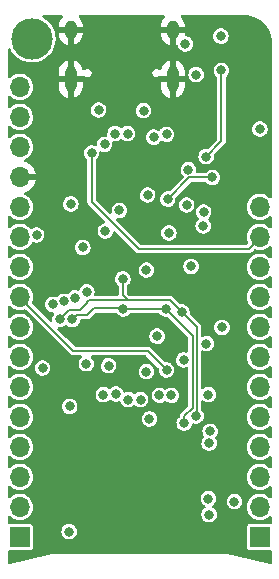
<source format=gbr>
%TF.GenerationSoftware,KiCad,Pcbnew,(6.0.4-0)*%
%TF.CreationDate,2022-09-22T13:53:57+02:00*%
%TF.ProjectId,ESP32_S2_MINI_1,45535033-325f-4533-925f-4d494e495f31,rev?*%
%TF.SameCoordinates,Original*%
%TF.FileFunction,Copper,L2,Inr*%
%TF.FilePolarity,Positive*%
%FSLAX46Y46*%
G04 Gerber Fmt 4.6, Leading zero omitted, Abs format (unit mm)*
G04 Created by KiCad (PCBNEW (6.0.4-0)) date 2022-09-22 13:53:57*
%MOMM*%
%LPD*%
G01*
G04 APERTURE LIST*
G04 Aperture macros list*
%AMRoundRect*
0 Rectangle with rounded corners*
0 $1 Rounding radius*
0 $2 $3 $4 $5 $6 $7 $8 $9 X,Y pos of 4 corners*
0 Add a 4 corners polygon primitive as box body*
4,1,4,$2,$3,$4,$5,$6,$7,$8,$9,$2,$3,0*
0 Add four circle primitives for the rounded corners*
1,1,$1+$1,$2,$3*
1,1,$1+$1,$4,$5*
1,1,$1+$1,$6,$7*
1,1,$1+$1,$8,$9*
0 Add four rect primitives between the rounded corners*
20,1,$1+$1,$2,$3,$4,$5,0*
20,1,$1+$1,$4,$5,$6,$7,0*
20,1,$1+$1,$6,$7,$8,$9,0*
20,1,$1+$1,$8,$9,$2,$3,0*%
G04 Aperture macros list end*
%TA.AperFunction,ComponentPad*%
%ADD10RoundRect,0.500000X0.000000X0.600000X0.000000X0.600000X0.000000X-0.600000X0.000000X-0.600000X0*%
%TD*%
%TA.AperFunction,ComponentPad*%
%ADD11RoundRect,0.500000X0.000000X0.300000X0.000000X0.300000X0.000000X-0.300000X0.000000X-0.300000X0*%
%TD*%
%TA.AperFunction,ComponentPad*%
%ADD12R,1.700000X1.700000*%
%TD*%
%TA.AperFunction,ComponentPad*%
%ADD13O,1.700000X1.700000*%
%TD*%
%TA.AperFunction,ComponentPad*%
%ADD14C,3.500000*%
%TD*%
%TA.AperFunction,ViaPad*%
%ADD15C,0.800000*%
%TD*%
%TA.AperFunction,Conductor*%
%ADD16C,0.200000*%
%TD*%
G04 APERTURE END LIST*
D10*
%TO.N,GND*%
%TO.C,J1*%
X187200032Y-62825268D03*
D11*
X195840032Y-58645268D03*
D10*
X195840032Y-62825268D03*
D11*
X187200032Y-58645268D03*
%TD*%
D12*
%TO.N,DEBUG_TX*%
%TO.C,J3*%
X182880000Y-101600000D03*
D13*
%TO.N,TX*%
X182880000Y-99060000D03*
%TO.N,RX*%
X182880000Y-96520000D03*
%TO.N,MISO*%
X182880000Y-93980000D03*
%TO.N,MOSI*%
X182880000Y-91440000D03*
%TO.N,SCK*%
X182880000Y-88900000D03*
%TO.N,A5*%
X182880000Y-86360000D03*
%TO.N,A4*%
X182880000Y-83820000D03*
%TO.N,A3*%
X182880000Y-81280000D03*
%TO.N,A2*%
X182880000Y-78740000D03*
%TO.N,A1*%
X182880000Y-76200000D03*
%TO.N,A0*%
X182880000Y-73660000D03*
%TO.N,GND*%
X182880000Y-71120000D03*
%TO.N,+3V3*%
X182880000Y-68580000D03*
X182880000Y-66040000D03*
%TO.N,RST*%
X182880000Y-63500000D03*
%TD*%
D12*
%TO.N,I2C_SDA*%
%TO.C,J2*%
X203200000Y-101600000D03*
D13*
%TO.N,I2C_SCL*%
X203200000Y-99060000D03*
%TO.N,D5*%
X203200000Y-96520000D03*
%TO.N,D6*%
X203200000Y-93980000D03*
%TO.N,D9*%
X203200000Y-91440000D03*
%TO.N,D10*%
X203200000Y-88900000D03*
%TO.N,D11*%
X203200000Y-86360000D03*
%TO.N,D12*%
X203200000Y-83820000D03*
%TO.N,D13*%
X203200000Y-81280000D03*
%TO.N,USB*%
X203200000Y-78740000D03*
%TO.N,EN*%
X203200000Y-76200000D03*
%TO.N,VBAT*%
X203200000Y-73660000D03*
%TD*%
D14*
%TO.N,N/C*%
%TO.C,H1*%
X183900000Y-59400000D03*
%TD*%
D15*
%TO.N,/BOOT*%
X198850000Y-98350000D03*
X198440000Y-74090000D03*
X198680000Y-85220000D03*
%TO.N,GND*%
X198650000Y-90650000D03*
X195950000Y-64750000D03*
%TO.N,/ENABLE*%
X187050000Y-101150000D03*
X187200000Y-73400000D03*
%TO.N,USB*%
X193700000Y-72650000D03*
X189550500Y-65450005D03*
X188560000Y-80840000D03*
X190050000Y-68350000D03*
X193351306Y-65498905D03*
%TO.N,+3V3*%
X184300500Y-76030893D03*
X199900000Y-59200000D03*
X191300000Y-73950000D03*
X198900000Y-99700000D03*
X198400000Y-75250000D03*
X196900000Y-59850000D03*
X193600000Y-79000000D03*
%TO.N,+3.3VA*%
X184800000Y-87300000D03*
X185674000Y-81915000D03*
X200000000Y-83850000D03*
X194498725Y-84600648D03*
X190400000Y-87100000D03*
%TO.N,D13*%
X196750000Y-86600000D03*
%TO.N,/USB_DN*%
X193107053Y-89968050D03*
X191996278Y-67439831D03*
%TO.N,/USB_DP*%
X190946278Y-67439831D03*
X192057053Y-89968050D03*
%TO.N,D12*%
X198850000Y-89550000D03*
%TO.N,EN*%
X188950000Y-69100000D03*
%TO.N,VBAT*%
X203200000Y-67056000D03*
X197000000Y-73500000D03*
X194200000Y-67750000D03*
%TO.N,/APA_DATA*%
X189950000Y-89550000D03*
X186588221Y-81658571D03*
%TO.N,/APA_CLOCK*%
X191000000Y-89500000D03*
X187550000Y-81350000D03*
%TO.N,SCK*%
X187100000Y-90550000D03*
%TO.N,A5*%
X198995734Y-92645734D03*
%TO.N,A4*%
X193850000Y-91600000D03*
%TO.N,A3*%
X195300000Y-87450000D03*
%TO.N,A2*%
X195700000Y-89600000D03*
%TO.N,A1*%
X194700000Y-89600000D03*
%TO.N,I2C_PWR*%
X188510000Y-86930000D03*
X198910000Y-93650000D03*
%TO.N,A0*%
X193600000Y-87600000D03*
%TO.N,/VB*%
X188214000Y-77089000D03*
X195400000Y-73000000D03*
X199190000Y-71160000D03*
X197800000Y-62450000D03*
X190119000Y-75692000D03*
X195500000Y-75850000D03*
%TO.N,I2C_SCL*%
X186258040Y-83177720D03*
X191600000Y-79750000D03*
X197800000Y-91350000D03*
X196600500Y-82550000D03*
%TO.N,I2C_SDA*%
X187325000Y-83185000D03*
X196800000Y-91950000D03*
X191650000Y-82300000D03*
X195250000Y-82300000D03*
X197380000Y-78690000D03*
%TO.N,MAG*%
X199950000Y-62100000D03*
X198650000Y-69400000D03*
X201050000Y-98600000D03*
%TO.N,Net-(R14-Pad2)*%
X195300000Y-67500000D03*
X197150000Y-70500000D03*
%TD*%
D16*
%TO.N,EN*%
X192950000Y-77200000D02*
X188950000Y-73200000D01*
X188950000Y-73200000D02*
X188950000Y-69100000D01*
X197200000Y-77200000D02*
X192950000Y-77200000D01*
X202250000Y-77200000D02*
X203200000Y-76250000D01*
X197200000Y-77200000D02*
X202250000Y-77200000D01*
%TO.N,A3*%
X193700000Y-85850000D02*
X187400000Y-85850000D01*
X195300000Y-87450000D02*
X193700000Y-85850000D01*
X187400000Y-85850000D02*
X182850000Y-81300000D01*
%TO.N,/VB*%
X195400000Y-73000000D02*
X197240000Y-71160000D01*
X197240000Y-71160000D02*
X199190000Y-71160000D01*
%TO.N,I2C_SCL*%
X197849511Y-91300489D02*
X197849511Y-83799011D01*
X197800000Y-91350000D02*
X197849511Y-91300489D01*
X188600000Y-81700000D02*
X188600000Y-81783000D01*
X197849511Y-83799011D02*
X196600500Y-82550000D01*
X195600999Y-81550499D02*
X196600500Y-82550000D01*
X187012760Y-82423000D02*
X186258040Y-83177720D01*
X191600000Y-79750000D02*
X191600000Y-81150998D01*
X187960000Y-82423000D02*
X187012760Y-82423000D01*
X191999501Y-81550499D02*
X195600999Y-81550499D01*
X191600000Y-81150998D02*
X191999501Y-81550499D01*
X188600000Y-81783000D02*
X187960000Y-82423000D01*
X188600000Y-81700000D02*
X188749501Y-81550499D01*
X188749501Y-81550499D02*
X191999501Y-81550499D01*
%TO.N,I2C_SDA*%
X189750000Y-82250000D02*
X189149000Y-82250000D01*
X195250000Y-82300000D02*
X191300000Y-82300000D01*
X197500000Y-84550000D02*
X195250000Y-82300000D01*
X191250000Y-82250000D02*
X189750000Y-82250000D01*
X196800000Y-91950000D02*
X196800000Y-91350000D01*
X189149000Y-82250000D02*
X188595000Y-82804000D01*
X188595000Y-82804000D02*
X187706000Y-82804000D01*
X197500000Y-90650000D02*
X197500000Y-84550000D01*
X196800000Y-91350000D02*
X197500000Y-90650000D01*
X187706000Y-82804000D02*
X187325000Y-83185000D01*
X191300000Y-82300000D02*
X191250000Y-82250000D01*
%TO.N,MAG*%
X199950000Y-68100000D02*
X199950000Y-62100000D01*
X198650000Y-69400000D02*
X199950000Y-68100000D01*
%TD*%
%TA.AperFunction,Conductor*%
%TO.N,GND*%
G36*
X186479143Y-57424502D02*
G01*
X186525636Y-57478158D01*
X186535740Y-57548432D01*
X186506246Y-57613012D01*
X186500117Y-57619595D01*
X186421710Y-57698002D01*
X186413917Y-57707489D01*
X186310810Y-57861509D01*
X186305010Y-57872325D01*
X186233784Y-58043435D01*
X186230194Y-58055177D01*
X186193265Y-58238323D01*
X186192109Y-58247535D01*
X186192032Y-58250587D01*
X186192032Y-58373153D01*
X186196507Y-58388392D01*
X186197897Y-58389597D01*
X186205580Y-58391268D01*
X188189917Y-58391268D01*
X188205156Y-58386793D01*
X188206361Y-58385403D01*
X188208032Y-58377720D01*
X188208032Y-58250587D01*
X188207955Y-58247535D01*
X188206799Y-58238323D01*
X188169870Y-58055177D01*
X188166280Y-58043435D01*
X188095054Y-57872325D01*
X188089254Y-57861509D01*
X187986147Y-57707489D01*
X187978354Y-57698002D01*
X187899947Y-57619595D01*
X187865921Y-57557283D01*
X187870986Y-57486468D01*
X187913533Y-57429632D01*
X187980053Y-57404821D01*
X187989042Y-57404500D01*
X195051022Y-57404500D01*
X195119143Y-57424502D01*
X195165636Y-57478158D01*
X195175740Y-57548432D01*
X195146246Y-57613012D01*
X195140117Y-57619595D01*
X195061710Y-57698002D01*
X195053917Y-57707489D01*
X194950810Y-57861509D01*
X194945010Y-57872325D01*
X194873784Y-58043435D01*
X194870194Y-58055177D01*
X194833265Y-58238323D01*
X194832109Y-58247535D01*
X194832032Y-58250587D01*
X194832032Y-58373153D01*
X194836507Y-58388392D01*
X194837897Y-58389597D01*
X194845580Y-58391268D01*
X196829917Y-58391268D01*
X196845156Y-58386793D01*
X196846361Y-58385403D01*
X196848032Y-58377720D01*
X196848032Y-58250587D01*
X196847955Y-58247535D01*
X196846799Y-58238323D01*
X196809870Y-58055177D01*
X196806280Y-58043435D01*
X196735054Y-57872325D01*
X196729254Y-57861509D01*
X196626147Y-57707489D01*
X196618354Y-57698002D01*
X196539947Y-57619595D01*
X196505921Y-57557283D01*
X196510986Y-57486468D01*
X196553533Y-57429632D01*
X196620053Y-57404821D01*
X196629042Y-57404500D01*
X201892524Y-57404500D01*
X201917103Y-57406921D01*
X201930000Y-57409486D01*
X201942172Y-57407065D01*
X201954580Y-57407065D01*
X201954580Y-57407385D01*
X201965456Y-57406645D01*
X201998145Y-57408622D01*
X202197880Y-57420704D01*
X202212984Y-57422538D01*
X202469458Y-57469538D01*
X202484231Y-57473179D01*
X202733180Y-57550755D01*
X202747398Y-57556147D01*
X202985182Y-57663165D01*
X202998638Y-57670227D01*
X203086018Y-57723050D01*
X203221788Y-57805126D01*
X203234310Y-57813769D01*
X203439573Y-57974583D01*
X203450961Y-57984673D01*
X203635327Y-58169039D01*
X203645417Y-58180427D01*
X203806231Y-58385690D01*
X203814873Y-58398211D01*
X203949773Y-58621362D01*
X203956835Y-58634818D01*
X204063851Y-58872598D01*
X204069245Y-58886820D01*
X204125449Y-59067185D01*
X204146821Y-59135769D01*
X204150462Y-59150542D01*
X204197462Y-59407016D01*
X204199296Y-59422120D01*
X204213355Y-59654544D01*
X204212615Y-59665420D01*
X204212935Y-59665420D01*
X204212935Y-59677828D01*
X204210514Y-59690000D01*
X204212935Y-59702170D01*
X204213079Y-59702894D01*
X204215500Y-59727476D01*
X204215500Y-72806445D01*
X204195498Y-72874566D01*
X204141842Y-72921059D01*
X204071568Y-72931163D01*
X204003972Y-72898970D01*
X203875258Y-72779987D01*
X203870375Y-72776906D01*
X203870371Y-72776903D01*
X203708464Y-72674748D01*
X203703581Y-72671667D01*
X203515039Y-72596446D01*
X203509379Y-72595320D01*
X203509375Y-72595319D01*
X203321613Y-72557971D01*
X203321610Y-72557971D01*
X203315946Y-72556844D01*
X203310171Y-72556768D01*
X203310167Y-72556768D01*
X203208793Y-72555441D01*
X203112971Y-72554187D01*
X203107274Y-72555166D01*
X203107273Y-72555166D01*
X202918607Y-72587585D01*
X202912910Y-72588564D01*
X202722463Y-72658824D01*
X202548010Y-72762612D01*
X202543670Y-72766418D01*
X202543666Y-72766421D01*
X202413846Y-72880271D01*
X202395392Y-72896455D01*
X202269720Y-73055869D01*
X202267031Y-73060980D01*
X202267029Y-73060983D01*
X202249371Y-73094546D01*
X202175203Y-73235515D01*
X202141911Y-73342733D01*
X202123929Y-73400646D01*
X202115007Y-73429378D01*
X202091148Y-73630964D01*
X202104424Y-73833522D01*
X202105845Y-73839118D01*
X202105846Y-73839123D01*
X202152298Y-74022024D01*
X202154392Y-74030269D01*
X202156809Y-74035512D01*
X202192535Y-74113008D01*
X202239377Y-74214616D01*
X202356533Y-74380389D01*
X202360675Y-74384424D01*
X202372171Y-74395623D01*
X202501938Y-74522035D01*
X202670720Y-74634812D01*
X202676023Y-74637090D01*
X202676026Y-74637092D01*
X202833389Y-74704700D01*
X202857228Y-74714942D01*
X202930244Y-74731464D01*
X203049579Y-74758467D01*
X203049584Y-74758468D01*
X203055216Y-74759742D01*
X203060987Y-74759969D01*
X203060989Y-74759969D01*
X203120756Y-74762317D01*
X203258053Y-74767712D01*
X203358499Y-74753148D01*
X203453231Y-74739413D01*
X203453236Y-74739412D01*
X203458945Y-74738584D01*
X203464409Y-74736729D01*
X203464414Y-74736728D01*
X203645693Y-74675192D01*
X203645698Y-74675190D01*
X203651165Y-74673334D01*
X203828276Y-74574147D01*
X203836971Y-74566916D01*
X203979913Y-74448031D01*
X203984345Y-74444345D01*
X203988031Y-74439913D01*
X203988035Y-74439909D01*
X203992625Y-74434390D01*
X204051562Y-74394805D01*
X204122544Y-74393368D01*
X204183035Y-74430535D01*
X204213829Y-74494506D01*
X204215500Y-74514958D01*
X204215500Y-75346445D01*
X204195498Y-75414566D01*
X204141842Y-75461059D01*
X204071568Y-75471163D01*
X204003972Y-75438970D01*
X203875258Y-75319987D01*
X203870375Y-75316906D01*
X203870371Y-75316903D01*
X203708464Y-75214748D01*
X203703581Y-75211667D01*
X203515039Y-75136446D01*
X203509379Y-75135320D01*
X203509375Y-75135319D01*
X203321613Y-75097971D01*
X203321610Y-75097971D01*
X203315946Y-75096844D01*
X203310171Y-75096768D01*
X203310167Y-75096768D01*
X203208793Y-75095441D01*
X203112971Y-75094187D01*
X203107274Y-75095166D01*
X203107273Y-75095166D01*
X202918607Y-75127585D01*
X202912910Y-75128564D01*
X202722463Y-75198824D01*
X202548010Y-75302612D01*
X202543670Y-75306418D01*
X202543666Y-75306421D01*
X202419797Y-75415052D01*
X202395392Y-75436455D01*
X202269720Y-75595869D01*
X202267031Y-75600980D01*
X202267029Y-75600983D01*
X202228350Y-75674500D01*
X202175203Y-75775515D01*
X202115007Y-75969378D01*
X202091148Y-76170964D01*
X202104424Y-76373522D01*
X202105845Y-76379118D01*
X202105846Y-76379123D01*
X202148911Y-76548689D01*
X202154392Y-76570269D01*
X202156809Y-76575512D01*
X202188308Y-76643839D01*
X202198663Y-76714077D01*
X202169400Y-76778762D01*
X202162977Y-76785685D01*
X202140067Y-76808595D01*
X202077755Y-76842621D01*
X202050972Y-76845500D01*
X193149029Y-76845500D01*
X193080908Y-76825498D01*
X193059934Y-76808595D01*
X192094435Y-75843096D01*
X194840729Y-75843096D01*
X194843666Y-75869695D01*
X194857094Y-75991319D01*
X194858113Y-76000553D01*
X194860723Y-76007684D01*
X194860723Y-76007686D01*
X194904722Y-76127919D01*
X194912553Y-76149319D01*
X194916789Y-76155622D01*
X194916789Y-76155623D01*
X194974262Y-76241151D01*
X195000908Y-76280805D01*
X195006527Y-76285918D01*
X195006528Y-76285919D01*
X195075323Y-76348517D01*
X195118076Y-76387419D01*
X195257293Y-76463008D01*
X195410522Y-76503207D01*
X195494477Y-76504526D01*
X195561319Y-76505576D01*
X195561322Y-76505576D01*
X195568916Y-76505695D01*
X195723332Y-76470329D01*
X195795442Y-76434062D01*
X195858072Y-76402563D01*
X195858075Y-76402561D01*
X195864855Y-76399151D01*
X195870626Y-76394222D01*
X195870629Y-76394220D01*
X195979536Y-76301204D01*
X195979536Y-76301203D01*
X195985314Y-76296269D01*
X196077755Y-76167624D01*
X196136842Y-76020641D01*
X196159162Y-75863807D01*
X196159231Y-75857265D01*
X196159264Y-75854134D01*
X196159264Y-75854128D01*
X196159307Y-75850000D01*
X196140276Y-75692733D01*
X196084280Y-75544546D01*
X196043260Y-75484861D01*
X195998855Y-75420251D01*
X195998854Y-75420249D01*
X195994553Y-75413992D01*
X195876275Y-75308611D01*
X195868889Y-75304700D01*
X195791655Y-75263807D01*
X195752539Y-75243096D01*
X197740729Y-75243096D01*
X197746974Y-75299657D01*
X197756675Y-75387524D01*
X197758113Y-75400553D01*
X197760723Y-75407684D01*
X197760723Y-75407686D01*
X197806299Y-75532228D01*
X197812553Y-75549319D01*
X197816789Y-75555622D01*
X197816789Y-75555623D01*
X197843272Y-75595033D01*
X197900908Y-75680805D01*
X197906527Y-75685918D01*
X197906528Y-75685919D01*
X198011058Y-75781033D01*
X198018076Y-75787419D01*
X198157293Y-75863008D01*
X198310522Y-75903207D01*
X198394477Y-75904526D01*
X198461319Y-75905576D01*
X198461322Y-75905576D01*
X198468916Y-75905695D01*
X198623332Y-75870329D01*
X198693742Y-75834917D01*
X198758072Y-75802563D01*
X198758075Y-75802561D01*
X198764855Y-75799151D01*
X198770626Y-75794222D01*
X198770629Y-75794220D01*
X198879536Y-75701204D01*
X198879536Y-75701203D01*
X198885314Y-75696269D01*
X198977755Y-75567624D01*
X199036842Y-75420641D01*
X199053342Y-75304700D01*
X199058581Y-75267891D01*
X199058581Y-75267888D01*
X199059162Y-75263807D01*
X199059307Y-75250000D01*
X199040276Y-75092733D01*
X198984280Y-74944546D01*
X198949083Y-74893334D01*
X198898855Y-74820251D01*
X198898854Y-74820249D01*
X198894553Y-74813992D01*
X198858301Y-74781693D01*
X198820746Y-74721443D01*
X198821725Y-74650453D01*
X198860289Y-74591806D01*
X198925314Y-74536269D01*
X199017755Y-74407624D01*
X199076842Y-74260641D01*
X199091778Y-74155695D01*
X199098581Y-74107891D01*
X199098581Y-74107888D01*
X199099162Y-74103807D01*
X199099231Y-74097265D01*
X199099264Y-74094134D01*
X199099264Y-74094128D01*
X199099307Y-74090000D01*
X199080276Y-73932733D01*
X199024280Y-73784546D01*
X198934553Y-73653992D01*
X198816275Y-73548611D01*
X198808889Y-73544700D01*
X198724465Y-73500000D01*
X198676274Y-73474484D01*
X198522633Y-73435892D01*
X198515034Y-73435852D01*
X198515033Y-73435852D01*
X198449181Y-73435507D01*
X198364221Y-73435062D01*
X198356841Y-73436834D01*
X198356839Y-73436834D01*
X198217563Y-73470271D01*
X198217560Y-73470272D01*
X198210184Y-73472043D01*
X198069414Y-73544700D01*
X197950039Y-73648838D01*
X197942194Y-73660000D01*
X197860576Y-73776130D01*
X197805041Y-73820362D01*
X197784681Y-73822433D01*
X197800397Y-73843549D01*
X197804261Y-73918586D01*
X197804165Y-73918962D01*
X197801406Y-73926037D01*
X197798093Y-73951204D01*
X197784560Y-74053999D01*
X197780729Y-74083096D01*
X197784244Y-74114934D01*
X197794757Y-74210153D01*
X197798113Y-74240553D01*
X197800723Y-74247684D01*
X197800723Y-74247686D01*
X197813731Y-74283231D01*
X197852553Y-74389319D01*
X197856789Y-74395622D01*
X197856789Y-74395623D01*
X197923044Y-74494220D01*
X197940908Y-74520805D01*
X197982809Y-74558932D01*
X198019732Y-74619570D01*
X198018009Y-74690546D01*
X197980840Y-74747074D01*
X197910039Y-74808838D01*
X197818950Y-74938444D01*
X197816190Y-74945524D01*
X197769071Y-75066378D01*
X197761406Y-75086037D01*
X197760414Y-75093570D01*
X197760414Y-75093571D01*
X197741726Y-75235524D01*
X197740729Y-75243096D01*
X195752539Y-75243096D01*
X195736274Y-75234484D01*
X195582633Y-75195892D01*
X195575034Y-75195852D01*
X195575033Y-75195852D01*
X195509181Y-75195507D01*
X195424221Y-75195062D01*
X195416841Y-75196834D01*
X195416839Y-75196834D01*
X195277563Y-75230271D01*
X195277560Y-75230272D01*
X195270184Y-75232043D01*
X195129414Y-75304700D01*
X195010039Y-75408838D01*
X194918950Y-75538444D01*
X194861406Y-75686037D01*
X194860414Y-75693570D01*
X194860414Y-75693571D01*
X194846256Y-75801117D01*
X194840729Y-75843096D01*
X192094435Y-75843096D01*
X192086342Y-75835003D01*
X191057002Y-74805664D01*
X191022978Y-74743353D01*
X191028042Y-74672538D01*
X191070589Y-74615702D01*
X191137109Y-74590891D01*
X191178071Y-74594694D01*
X191203171Y-74601279D01*
X191203175Y-74601280D01*
X191210522Y-74603207D01*
X191294477Y-74604526D01*
X191361319Y-74605576D01*
X191361322Y-74605576D01*
X191368916Y-74605695D01*
X191523332Y-74570329D01*
X191603329Y-74530095D01*
X191658072Y-74502563D01*
X191658075Y-74502561D01*
X191664855Y-74499151D01*
X191670626Y-74494222D01*
X191670629Y-74494220D01*
X191779536Y-74401204D01*
X191779536Y-74401203D01*
X191785314Y-74396269D01*
X191877755Y-74267624D01*
X191936842Y-74120641D01*
X191959162Y-73963807D01*
X191959307Y-73950000D01*
X191940276Y-73792733D01*
X191884280Y-73644546D01*
X191867636Y-73620329D01*
X191798855Y-73520251D01*
X191798854Y-73520249D01*
X191794553Y-73513992D01*
X191676275Y-73408611D01*
X191668889Y-73404700D01*
X191553436Y-73343571D01*
X191536274Y-73334484D01*
X191382633Y-73295892D01*
X191375034Y-73295852D01*
X191375033Y-73295852D01*
X191309181Y-73295507D01*
X191224221Y-73295062D01*
X191216841Y-73296834D01*
X191216839Y-73296834D01*
X191077563Y-73330271D01*
X191077560Y-73330272D01*
X191070184Y-73332043D01*
X190929414Y-73404700D01*
X190810039Y-73508838D01*
X190718950Y-73638444D01*
X190711448Y-73657686D01*
X190665269Y-73776130D01*
X190661406Y-73786037D01*
X190660414Y-73793570D01*
X190660414Y-73793571D01*
X190642975Y-73926037D01*
X190640729Y-73943096D01*
X190656495Y-74085892D01*
X190656744Y-74088149D01*
X190644338Y-74158053D01*
X190596109Y-74210153D01*
X190527368Y-74227908D01*
X190459941Y-74205680D01*
X190442410Y-74191071D01*
X189341405Y-73090067D01*
X189307380Y-73027755D01*
X189304500Y-73000972D01*
X189304500Y-72643096D01*
X193040729Y-72643096D01*
X193045736Y-72688444D01*
X193056454Y-72785524D01*
X193058113Y-72800553D01*
X193060723Y-72807684D01*
X193060723Y-72807686D01*
X193094868Y-72900991D01*
X193112553Y-72949319D01*
X193116789Y-72955622D01*
X193116789Y-72955623D01*
X193184152Y-73055869D01*
X193200908Y-73080805D01*
X193206527Y-73085918D01*
X193206528Y-73085919D01*
X193290310Y-73162154D01*
X193318076Y-73187419D01*
X193457293Y-73263008D01*
X193610522Y-73303207D01*
X193694477Y-73304526D01*
X193761319Y-73305576D01*
X193761322Y-73305576D01*
X193768916Y-73305695D01*
X193923332Y-73270329D01*
X194005592Y-73228957D01*
X194058072Y-73202563D01*
X194058075Y-73202561D01*
X194064855Y-73199151D01*
X194070626Y-73194222D01*
X194070629Y-73194220D01*
X194179536Y-73101204D01*
X194179536Y-73101203D01*
X194185314Y-73096269D01*
X194259451Y-72993096D01*
X194740729Y-72993096D01*
X194747987Y-73058838D01*
X194752665Y-73101204D01*
X194758113Y-73150553D01*
X194760723Y-73157684D01*
X194760723Y-73157686D01*
X194809117Y-73289929D01*
X194812553Y-73299319D01*
X194816789Y-73305622D01*
X194816789Y-73305623D01*
X194890001Y-73414573D01*
X194900908Y-73430805D01*
X194906527Y-73435918D01*
X194906528Y-73435919D01*
X194992330Y-73513992D01*
X195018076Y-73537419D01*
X195157293Y-73613008D01*
X195310522Y-73653207D01*
X195394477Y-73654526D01*
X195461319Y-73655576D01*
X195461322Y-73655576D01*
X195468916Y-73655695D01*
X195623332Y-73620329D01*
X195708101Y-73577695D01*
X195758072Y-73552563D01*
X195758075Y-73552561D01*
X195764855Y-73549151D01*
X195770626Y-73544222D01*
X195770629Y-73544220D01*
X195830487Y-73493096D01*
X196340729Y-73493096D01*
X196347416Y-73553664D01*
X196356759Y-73638288D01*
X196358113Y-73650553D01*
X196360723Y-73657684D01*
X196360723Y-73657686D01*
X196407693Y-73786037D01*
X196412553Y-73799319D01*
X196416789Y-73805622D01*
X196416789Y-73805623D01*
X196425704Y-73818889D01*
X196500908Y-73930805D01*
X196506527Y-73935918D01*
X196506528Y-73935919D01*
X196537177Y-73963807D01*
X196618076Y-74037419D01*
X196757293Y-74113008D01*
X196910522Y-74153207D01*
X196994477Y-74154526D01*
X197061319Y-74155576D01*
X197061322Y-74155576D01*
X197068916Y-74155695D01*
X197223332Y-74120329D01*
X197312336Y-74075565D01*
X197358072Y-74052563D01*
X197358075Y-74052561D01*
X197364855Y-74049151D01*
X197370626Y-74044222D01*
X197370629Y-74044220D01*
X197479536Y-73951204D01*
X197479536Y-73951203D01*
X197485314Y-73946269D01*
X197577755Y-73817624D01*
X197579515Y-73818889D01*
X197622141Y-73776498D01*
X197655802Y-73769273D01*
X197635227Y-73734141D01*
X197635763Y-73673325D01*
X197636842Y-73670641D01*
X197638357Y-73660000D01*
X197658581Y-73517891D01*
X197658581Y-73517888D01*
X197659162Y-73513807D01*
X197659307Y-73500000D01*
X197656650Y-73478039D01*
X197651663Y-73436834D01*
X197640276Y-73342733D01*
X197584280Y-73194546D01*
X197520128Y-73101204D01*
X197498855Y-73070251D01*
X197498854Y-73070249D01*
X197494553Y-73063992D01*
X197376275Y-72958611D01*
X197368889Y-72954700D01*
X197242988Y-72888039D01*
X197242989Y-72888039D01*
X197236274Y-72884484D01*
X197082633Y-72845892D01*
X197075034Y-72845852D01*
X197075033Y-72845852D01*
X197009181Y-72845507D01*
X196924221Y-72845062D01*
X196916841Y-72846834D01*
X196916839Y-72846834D01*
X196777563Y-72880271D01*
X196777560Y-72880272D01*
X196770184Y-72882043D01*
X196629414Y-72954700D01*
X196510039Y-73058838D01*
X196418950Y-73188444D01*
X196391291Y-73259385D01*
X196366178Y-73323798D01*
X196361406Y-73336037D01*
X196360414Y-73343570D01*
X196360414Y-73343571D01*
X196343423Y-73472634D01*
X196340729Y-73493096D01*
X195830487Y-73493096D01*
X195879536Y-73451204D01*
X195879536Y-73451203D01*
X195885314Y-73446269D01*
X195977755Y-73317624D01*
X196036842Y-73170641D01*
X196048899Y-73085919D01*
X196058581Y-73017891D01*
X196058581Y-73017888D01*
X196059162Y-73013807D01*
X196059307Y-73000000D01*
X196058812Y-72995906D01*
X196058811Y-72995895D01*
X196049622Y-72919957D01*
X196061295Y-72849927D01*
X196085614Y-72815725D01*
X197349933Y-71551405D01*
X197412245Y-71517380D01*
X197439028Y-71514500D01*
X198572497Y-71514500D01*
X198640618Y-71534502D01*
X198677078Y-71570224D01*
X198690908Y-71590805D01*
X198808076Y-71697419D01*
X198947293Y-71773008D01*
X199100522Y-71813207D01*
X199184477Y-71814526D01*
X199251319Y-71815576D01*
X199251322Y-71815576D01*
X199258916Y-71815695D01*
X199413332Y-71780329D01*
X199483742Y-71744917D01*
X199548072Y-71712563D01*
X199548075Y-71712561D01*
X199554855Y-71709151D01*
X199560626Y-71704222D01*
X199560629Y-71704220D01*
X199669536Y-71611204D01*
X199669536Y-71611203D01*
X199675314Y-71606269D01*
X199767755Y-71477624D01*
X199826842Y-71330641D01*
X199849162Y-71173807D01*
X199849307Y-71160000D01*
X199830276Y-71002733D01*
X199774280Y-70854546D01*
X199684553Y-70723992D01*
X199566275Y-70618611D01*
X199558889Y-70614700D01*
X199432988Y-70548039D01*
X199432989Y-70548039D01*
X199426274Y-70544484D01*
X199272633Y-70505892D01*
X199265034Y-70505852D01*
X199265033Y-70505852D01*
X199199181Y-70505507D01*
X199114221Y-70505062D01*
X199106841Y-70506834D01*
X199106839Y-70506834D01*
X198967563Y-70540271D01*
X198967560Y-70540272D01*
X198960184Y-70542043D01*
X198819414Y-70614700D01*
X198700039Y-70718838D01*
X198695672Y-70725052D01*
X198695669Y-70725055D01*
X198676767Y-70751950D01*
X198621233Y-70796182D01*
X198573680Y-70805500D01*
X197912851Y-70805500D01*
X197844730Y-70785498D01*
X197798237Y-70731842D01*
X197788108Y-70661747D01*
X197808581Y-70517891D01*
X197808581Y-70517888D01*
X197809162Y-70513807D01*
X197809246Y-70505852D01*
X197809264Y-70504134D01*
X197809264Y-70504128D01*
X197809307Y-70500000D01*
X197790276Y-70342733D01*
X197734280Y-70194546D01*
X197644553Y-70063992D01*
X197526275Y-69958611D01*
X197518889Y-69954700D01*
X197392988Y-69888039D01*
X197392989Y-69888039D01*
X197386274Y-69884484D01*
X197232633Y-69845892D01*
X197225034Y-69845852D01*
X197225033Y-69845852D01*
X197159181Y-69845507D01*
X197074221Y-69845062D01*
X197066841Y-69846834D01*
X197066839Y-69846834D01*
X196927563Y-69880271D01*
X196927560Y-69880272D01*
X196920184Y-69882043D01*
X196779414Y-69954700D01*
X196660039Y-70058838D01*
X196568950Y-70188444D01*
X196511406Y-70336037D01*
X196510414Y-70343570D01*
X196510414Y-70343571D01*
X196492346Y-70480814D01*
X196490729Y-70493096D01*
X196496517Y-70545524D01*
X196504155Y-70614700D01*
X196508113Y-70650553D01*
X196510723Y-70657684D01*
X196510723Y-70657686D01*
X196545219Y-70751950D01*
X196562553Y-70799319D01*
X196566789Y-70805622D01*
X196566789Y-70805623D01*
X196598590Y-70852947D01*
X196650908Y-70930805D01*
X196719165Y-70992914D01*
X196756087Y-71053552D01*
X196754364Y-71124527D01*
X196723460Y-71175201D01*
X195587734Y-72310927D01*
X195525422Y-72344953D01*
X195485871Y-72346705D01*
X195482633Y-72345892D01*
X195475040Y-72345852D01*
X195475038Y-72345852D01*
X195404326Y-72345482D01*
X195324221Y-72345062D01*
X195316841Y-72346834D01*
X195316839Y-72346834D01*
X195177563Y-72380271D01*
X195177560Y-72380272D01*
X195170184Y-72382043D01*
X195029414Y-72454700D01*
X194910039Y-72558838D01*
X194818950Y-72688444D01*
X194816190Y-72695524D01*
X194767409Y-72820641D01*
X194761406Y-72836037D01*
X194760414Y-72843570D01*
X194760414Y-72843571D01*
X194743270Y-72973798D01*
X194740729Y-72993096D01*
X194259451Y-72993096D01*
X194277755Y-72967624D01*
X194336842Y-72820641D01*
X194359162Y-72663807D01*
X194359307Y-72650000D01*
X194358455Y-72642955D01*
X194352115Y-72590565D01*
X194340276Y-72492733D01*
X194284280Y-72344546D01*
X194245049Y-72287464D01*
X194198855Y-72220251D01*
X194198854Y-72220249D01*
X194194553Y-72213992D01*
X194076275Y-72108611D01*
X194068889Y-72104700D01*
X193942988Y-72038039D01*
X193942989Y-72038039D01*
X193936274Y-72034484D01*
X193782633Y-71995892D01*
X193775034Y-71995852D01*
X193775033Y-71995852D01*
X193709181Y-71995507D01*
X193624221Y-71995062D01*
X193616841Y-71996834D01*
X193616839Y-71996834D01*
X193477563Y-72030271D01*
X193477560Y-72030272D01*
X193470184Y-72032043D01*
X193329414Y-72104700D01*
X193210039Y-72208838D01*
X193118950Y-72338444D01*
X193100594Y-72385524D01*
X193070367Y-72463054D01*
X193061406Y-72486037D01*
X193060414Y-72493570D01*
X193060414Y-72493571D01*
X193046517Y-72599134D01*
X193040729Y-72643096D01*
X189304500Y-72643096D01*
X189304500Y-69716082D01*
X189324502Y-69647961D01*
X189348669Y-69620271D01*
X189429536Y-69551204D01*
X189429536Y-69551203D01*
X189435314Y-69546269D01*
X189527755Y-69417624D01*
X189537615Y-69393096D01*
X197990729Y-69393096D01*
X197999421Y-69471824D01*
X198005933Y-69530805D01*
X198008113Y-69550553D01*
X198010723Y-69557684D01*
X198010723Y-69557686D01*
X198038995Y-69634942D01*
X198062553Y-69699319D01*
X198066789Y-69705622D01*
X198066789Y-69705623D01*
X198125702Y-69793294D01*
X198150908Y-69830805D01*
X198156527Y-69835918D01*
X198156528Y-69835919D01*
X198209901Y-69884484D01*
X198268076Y-69937419D01*
X198407293Y-70013008D01*
X198560522Y-70053207D01*
X198644477Y-70054526D01*
X198711319Y-70055576D01*
X198711322Y-70055576D01*
X198718916Y-70055695D01*
X198873332Y-70020329D01*
X198943742Y-69984917D01*
X199008072Y-69952563D01*
X199008075Y-69952561D01*
X199014855Y-69949151D01*
X199020626Y-69944222D01*
X199020629Y-69944220D01*
X199129536Y-69851204D01*
X199129536Y-69851203D01*
X199135314Y-69846269D01*
X199227755Y-69717624D01*
X199286842Y-69570641D01*
X199305719Y-69438002D01*
X199308581Y-69417891D01*
X199308581Y-69417888D01*
X199309162Y-69413807D01*
X199309307Y-69400000D01*
X199308812Y-69395906D01*
X199308811Y-69395895D01*
X199299622Y-69319957D01*
X199311295Y-69249927D01*
X199335614Y-69215725D01*
X200164423Y-68386916D01*
X200179909Y-68374408D01*
X200183134Y-68371474D01*
X200191882Y-68365825D01*
X200211003Y-68341570D01*
X200214559Y-68337569D01*
X200214459Y-68337484D01*
X200217812Y-68333527D01*
X200221495Y-68329844D01*
X200231866Y-68315331D01*
X200235431Y-68310583D01*
X200258498Y-68281323D01*
X200258499Y-68281321D01*
X200264946Y-68273143D01*
X200267780Y-68265073D01*
X200272753Y-68258114D01*
X200286418Y-68212421D01*
X200288252Y-68206777D01*
X200294830Y-68188046D01*
X200304050Y-68161792D01*
X200304500Y-68156596D01*
X200304500Y-68153889D01*
X200304597Y-68151635D01*
X200304740Y-68151159D01*
X200304786Y-68151161D01*
X200304799Y-68150962D01*
X200306568Y-68145045D01*
X200304597Y-68094876D01*
X200304500Y-68089930D01*
X200304500Y-67049096D01*
X202540729Y-67049096D01*
X202546000Y-67096834D01*
X202556114Y-67188444D01*
X202558113Y-67206553D01*
X202560723Y-67213684D01*
X202560723Y-67213686D01*
X202597818Y-67315052D01*
X202612553Y-67355319D01*
X202616789Y-67361622D01*
X202616789Y-67361623D01*
X202678621Y-67453638D01*
X202700908Y-67486805D01*
X202706527Y-67491918D01*
X202706528Y-67491919D01*
X202733483Y-67516446D01*
X202818076Y-67593419D01*
X202957293Y-67669008D01*
X203110522Y-67709207D01*
X203194477Y-67710526D01*
X203261319Y-67711576D01*
X203261322Y-67711576D01*
X203268916Y-67711695D01*
X203423332Y-67676329D01*
X203509517Y-67632983D01*
X203558072Y-67608563D01*
X203558075Y-67608561D01*
X203564855Y-67605151D01*
X203570626Y-67600222D01*
X203570629Y-67600220D01*
X203679536Y-67507204D01*
X203679536Y-67507203D01*
X203685314Y-67502269D01*
X203777755Y-67373624D01*
X203836842Y-67226641D01*
X203849391Y-67138467D01*
X203858581Y-67073891D01*
X203858581Y-67073888D01*
X203859162Y-67069807D01*
X203859307Y-67056000D01*
X203840276Y-66898733D01*
X203784280Y-66750546D01*
X203775814Y-66738228D01*
X203698855Y-66626251D01*
X203698854Y-66626249D01*
X203694553Y-66619992D01*
X203576275Y-66514611D01*
X203568889Y-66510700D01*
X203442988Y-66444039D01*
X203442989Y-66444039D01*
X203436274Y-66440484D01*
X203282633Y-66401892D01*
X203275034Y-66401852D01*
X203275033Y-66401852D01*
X203209181Y-66401507D01*
X203124221Y-66401062D01*
X203116841Y-66402834D01*
X203116839Y-66402834D01*
X202977563Y-66436271D01*
X202977560Y-66436272D01*
X202970184Y-66438043D01*
X202829414Y-66510700D01*
X202710039Y-66614838D01*
X202618950Y-66744444D01*
X202598762Y-66796224D01*
X202564351Y-66884484D01*
X202561406Y-66892037D01*
X202560414Y-66899570D01*
X202560414Y-66899571D01*
X202545243Y-67014812D01*
X202540729Y-67049096D01*
X200304500Y-67049096D01*
X200304500Y-62716082D01*
X200324502Y-62647961D01*
X200348669Y-62620271D01*
X200429536Y-62551204D01*
X200429536Y-62551203D01*
X200435314Y-62546269D01*
X200527755Y-62417624D01*
X200586842Y-62270641D01*
X200593231Y-62225747D01*
X200608581Y-62117891D01*
X200608581Y-62117888D01*
X200609162Y-62113807D01*
X200609307Y-62100000D01*
X200590276Y-61942733D01*
X200534280Y-61794546D01*
X200444553Y-61663992D01*
X200326275Y-61558611D01*
X200318889Y-61554700D01*
X200192988Y-61488039D01*
X200192989Y-61488039D01*
X200186274Y-61484484D01*
X200032633Y-61445892D01*
X200025034Y-61445852D01*
X200025033Y-61445852D01*
X199959181Y-61445507D01*
X199874221Y-61445062D01*
X199866841Y-61446834D01*
X199866839Y-61446834D01*
X199727563Y-61480271D01*
X199727560Y-61480272D01*
X199720184Y-61482043D01*
X199579414Y-61554700D01*
X199460039Y-61658838D01*
X199368950Y-61788444D01*
X199351721Y-61832634D01*
X199321679Y-61909689D01*
X199311406Y-61936037D01*
X199310414Y-61943570D01*
X199310414Y-61943571D01*
X199292833Y-62077115D01*
X199290729Y-62093096D01*
X199308113Y-62250553D01*
X199310723Y-62257684D01*
X199310723Y-62257686D01*
X199346125Y-62354426D01*
X199362553Y-62399319D01*
X199366789Y-62405622D01*
X199366789Y-62405623D01*
X199429418Y-62498824D01*
X199450908Y-62530805D01*
X199456527Y-62535918D01*
X199456528Y-62535919D01*
X199554299Y-62624883D01*
X199591222Y-62685523D01*
X199595500Y-62718077D01*
X199595500Y-67900971D01*
X199575498Y-67969092D01*
X199558595Y-67990066D01*
X198837734Y-68710927D01*
X198775422Y-68744953D01*
X198735871Y-68746705D01*
X198732633Y-68745892D01*
X198725040Y-68745852D01*
X198725038Y-68745852D01*
X198654326Y-68745482D01*
X198574221Y-68745062D01*
X198566841Y-68746834D01*
X198566839Y-68746834D01*
X198427563Y-68780271D01*
X198427560Y-68780272D01*
X198420184Y-68782043D01*
X198279414Y-68854700D01*
X198160039Y-68958838D01*
X198068950Y-69088444D01*
X198057469Y-69117891D01*
X198020498Y-69212718D01*
X198011406Y-69236037D01*
X198010414Y-69243570D01*
X198010414Y-69243571D01*
X197994029Y-69368031D01*
X197990729Y-69393096D01*
X189537615Y-69393096D01*
X189586842Y-69270641D01*
X189609162Y-69113807D01*
X189609307Y-69100000D01*
X189606967Y-69080665D01*
X189618642Y-69010635D01*
X189666325Y-68958034D01*
X189734876Y-68939563D01*
X189792178Y-68954801D01*
X189807293Y-68963008D01*
X189960522Y-69003207D01*
X190044477Y-69004526D01*
X190111319Y-69005576D01*
X190111322Y-69005576D01*
X190118916Y-69005695D01*
X190273332Y-68970329D01*
X190355592Y-68928957D01*
X190408072Y-68902563D01*
X190408075Y-68902561D01*
X190414855Y-68899151D01*
X190420626Y-68894222D01*
X190420629Y-68894220D01*
X190529536Y-68801204D01*
X190529536Y-68801203D01*
X190535314Y-68796269D01*
X190627755Y-68667624D01*
X190686842Y-68520641D01*
X190707223Y-68377430D01*
X190708581Y-68367891D01*
X190708581Y-68367888D01*
X190709162Y-68363807D01*
X190709307Y-68350000D01*
X190707803Y-68337569D01*
X190694630Y-68228711D01*
X190706303Y-68158680D01*
X190753985Y-68106078D01*
X190822536Y-68087606D01*
X190841890Y-68090322D01*
X190841923Y-68090079D01*
X190849450Y-68091110D01*
X190856800Y-68093038D01*
X190940755Y-68094357D01*
X191007597Y-68095407D01*
X191007600Y-68095407D01*
X191015194Y-68095526D01*
X191169610Y-68060160D01*
X191278074Y-68005609D01*
X191304350Y-67992394D01*
X191304353Y-67992392D01*
X191311133Y-67988982D01*
X191316904Y-67984053D01*
X191316907Y-67984051D01*
X191389725Y-67921858D01*
X191454515Y-67892827D01*
X191524715Y-67903432D01*
X191556351Y-67924472D01*
X191614354Y-67977250D01*
X191753571Y-68052839D01*
X191906800Y-68093038D01*
X191990755Y-68094357D01*
X192057597Y-68095407D01*
X192057600Y-68095407D01*
X192065194Y-68095526D01*
X192219610Y-68060160D01*
X192328074Y-68005609D01*
X192354350Y-67992394D01*
X192354353Y-67992392D01*
X192361133Y-67988982D01*
X192366904Y-67984053D01*
X192366907Y-67984051D01*
X192475814Y-67891035D01*
X192475814Y-67891034D01*
X192481592Y-67886100D01*
X192574033Y-67757455D01*
X192579805Y-67743096D01*
X193540729Y-67743096D01*
X193542996Y-67763629D01*
X193555836Y-67879926D01*
X193558113Y-67900553D01*
X193560723Y-67907684D01*
X193560723Y-67907686D01*
X193608284Y-68037652D01*
X193612553Y-68049319D01*
X193616789Y-68055622D01*
X193616789Y-68055623D01*
X193686041Y-68158680D01*
X193700908Y-68180805D01*
X193706527Y-68185918D01*
X193706528Y-68185919D01*
X193812460Y-68282309D01*
X193818076Y-68287419D01*
X193957293Y-68363008D01*
X194110522Y-68403207D01*
X194194477Y-68404526D01*
X194261319Y-68405576D01*
X194261322Y-68405576D01*
X194268916Y-68405695D01*
X194423332Y-68370329D01*
X194512253Y-68325607D01*
X194558072Y-68302563D01*
X194558075Y-68302561D01*
X194564855Y-68299151D01*
X194570626Y-68294222D01*
X194570629Y-68294220D01*
X194679536Y-68201204D01*
X194679536Y-68201203D01*
X194685314Y-68196269D01*
X194757791Y-68095407D01*
X194767928Y-68081300D01*
X194823922Y-68037652D01*
X194894626Y-68031206D01*
X194930371Y-68044095D01*
X195057293Y-68113008D01*
X195210522Y-68153207D01*
X195294477Y-68154526D01*
X195361319Y-68155576D01*
X195361322Y-68155576D01*
X195368916Y-68155695D01*
X195523332Y-68120329D01*
X195600933Y-68081300D01*
X195658072Y-68052563D01*
X195658075Y-68052561D01*
X195664855Y-68049151D01*
X195670626Y-68044222D01*
X195670629Y-68044220D01*
X195779536Y-67951204D01*
X195779536Y-67951203D01*
X195785314Y-67946269D01*
X195877755Y-67817624D01*
X195936842Y-67670641D01*
X195959162Y-67513807D01*
X195959307Y-67500000D01*
X195940276Y-67342733D01*
X195884280Y-67194546D01*
X195847809Y-67141480D01*
X195798855Y-67070251D01*
X195798854Y-67070249D01*
X195794553Y-67063992D01*
X195676275Y-66958611D01*
X195668889Y-66954700D01*
X195577426Y-66906273D01*
X195536274Y-66884484D01*
X195382633Y-66845892D01*
X195375034Y-66845852D01*
X195375033Y-66845852D01*
X195309181Y-66845507D01*
X195224221Y-66845062D01*
X195216841Y-66846834D01*
X195216839Y-66846834D01*
X195077563Y-66880271D01*
X195077560Y-66880272D01*
X195070184Y-66882043D01*
X194929414Y-66954700D01*
X194810039Y-67058838D01*
X194783335Y-67096834D01*
X194733800Y-67167314D01*
X194678265Y-67211546D01*
X194607633Y-67218731D01*
X194571754Y-67206217D01*
X194442989Y-67138039D01*
X194442986Y-67138038D01*
X194436274Y-67134484D01*
X194282633Y-67095892D01*
X194275034Y-67095852D01*
X194275033Y-67095852D01*
X194209181Y-67095507D01*
X194124221Y-67095062D01*
X194116841Y-67096834D01*
X194116839Y-67096834D01*
X193977563Y-67130271D01*
X193977560Y-67130272D01*
X193970184Y-67132043D01*
X193829414Y-67204700D01*
X193710039Y-67308838D01*
X193618950Y-67438444D01*
X193561406Y-67586037D01*
X193560414Y-67593570D01*
X193560414Y-67593571D01*
X193541726Y-67735524D01*
X193540729Y-67743096D01*
X192579805Y-67743096D01*
X192633120Y-67610472D01*
X192646296Y-67517891D01*
X192654859Y-67457722D01*
X192654859Y-67457719D01*
X192655440Y-67453638D01*
X192655585Y-67439831D01*
X192636554Y-67282564D01*
X192580558Y-67134377D01*
X192555380Y-67097743D01*
X192495133Y-67010082D01*
X192495132Y-67010080D01*
X192490831Y-67003823D01*
X192372553Y-66898442D01*
X192365167Y-66894531D01*
X192239266Y-66827870D01*
X192239267Y-66827870D01*
X192232552Y-66824315D01*
X192078911Y-66785723D01*
X192071312Y-66785683D01*
X192071311Y-66785683D01*
X192005459Y-66785338D01*
X191920499Y-66784893D01*
X191913119Y-66786665D01*
X191913117Y-66786665D01*
X191773841Y-66820102D01*
X191773838Y-66820103D01*
X191766462Y-66821874D01*
X191625692Y-66894531D01*
X191619975Y-66899518D01*
X191619968Y-66899523D01*
X191554014Y-66957059D01*
X191489532Y-66986767D01*
X191419225Y-66976897D01*
X191387367Y-66956187D01*
X191328229Y-66903498D01*
X191328223Y-66903494D01*
X191322553Y-66898442D01*
X191315167Y-66894531D01*
X191189266Y-66827870D01*
X191189267Y-66827870D01*
X191182552Y-66824315D01*
X191028911Y-66785723D01*
X191021312Y-66785683D01*
X191021311Y-66785683D01*
X190955459Y-66785338D01*
X190870499Y-66784893D01*
X190863119Y-66786665D01*
X190863117Y-66786665D01*
X190723841Y-66820102D01*
X190723838Y-66820103D01*
X190716462Y-66821874D01*
X190575692Y-66894531D01*
X190456317Y-66998669D01*
X190365228Y-67128275D01*
X190341830Y-67188288D01*
X190324127Y-67233695D01*
X190307684Y-67275868D01*
X190306692Y-67283401D01*
X190306692Y-67283402D01*
X190304001Y-67303846D01*
X190287007Y-67432927D01*
X190293520Y-67491919D01*
X190301376Y-67563078D01*
X190288970Y-67632983D01*
X190240740Y-67685083D01*
X190172000Y-67702837D01*
X190145443Y-67699109D01*
X190140007Y-67697744D01*
X190140005Y-67697744D01*
X190132633Y-67695892D01*
X190125034Y-67695852D01*
X190125033Y-67695852D01*
X190059181Y-67695507D01*
X189974221Y-67695062D01*
X189966841Y-67696834D01*
X189966839Y-67696834D01*
X189827563Y-67730271D01*
X189827560Y-67730272D01*
X189820184Y-67732043D01*
X189679414Y-67804700D01*
X189560039Y-67908838D01*
X189468950Y-68038444D01*
X189447911Y-68092407D01*
X189414810Y-68177307D01*
X189411406Y-68186037D01*
X189410414Y-68193570D01*
X189410414Y-68193571D01*
X189392474Y-68329844D01*
X189390729Y-68343096D01*
X189391563Y-68350647D01*
X189393887Y-68371702D01*
X189381481Y-68441606D01*
X189333251Y-68493706D01*
X189264510Y-68511460D01*
X189209692Y-68496883D01*
X189186274Y-68484484D01*
X189032633Y-68445892D01*
X189025034Y-68445852D01*
X189025033Y-68445852D01*
X188959181Y-68445507D01*
X188874221Y-68445062D01*
X188866841Y-68446834D01*
X188866839Y-68446834D01*
X188727563Y-68480271D01*
X188727560Y-68480272D01*
X188720184Y-68482043D01*
X188579414Y-68554700D01*
X188460039Y-68658838D01*
X188368950Y-68788444D01*
X188311406Y-68936037D01*
X188310414Y-68943570D01*
X188310414Y-68943571D01*
X188292160Y-69082228D01*
X188290729Y-69093096D01*
X188295313Y-69134616D01*
X188305729Y-69228957D01*
X188308113Y-69250553D01*
X188310723Y-69257684D01*
X188310723Y-69257686D01*
X188357520Y-69385565D01*
X188362553Y-69399319D01*
X188366789Y-69405622D01*
X188366789Y-69405623D01*
X188423793Y-69490453D01*
X188450908Y-69530805D01*
X188456527Y-69535918D01*
X188456528Y-69535919D01*
X188554299Y-69624883D01*
X188591222Y-69685523D01*
X188595500Y-69718077D01*
X188595500Y-73148743D01*
X188593394Y-73168537D01*
X188593189Y-73172890D01*
X188590997Y-73183070D01*
X188594627Y-73213737D01*
X188594942Y-73219083D01*
X188595072Y-73219072D01*
X188595500Y-73224252D01*
X188595500Y-73229451D01*
X188596353Y-73234575D01*
X188596354Y-73234588D01*
X188598427Y-73247041D01*
X188599264Y-73252916D01*
X188600921Y-73266916D01*
X188604869Y-73300270D01*
X188608570Y-73307978D01*
X188609975Y-73316417D01*
X188632629Y-73358401D01*
X188635310Y-73363664D01*
X188655955Y-73406658D01*
X188659311Y-73410650D01*
X188661258Y-73412597D01*
X188662748Y-73414222D01*
X188662981Y-73414654D01*
X188662945Y-73414687D01*
X188663084Y-73414845D01*
X188666017Y-73420280D01*
X188673664Y-73427349D01*
X188702881Y-73454357D01*
X188706447Y-73457786D01*
X190079683Y-74831022D01*
X190113709Y-74893334D01*
X190108644Y-74964149D01*
X190066097Y-75020985D01*
X190020002Y-75042636D01*
X189896564Y-75072271D01*
X189896562Y-75072272D01*
X189889184Y-75074043D01*
X189748414Y-75146700D01*
X189629039Y-75250838D01*
X189537950Y-75380444D01*
X189524457Y-75415052D01*
X189497240Y-75484861D01*
X189480406Y-75528037D01*
X189479414Y-75535570D01*
X189479414Y-75535571D01*
X189468243Y-75620428D01*
X189459729Y-75685096D01*
X189477113Y-75842553D01*
X189479723Y-75849684D01*
X189479723Y-75849686D01*
X189523524Y-75969378D01*
X189531553Y-75991319D01*
X189535789Y-75997622D01*
X189535789Y-75997623D01*
X189567424Y-76044700D01*
X189619908Y-76122805D01*
X189625527Y-76127918D01*
X189625528Y-76127919D01*
X189714183Y-76208588D01*
X189737076Y-76229419D01*
X189876293Y-76305008D01*
X190029522Y-76345207D01*
X190113477Y-76346526D01*
X190180319Y-76347576D01*
X190180322Y-76347576D01*
X190187916Y-76347695D01*
X190342332Y-76312329D01*
X190417547Y-76274500D01*
X190477072Y-76244563D01*
X190477075Y-76244561D01*
X190483855Y-76241151D01*
X190489626Y-76236222D01*
X190489629Y-76236220D01*
X190598536Y-76143204D01*
X190598536Y-76143203D01*
X190604314Y-76138269D01*
X190696755Y-76009624D01*
X190755842Y-75862641D01*
X190764598Y-75801117D01*
X190793999Y-75736494D01*
X190853670Y-75698025D01*
X190924666Y-75697923D01*
X190978436Y-75729775D01*
X192663084Y-77414423D01*
X192675592Y-77429909D01*
X192678526Y-77433134D01*
X192684175Y-77441882D01*
X192692352Y-77448328D01*
X192708430Y-77461003D01*
X192712431Y-77464559D01*
X192712516Y-77464459D01*
X192716473Y-77467812D01*
X192720155Y-77471494D01*
X192734691Y-77481882D01*
X192739378Y-77485401D01*
X192776857Y-77514946D01*
X192784925Y-77517779D01*
X192791885Y-77522753D01*
X192801863Y-77525737D01*
X192837586Y-77536420D01*
X192843235Y-77538256D01*
X192888208Y-77554050D01*
X192893404Y-77554500D01*
X192896109Y-77554500D01*
X192898365Y-77554597D01*
X192898841Y-77554740D01*
X192898839Y-77554786D01*
X192899038Y-77554799D01*
X192904955Y-77556568D01*
X192955124Y-77554597D01*
X192960070Y-77554500D01*
X202198743Y-77554500D01*
X202218537Y-77556606D01*
X202222890Y-77556811D01*
X202233070Y-77559003D01*
X202263740Y-77555373D01*
X202269083Y-77555058D01*
X202269072Y-77554928D01*
X202274252Y-77554500D01*
X202279451Y-77554500D01*
X202284575Y-77553647D01*
X202284588Y-77553646D01*
X202297041Y-77551573D01*
X202302916Y-77550736D01*
X202339929Y-77546355D01*
X202350270Y-77545131D01*
X202357978Y-77541430D01*
X202366417Y-77540025D01*
X202408401Y-77517371D01*
X202413664Y-77514690D01*
X202426557Y-77508499D01*
X202456658Y-77494045D01*
X202460650Y-77490689D01*
X202462597Y-77488742D01*
X202464222Y-77487252D01*
X202464654Y-77487019D01*
X202464687Y-77487055D01*
X202464845Y-77486916D01*
X202470280Y-77483983D01*
X202488236Y-77464559D01*
X202504357Y-77447119D01*
X202507786Y-77443553D01*
X202684351Y-77266988D01*
X202746663Y-77232962D01*
X202823185Y-77240316D01*
X202851917Y-77252661D01*
X202851925Y-77252663D01*
X202857228Y-77254942D01*
X202909169Y-77266695D01*
X203049579Y-77298467D01*
X203049584Y-77298468D01*
X203055216Y-77299742D01*
X203060987Y-77299969D01*
X203060989Y-77299969D01*
X203120756Y-77302317D01*
X203258053Y-77307712D01*
X203358499Y-77293148D01*
X203453231Y-77279413D01*
X203453236Y-77279412D01*
X203458945Y-77278584D01*
X203464409Y-77276729D01*
X203464414Y-77276728D01*
X203645693Y-77215192D01*
X203645698Y-77215190D01*
X203651165Y-77213334D01*
X203663174Y-77206609D01*
X203725683Y-77171602D01*
X203828276Y-77114147D01*
X203837001Y-77106891D01*
X203979913Y-76988031D01*
X203984345Y-76984345D01*
X203988031Y-76979913D01*
X203988035Y-76979909D01*
X203992625Y-76974390D01*
X204051562Y-76934805D01*
X204122544Y-76933368D01*
X204183035Y-76970535D01*
X204213829Y-77034506D01*
X204215500Y-77054958D01*
X204215500Y-77886445D01*
X204195498Y-77954566D01*
X204141842Y-78001059D01*
X204071568Y-78011163D01*
X204003972Y-77978970D01*
X203875258Y-77859987D01*
X203870375Y-77856906D01*
X203870371Y-77856903D01*
X203708464Y-77754748D01*
X203703581Y-77751667D01*
X203515039Y-77676446D01*
X203509379Y-77675320D01*
X203509375Y-77675319D01*
X203321613Y-77637971D01*
X203321610Y-77637971D01*
X203315946Y-77636844D01*
X203310171Y-77636768D01*
X203310167Y-77636768D01*
X203208793Y-77635441D01*
X203112971Y-77634187D01*
X203107274Y-77635166D01*
X203107273Y-77635166D01*
X203070045Y-77641563D01*
X202912910Y-77668564D01*
X202722463Y-77738824D01*
X202548010Y-77842612D01*
X202543670Y-77846418D01*
X202543666Y-77846421D01*
X202412137Y-77961770D01*
X202395392Y-77976455D01*
X202269720Y-78135869D01*
X202267031Y-78140980D01*
X202267029Y-78140983D01*
X202254073Y-78165609D01*
X202175203Y-78315515D01*
X202115007Y-78509378D01*
X202091148Y-78710964D01*
X202104424Y-78913522D01*
X202105845Y-78919118D01*
X202105846Y-78919123D01*
X202150741Y-79095892D01*
X202154392Y-79110269D01*
X202156809Y-79115512D01*
X202194010Y-79196208D01*
X202239377Y-79294616D01*
X202242710Y-79299332D01*
X202350042Y-79451204D01*
X202356533Y-79460389D01*
X202360675Y-79464424D01*
X202373414Y-79476834D01*
X202501938Y-79602035D01*
X202506742Y-79605245D01*
X202574400Y-79650453D01*
X202670720Y-79714812D01*
X202676023Y-79717090D01*
X202676026Y-79717092D01*
X202764707Y-79755192D01*
X202857228Y-79794942D01*
X202930244Y-79811464D01*
X203049579Y-79838467D01*
X203049584Y-79838468D01*
X203055216Y-79839742D01*
X203060987Y-79839969D01*
X203060989Y-79839969D01*
X203120756Y-79842317D01*
X203258053Y-79847712D01*
X203358499Y-79833148D01*
X203453231Y-79819413D01*
X203453236Y-79819412D01*
X203458945Y-79818584D01*
X203464409Y-79816729D01*
X203464414Y-79816728D01*
X203645693Y-79755192D01*
X203645698Y-79755190D01*
X203651165Y-79753334D01*
X203657119Y-79750000D01*
X203725683Y-79711602D01*
X203828276Y-79654147D01*
X203866900Y-79622024D01*
X203979913Y-79528031D01*
X203984345Y-79524345D01*
X203988031Y-79519913D01*
X203988035Y-79519909D01*
X203992625Y-79514390D01*
X204051562Y-79474805D01*
X204122544Y-79473368D01*
X204183035Y-79510535D01*
X204213829Y-79574506D01*
X204215500Y-79594958D01*
X204215500Y-80426445D01*
X204195498Y-80494566D01*
X204141842Y-80541059D01*
X204071568Y-80551163D01*
X204003972Y-80518970D01*
X203891424Y-80414931D01*
X203879503Y-80403911D01*
X203875258Y-80399987D01*
X203870375Y-80396906D01*
X203870371Y-80396903D01*
X203708464Y-80294748D01*
X203703581Y-80291667D01*
X203515039Y-80216446D01*
X203509379Y-80215320D01*
X203509375Y-80215319D01*
X203321613Y-80177971D01*
X203321610Y-80177971D01*
X203315946Y-80176844D01*
X203310171Y-80176768D01*
X203310167Y-80176768D01*
X203208793Y-80175441D01*
X203112971Y-80174187D01*
X203107274Y-80175166D01*
X203107273Y-80175166D01*
X202984462Y-80196269D01*
X202912910Y-80208564D01*
X202722463Y-80278824D01*
X202548010Y-80382612D01*
X202543670Y-80386418D01*
X202543666Y-80386421D01*
X202412137Y-80501770D01*
X202395392Y-80516455D01*
X202269720Y-80675869D01*
X202267031Y-80680980D01*
X202267029Y-80680983D01*
X202219128Y-80772027D01*
X202175203Y-80855515D01*
X202166828Y-80882487D01*
X202118279Y-81038842D01*
X202115007Y-81049378D01*
X202091148Y-81250964D01*
X202104424Y-81453522D01*
X202105845Y-81459118D01*
X202105846Y-81459123D01*
X202140921Y-81597228D01*
X202154392Y-81650269D01*
X202156809Y-81655512D01*
X202193711Y-81735559D01*
X202239377Y-81834616D01*
X202242710Y-81839332D01*
X202317742Y-81945500D01*
X202356533Y-82000389D01*
X202360675Y-82004424D01*
X202373414Y-82016834D01*
X202501938Y-82142035D01*
X202670720Y-82254812D01*
X202676023Y-82257090D01*
X202676026Y-82257092D01*
X202851921Y-82332662D01*
X202857228Y-82334942D01*
X202905236Y-82345805D01*
X203049579Y-82378467D01*
X203049584Y-82378468D01*
X203055216Y-82379742D01*
X203060987Y-82379969D01*
X203060989Y-82379969D01*
X203120756Y-82382317D01*
X203258053Y-82387712D01*
X203358499Y-82373148D01*
X203453231Y-82359413D01*
X203453236Y-82359412D01*
X203458945Y-82358584D01*
X203464409Y-82356729D01*
X203464414Y-82356728D01*
X203645693Y-82295192D01*
X203645698Y-82295190D01*
X203651165Y-82293334D01*
X203690012Y-82271579D01*
X203738282Y-82244546D01*
X203828276Y-82194147D01*
X203890934Y-82142035D01*
X203979913Y-82068031D01*
X203984345Y-82064345D01*
X203988031Y-82059913D01*
X203988035Y-82059909D01*
X203992625Y-82054390D01*
X204051562Y-82014805D01*
X204122544Y-82013368D01*
X204183035Y-82050535D01*
X204213829Y-82114506D01*
X204215500Y-82134958D01*
X204215500Y-82966445D01*
X204195498Y-83034566D01*
X204141842Y-83081059D01*
X204071568Y-83091163D01*
X204003972Y-83058970D01*
X203875258Y-82939987D01*
X203870375Y-82936906D01*
X203870371Y-82936903D01*
X203708464Y-82834748D01*
X203703581Y-82831667D01*
X203515039Y-82756446D01*
X203509379Y-82755320D01*
X203509375Y-82755319D01*
X203321613Y-82717971D01*
X203321610Y-82717971D01*
X203315946Y-82716844D01*
X203310171Y-82716768D01*
X203310167Y-82716768D01*
X203208793Y-82715441D01*
X203112971Y-82714187D01*
X203107274Y-82715166D01*
X203107273Y-82715166D01*
X202982780Y-82736558D01*
X202912910Y-82748564D01*
X202722463Y-82818824D01*
X202548010Y-82922612D01*
X202543670Y-82926418D01*
X202543666Y-82926421D01*
X202399733Y-83052648D01*
X202395392Y-83056455D01*
X202269720Y-83215869D01*
X202267031Y-83220980D01*
X202267029Y-83220983D01*
X202224815Y-83301219D01*
X202175203Y-83395515D01*
X202115007Y-83589378D01*
X202091148Y-83790964D01*
X202104424Y-83993522D01*
X202105845Y-83999118D01*
X202105846Y-83999123D01*
X202147883Y-84164640D01*
X202154392Y-84190269D01*
X202156809Y-84195512D01*
X202236959Y-84369371D01*
X202239377Y-84374616D01*
X202242710Y-84379332D01*
X202330340Y-84503326D01*
X202356533Y-84540389D01*
X202360675Y-84544424D01*
X202373414Y-84556834D01*
X202501938Y-84682035D01*
X202670720Y-84794812D01*
X202676023Y-84797090D01*
X202676026Y-84797092D01*
X202764707Y-84835192D01*
X202857228Y-84874942D01*
X202930244Y-84891464D01*
X203049579Y-84918467D01*
X203049584Y-84918468D01*
X203055216Y-84919742D01*
X203060987Y-84919969D01*
X203060989Y-84919969D01*
X203120756Y-84922317D01*
X203258053Y-84927712D01*
X203358499Y-84913148D01*
X203453231Y-84899413D01*
X203453236Y-84899412D01*
X203458945Y-84898584D01*
X203464409Y-84896729D01*
X203464414Y-84896728D01*
X203645693Y-84835192D01*
X203645698Y-84835190D01*
X203651165Y-84833334D01*
X203828276Y-84734147D01*
X203842586Y-84722246D01*
X203979913Y-84608031D01*
X203984345Y-84604345D01*
X203988034Y-84599910D01*
X203988035Y-84599909D01*
X203992625Y-84594390D01*
X204051562Y-84554805D01*
X204122544Y-84553368D01*
X204183035Y-84590535D01*
X204213829Y-84654506D01*
X204215500Y-84674958D01*
X204215500Y-85506445D01*
X204195498Y-85574566D01*
X204141842Y-85621059D01*
X204071568Y-85631163D01*
X204003972Y-85598970D01*
X203875258Y-85479987D01*
X203870375Y-85476906D01*
X203870371Y-85476903D01*
X203708464Y-85374748D01*
X203703581Y-85371667D01*
X203515039Y-85296446D01*
X203509379Y-85295320D01*
X203509375Y-85295319D01*
X203321613Y-85257971D01*
X203321610Y-85257971D01*
X203315946Y-85256844D01*
X203310171Y-85256768D01*
X203310167Y-85256768D01*
X203208793Y-85255441D01*
X203112971Y-85254187D01*
X203107274Y-85255166D01*
X203107273Y-85255166D01*
X202918607Y-85287585D01*
X202912910Y-85288564D01*
X202722463Y-85358824D01*
X202548010Y-85462612D01*
X202543670Y-85466418D01*
X202543666Y-85466421D01*
X202419306Y-85575483D01*
X202395392Y-85596455D01*
X202269720Y-85755869D01*
X202267031Y-85760980D01*
X202267029Y-85760983D01*
X202254073Y-85785609D01*
X202175203Y-85935515D01*
X202115007Y-86129378D01*
X202091148Y-86330964D01*
X202104424Y-86533522D01*
X202105845Y-86539118D01*
X202105846Y-86539123D01*
X202137829Y-86665052D01*
X202154392Y-86730269D01*
X202156809Y-86735512D01*
X202216039Y-86863992D01*
X202239377Y-86914616D01*
X202242710Y-86919332D01*
X202309609Y-87013992D01*
X202356533Y-87080389D01*
X202360675Y-87084424D01*
X202417633Y-87139909D01*
X202501938Y-87222035D01*
X202506742Y-87225245D01*
X202574400Y-87270453D01*
X202670720Y-87334812D01*
X202676023Y-87337090D01*
X202676026Y-87337092D01*
X202820864Y-87399319D01*
X202857228Y-87414942D01*
X202919166Y-87428957D01*
X203049579Y-87458467D01*
X203049584Y-87458468D01*
X203055216Y-87459742D01*
X203060987Y-87459969D01*
X203060989Y-87459969D01*
X203120546Y-87462309D01*
X203258053Y-87467712D01*
X203358499Y-87453148D01*
X203453231Y-87439413D01*
X203453236Y-87439412D01*
X203458945Y-87438584D01*
X203464409Y-87436729D01*
X203464414Y-87436728D01*
X203645693Y-87375192D01*
X203645698Y-87375190D01*
X203651165Y-87373334D01*
X203664406Y-87365919D01*
X203732091Y-87328013D01*
X203828276Y-87274147D01*
X203838432Y-87265701D01*
X203979913Y-87148031D01*
X203984345Y-87144345D01*
X203988031Y-87139913D01*
X203988035Y-87139909D01*
X203992625Y-87134390D01*
X204051562Y-87094805D01*
X204122544Y-87093368D01*
X204183035Y-87130535D01*
X204213829Y-87194506D01*
X204215500Y-87214958D01*
X204215500Y-88046445D01*
X204195498Y-88114566D01*
X204141842Y-88161059D01*
X204071568Y-88171163D01*
X204003972Y-88138970D01*
X203875258Y-88019987D01*
X203870375Y-88016906D01*
X203870371Y-88016903D01*
X203708464Y-87914748D01*
X203703581Y-87911667D01*
X203515039Y-87836446D01*
X203509379Y-87835320D01*
X203509375Y-87835319D01*
X203321613Y-87797971D01*
X203321610Y-87797971D01*
X203315946Y-87796844D01*
X203310171Y-87796768D01*
X203310167Y-87796768D01*
X203208793Y-87795441D01*
X203112971Y-87794187D01*
X203107274Y-87795166D01*
X203107273Y-87795166D01*
X202918607Y-87827585D01*
X202912910Y-87828564D01*
X202722463Y-87898824D01*
X202548010Y-88002612D01*
X202543670Y-88006418D01*
X202543666Y-88006421D01*
X202412137Y-88121770D01*
X202395392Y-88136455D01*
X202391817Y-88140990D01*
X202391816Y-88140991D01*
X202385383Y-88149151D01*
X202269720Y-88295869D01*
X202267031Y-88300980D01*
X202267029Y-88300983D01*
X202254073Y-88325609D01*
X202175203Y-88475515D01*
X202115007Y-88669378D01*
X202091148Y-88870964D01*
X202104424Y-89073522D01*
X202105845Y-89079118D01*
X202105846Y-89079123D01*
X202144731Y-89232228D01*
X202154392Y-89270269D01*
X202156809Y-89275512D01*
X202207762Y-89386037D01*
X202239377Y-89454616D01*
X202242710Y-89459332D01*
X202342124Y-89600000D01*
X202356533Y-89620389D01*
X202360675Y-89624424D01*
X202373414Y-89636834D01*
X202501938Y-89762035D01*
X202670720Y-89874812D01*
X202676023Y-89877090D01*
X202676026Y-89877092D01*
X202812031Y-89935524D01*
X202857228Y-89954942D01*
X202915157Y-89968050D01*
X203049579Y-89998467D01*
X203049584Y-89998468D01*
X203055216Y-89999742D01*
X203060987Y-89999969D01*
X203060989Y-89999969D01*
X203120756Y-90002317D01*
X203258053Y-90007712D01*
X203358499Y-89993148D01*
X203453231Y-89979413D01*
X203453236Y-89979412D01*
X203458945Y-89978584D01*
X203464409Y-89976729D01*
X203464414Y-89976728D01*
X203645693Y-89915192D01*
X203645698Y-89915190D01*
X203651165Y-89913334D01*
X203682382Y-89895852D01*
X203765472Y-89849319D01*
X203828276Y-89814147D01*
X203890934Y-89762035D01*
X203979913Y-89688031D01*
X203984345Y-89684345D01*
X203988031Y-89679913D01*
X203988035Y-89679909D01*
X203992625Y-89674390D01*
X204051562Y-89634805D01*
X204122544Y-89633368D01*
X204183035Y-89670535D01*
X204213829Y-89734506D01*
X204215500Y-89754958D01*
X204215500Y-90586445D01*
X204195498Y-90654566D01*
X204141842Y-90701059D01*
X204071568Y-90711163D01*
X204003972Y-90678970D01*
X203891424Y-90574931D01*
X203879503Y-90563911D01*
X203875258Y-90559987D01*
X203870375Y-90556906D01*
X203870371Y-90556903D01*
X203708464Y-90454748D01*
X203703581Y-90451667D01*
X203515039Y-90376446D01*
X203509379Y-90375320D01*
X203509375Y-90375319D01*
X203321613Y-90337971D01*
X203321610Y-90337971D01*
X203315946Y-90336844D01*
X203310171Y-90336768D01*
X203310167Y-90336768D01*
X203208793Y-90335441D01*
X203112971Y-90334187D01*
X203107274Y-90335166D01*
X203107273Y-90335166D01*
X202918607Y-90367585D01*
X202912910Y-90368564D01*
X202722463Y-90438824D01*
X202548010Y-90542612D01*
X202543670Y-90546418D01*
X202543666Y-90546421D01*
X202412137Y-90661770D01*
X202395392Y-90676455D01*
X202269720Y-90835869D01*
X202267031Y-90840980D01*
X202267029Y-90840983D01*
X202249764Y-90873798D01*
X202175203Y-91015515D01*
X202115007Y-91209378D01*
X202091148Y-91410964D01*
X202104424Y-91613522D01*
X202105845Y-91619118D01*
X202105846Y-91619123D01*
X202126119Y-91698945D01*
X202154392Y-91810269D01*
X202156809Y-91815512D01*
X202212154Y-91935565D01*
X202239377Y-91994616D01*
X202245533Y-92003326D01*
X202340300Y-92137419D01*
X202356533Y-92160389D01*
X202360675Y-92164424D01*
X202413604Y-92215985D01*
X202501938Y-92302035D01*
X202670720Y-92414812D01*
X202676023Y-92417090D01*
X202676026Y-92417092D01*
X202848150Y-92491042D01*
X202857228Y-92494942D01*
X202930244Y-92511464D01*
X203049579Y-92538467D01*
X203049584Y-92538468D01*
X203055216Y-92539742D01*
X203060987Y-92539969D01*
X203060989Y-92539969D01*
X203120756Y-92542317D01*
X203258053Y-92547712D01*
X203358499Y-92533148D01*
X203453231Y-92519413D01*
X203453236Y-92519412D01*
X203458945Y-92518584D01*
X203464409Y-92516729D01*
X203464414Y-92516728D01*
X203645693Y-92455192D01*
X203645698Y-92455190D01*
X203651165Y-92453334D01*
X203828276Y-92354147D01*
X203843774Y-92341258D01*
X203979913Y-92228031D01*
X203984345Y-92224345D01*
X203988031Y-92219913D01*
X203988035Y-92219909D01*
X203992625Y-92214390D01*
X204051562Y-92174805D01*
X204122544Y-92173368D01*
X204183035Y-92210535D01*
X204213829Y-92274506D01*
X204215500Y-92294958D01*
X204215500Y-93126445D01*
X204195498Y-93194566D01*
X204141842Y-93241059D01*
X204071568Y-93251163D01*
X204003972Y-93218970D01*
X203875258Y-93099987D01*
X203870375Y-93096906D01*
X203870371Y-93096903D01*
X203708464Y-92994748D01*
X203703581Y-92991667D01*
X203515039Y-92916446D01*
X203509379Y-92915320D01*
X203509375Y-92915319D01*
X203321613Y-92877971D01*
X203321610Y-92877971D01*
X203315946Y-92876844D01*
X203310171Y-92876768D01*
X203310167Y-92876768D01*
X203208793Y-92875441D01*
X203112971Y-92874187D01*
X203107274Y-92875166D01*
X203107273Y-92875166D01*
X202918607Y-92907585D01*
X202912910Y-92908564D01*
X202722463Y-92978824D01*
X202548010Y-93082612D01*
X202543670Y-93086418D01*
X202543666Y-93086421D01*
X202412137Y-93201770D01*
X202395392Y-93216455D01*
X202269720Y-93375869D01*
X202267031Y-93380980D01*
X202267029Y-93380983D01*
X202254073Y-93405609D01*
X202175203Y-93555515D01*
X202115007Y-93749378D01*
X202091148Y-93950964D01*
X202104424Y-94153522D01*
X202105845Y-94159118D01*
X202105846Y-94159123D01*
X202152971Y-94344674D01*
X202154392Y-94350269D01*
X202156809Y-94355512D01*
X202194010Y-94436208D01*
X202239377Y-94534616D01*
X202356533Y-94700389D01*
X202360675Y-94704424D01*
X202373414Y-94716834D01*
X202501938Y-94842035D01*
X202670720Y-94954812D01*
X202676023Y-94957090D01*
X202676026Y-94957092D01*
X202764707Y-94995192D01*
X202857228Y-95034942D01*
X202930244Y-95051464D01*
X203049579Y-95078467D01*
X203049584Y-95078468D01*
X203055216Y-95079742D01*
X203060987Y-95079969D01*
X203060989Y-95079969D01*
X203120756Y-95082317D01*
X203258053Y-95087712D01*
X203358499Y-95073148D01*
X203453231Y-95059413D01*
X203453236Y-95059412D01*
X203458945Y-95058584D01*
X203464409Y-95056729D01*
X203464414Y-95056728D01*
X203645693Y-94995192D01*
X203645698Y-94995190D01*
X203651165Y-94993334D01*
X203828276Y-94894147D01*
X203890934Y-94842035D01*
X203979913Y-94768031D01*
X203984345Y-94764345D01*
X203988031Y-94759913D01*
X203988035Y-94759909D01*
X203992625Y-94754390D01*
X204051562Y-94714805D01*
X204122544Y-94713368D01*
X204183035Y-94750535D01*
X204213829Y-94814506D01*
X204215500Y-94834958D01*
X204215500Y-95666445D01*
X204195498Y-95734566D01*
X204141842Y-95781059D01*
X204071568Y-95791163D01*
X204003972Y-95758970D01*
X203875258Y-95639987D01*
X203870375Y-95636906D01*
X203870371Y-95636903D01*
X203708464Y-95534748D01*
X203703581Y-95531667D01*
X203515039Y-95456446D01*
X203509379Y-95455320D01*
X203509375Y-95455319D01*
X203321613Y-95417971D01*
X203321610Y-95417971D01*
X203315946Y-95416844D01*
X203310171Y-95416768D01*
X203310167Y-95416768D01*
X203208793Y-95415441D01*
X203112971Y-95414187D01*
X203107274Y-95415166D01*
X203107273Y-95415166D01*
X202918607Y-95447585D01*
X202912910Y-95448564D01*
X202722463Y-95518824D01*
X202548010Y-95622612D01*
X202543670Y-95626418D01*
X202543666Y-95626421D01*
X202412137Y-95741770D01*
X202395392Y-95756455D01*
X202269720Y-95915869D01*
X202267031Y-95920980D01*
X202267029Y-95920983D01*
X202254073Y-95945609D01*
X202175203Y-96095515D01*
X202115007Y-96289378D01*
X202091148Y-96490964D01*
X202104424Y-96693522D01*
X202105845Y-96699118D01*
X202105846Y-96699123D01*
X202126119Y-96778945D01*
X202154392Y-96890269D01*
X202156809Y-96895512D01*
X202194010Y-96976208D01*
X202239377Y-97074616D01*
X202356533Y-97240389D01*
X202360675Y-97244424D01*
X202373414Y-97256834D01*
X202501938Y-97382035D01*
X202670720Y-97494812D01*
X202676023Y-97497090D01*
X202676026Y-97497092D01*
X202764707Y-97535192D01*
X202857228Y-97574942D01*
X202930244Y-97591464D01*
X203049579Y-97618467D01*
X203049584Y-97618468D01*
X203055216Y-97619742D01*
X203060987Y-97619969D01*
X203060989Y-97619969D01*
X203120756Y-97622317D01*
X203258053Y-97627712D01*
X203358499Y-97613148D01*
X203453231Y-97599413D01*
X203453236Y-97599412D01*
X203458945Y-97598584D01*
X203464409Y-97596729D01*
X203464414Y-97596728D01*
X203645693Y-97535192D01*
X203645698Y-97535190D01*
X203651165Y-97533334D01*
X203828276Y-97434147D01*
X203890934Y-97382035D01*
X203979913Y-97308031D01*
X203984345Y-97304345D01*
X203988031Y-97299913D01*
X203988035Y-97299909D01*
X203992625Y-97294390D01*
X204051562Y-97254805D01*
X204122544Y-97253368D01*
X204183035Y-97290535D01*
X204213829Y-97354506D01*
X204215500Y-97374958D01*
X204215500Y-98206445D01*
X204195498Y-98274566D01*
X204141842Y-98321059D01*
X204071568Y-98331163D01*
X204003972Y-98298970D01*
X203889953Y-98193571D01*
X203879503Y-98183911D01*
X203875258Y-98179987D01*
X203870375Y-98176906D01*
X203870371Y-98176903D01*
X203708464Y-98074748D01*
X203703581Y-98071667D01*
X203515039Y-97996446D01*
X203509379Y-97995320D01*
X203509375Y-97995319D01*
X203321613Y-97957971D01*
X203321610Y-97957971D01*
X203315946Y-97956844D01*
X203310171Y-97956768D01*
X203310167Y-97956768D01*
X203208793Y-97955441D01*
X203112971Y-97954187D01*
X203107274Y-97955166D01*
X203107273Y-97955166D01*
X202918607Y-97987585D01*
X202912910Y-97988564D01*
X202722463Y-98058824D01*
X202548010Y-98162612D01*
X202543670Y-98166418D01*
X202543666Y-98166421D01*
X202412137Y-98281770D01*
X202395392Y-98296455D01*
X202269720Y-98455869D01*
X202267031Y-98460980D01*
X202267029Y-98460983D01*
X202231930Y-98527695D01*
X202175203Y-98635515D01*
X202115007Y-98829378D01*
X202091148Y-99030964D01*
X202104424Y-99233522D01*
X202105845Y-99239118D01*
X202105846Y-99239123D01*
X202126119Y-99318945D01*
X202154392Y-99430269D01*
X202156809Y-99435512D01*
X202236959Y-99609371D01*
X202239377Y-99614616D01*
X202242710Y-99619332D01*
X202306563Y-99709682D01*
X202356533Y-99780389D01*
X202360675Y-99784424D01*
X202373414Y-99796834D01*
X202501938Y-99922035D01*
X202670720Y-100034812D01*
X202676023Y-100037090D01*
X202676026Y-100037092D01*
X202764707Y-100075192D01*
X202857228Y-100114942D01*
X202927333Y-100130805D01*
X203049579Y-100158467D01*
X203049584Y-100158468D01*
X203055216Y-100159742D01*
X203060987Y-100159969D01*
X203060989Y-100159969D01*
X203120756Y-100162317D01*
X203258053Y-100167712D01*
X203371907Y-100151204D01*
X203453231Y-100139413D01*
X203453236Y-100139412D01*
X203458945Y-100138584D01*
X203464409Y-100136729D01*
X203464414Y-100136728D01*
X203645693Y-100075192D01*
X203645698Y-100075190D01*
X203651165Y-100073334D01*
X203828276Y-99974147D01*
X203890934Y-99922035D01*
X203979913Y-99848031D01*
X203984345Y-99844345D01*
X203988031Y-99839913D01*
X203988035Y-99839909D01*
X203992625Y-99834390D01*
X204051562Y-99794805D01*
X204122544Y-99793368D01*
X204183035Y-99830535D01*
X204213829Y-99894506D01*
X204215500Y-99914958D01*
X204215500Y-100370922D01*
X204195498Y-100439043D01*
X204141842Y-100485536D01*
X204078244Y-100496132D01*
X204075067Y-100495500D01*
X204068874Y-100495500D01*
X203199718Y-100495501D01*
X202324934Y-100495501D01*
X202289182Y-100502612D01*
X202262874Y-100507844D01*
X202262872Y-100507845D01*
X202250699Y-100510266D01*
X202240379Y-100517161D01*
X202240378Y-100517162D01*
X202212898Y-100535524D01*
X202166516Y-100566516D01*
X202110266Y-100650699D01*
X202095500Y-100724933D01*
X202095501Y-102475066D01*
X202110266Y-102549301D01*
X202166516Y-102633484D01*
X202250699Y-102689734D01*
X202324933Y-102704500D01*
X203199646Y-102704500D01*
X204075066Y-102704499D01*
X204078179Y-102703880D01*
X204146900Y-102716911D01*
X204198430Y-102765750D01*
X204215500Y-102829077D01*
X204215500Y-103764303D01*
X204195498Y-103832424D01*
X204141842Y-103878917D01*
X204071568Y-103889021D01*
X204059836Y-103886761D01*
X202309989Y-103462781D01*
X200407282Y-103001764D01*
X200407279Y-103001764D01*
X200400000Y-103000000D01*
X185600000Y-103000000D01*
X182020655Y-103882260D01*
X181949727Y-103879143D01*
X181891744Y-103838173D01*
X181865115Y-103772359D01*
X181864500Y-103759922D01*
X181864500Y-102829078D01*
X181884502Y-102760957D01*
X181938158Y-102714464D01*
X182001756Y-102703868D01*
X182004933Y-102704500D01*
X182011126Y-102704500D01*
X182880282Y-102704499D01*
X183755066Y-102704499D01*
X183790818Y-102697388D01*
X183817126Y-102692156D01*
X183817128Y-102692155D01*
X183829301Y-102689734D01*
X183839621Y-102682839D01*
X183839622Y-102682838D01*
X183903168Y-102640377D01*
X183913484Y-102633484D01*
X183969734Y-102549301D01*
X183984500Y-102475067D01*
X183984499Y-101143096D01*
X186390729Y-101143096D01*
X186408113Y-101300553D01*
X186462553Y-101449319D01*
X186550908Y-101580805D01*
X186556527Y-101585918D01*
X186556528Y-101585919D01*
X186567903Y-101596269D01*
X186668076Y-101687419D01*
X186807293Y-101763008D01*
X186960522Y-101803207D01*
X187044477Y-101804526D01*
X187111319Y-101805576D01*
X187111322Y-101805576D01*
X187118916Y-101805695D01*
X187273332Y-101770329D01*
X187343742Y-101734917D01*
X187408072Y-101702563D01*
X187408075Y-101702561D01*
X187414855Y-101699151D01*
X187420626Y-101694222D01*
X187420629Y-101694220D01*
X187529536Y-101601204D01*
X187529536Y-101601203D01*
X187535314Y-101596269D01*
X187627755Y-101467624D01*
X187686842Y-101320641D01*
X187709162Y-101163807D01*
X187709307Y-101150000D01*
X187690276Y-100992733D01*
X187634280Y-100844546D01*
X187556325Y-100731120D01*
X187548855Y-100720251D01*
X187548854Y-100720249D01*
X187544553Y-100713992D01*
X187426275Y-100608611D01*
X187418889Y-100604700D01*
X187333753Y-100559623D01*
X187286274Y-100534484D01*
X187132633Y-100495892D01*
X187125034Y-100495852D01*
X187125033Y-100495852D01*
X187059181Y-100495507D01*
X186974221Y-100495062D01*
X186966841Y-100496834D01*
X186966839Y-100496834D01*
X186827563Y-100530271D01*
X186827560Y-100530272D01*
X186820184Y-100532043D01*
X186679414Y-100604700D01*
X186560039Y-100708838D01*
X186468950Y-100838444D01*
X186411406Y-100986037D01*
X186390729Y-101143096D01*
X183984499Y-101143096D01*
X183984499Y-100724934D01*
X183969734Y-100650699D01*
X183941612Y-100608611D01*
X183920377Y-100576832D01*
X183913484Y-100566516D01*
X183829301Y-100510266D01*
X183755067Y-100495500D01*
X182880354Y-100495500D01*
X182004934Y-100495501D01*
X182001821Y-100496120D01*
X181933100Y-100483089D01*
X181881570Y-100434250D01*
X181864500Y-100370923D01*
X181864500Y-99911448D01*
X181884502Y-99843327D01*
X181938158Y-99796834D01*
X182008432Y-99786730D01*
X182073012Y-99816224D01*
X182078419Y-99821192D01*
X182181938Y-99922035D01*
X182350720Y-100034812D01*
X182356023Y-100037090D01*
X182356026Y-100037092D01*
X182444707Y-100075192D01*
X182537228Y-100114942D01*
X182607333Y-100130805D01*
X182729579Y-100158467D01*
X182729584Y-100158468D01*
X182735216Y-100159742D01*
X182740987Y-100159969D01*
X182740989Y-100159969D01*
X182800756Y-100162317D01*
X182938053Y-100167712D01*
X183051907Y-100151204D01*
X183133231Y-100139413D01*
X183133236Y-100139412D01*
X183138945Y-100138584D01*
X183144409Y-100136729D01*
X183144414Y-100136728D01*
X183325693Y-100075192D01*
X183325698Y-100075190D01*
X183331165Y-100073334D01*
X183508276Y-99974147D01*
X183570934Y-99922035D01*
X183659913Y-99848031D01*
X183664345Y-99844345D01*
X183721463Y-99775669D01*
X183790453Y-99692718D01*
X183790455Y-99692715D01*
X183794147Y-99688276D01*
X183853845Y-99581677D01*
X183890510Y-99516208D01*
X183890511Y-99516206D01*
X183893334Y-99511165D01*
X183895190Y-99505698D01*
X183895192Y-99505693D01*
X183956728Y-99324414D01*
X183956729Y-99324409D01*
X183958584Y-99318945D01*
X183959412Y-99313236D01*
X183959413Y-99313231D01*
X183985645Y-99132309D01*
X183987712Y-99118053D01*
X183989232Y-99060000D01*
X183970658Y-98857859D01*
X183969090Y-98852299D01*
X183917125Y-98668046D01*
X183917124Y-98668044D01*
X183915557Y-98662487D01*
X183912173Y-98655623D01*
X183849085Y-98527695D01*
X183825776Y-98480428D01*
X183723225Y-98343096D01*
X198190729Y-98343096D01*
X198199421Y-98421825D01*
X198203180Y-98455869D01*
X198208113Y-98500553D01*
X198210723Y-98507684D01*
X198210723Y-98507686D01*
X198259521Y-98641033D01*
X198262553Y-98649319D01*
X198266789Y-98655622D01*
X198266789Y-98655623D01*
X198335373Y-98757686D01*
X198350908Y-98780805D01*
X198356527Y-98785918D01*
X198356528Y-98785919D01*
X198367903Y-98796269D01*
X198468076Y-98887419D01*
X198474749Y-98891042D01*
X198541201Y-98927123D01*
X198591523Y-98977206D01*
X198606779Y-99046544D01*
X198582126Y-99113123D01*
X198542376Y-99146844D01*
X198542446Y-99146946D01*
X198541490Y-99147596D01*
X198538868Y-99149820D01*
X198536161Y-99151217D01*
X198536157Y-99151220D01*
X198529414Y-99154700D01*
X198410039Y-99258838D01*
X198318950Y-99388444D01*
X198316190Y-99395524D01*
X198273237Y-99505693D01*
X198261406Y-99536037D01*
X198260414Y-99543570D01*
X198260414Y-99543571D01*
X198242028Y-99683231D01*
X198240729Y-99693096D01*
X198249421Y-99771825D01*
X198256938Y-99839909D01*
X198258113Y-99850553D01*
X198260723Y-99857684D01*
X198260723Y-99857686D01*
X198301990Y-99970453D01*
X198312553Y-99999319D01*
X198316789Y-100005622D01*
X198316789Y-100005623D01*
X198363538Y-100075192D01*
X198400908Y-100130805D01*
X198406527Y-100135918D01*
X198406528Y-100135919D01*
X198512460Y-100232309D01*
X198518076Y-100237419D01*
X198657293Y-100313008D01*
X198810522Y-100353207D01*
X198894477Y-100354526D01*
X198961319Y-100355576D01*
X198961322Y-100355576D01*
X198968916Y-100355695D01*
X199123332Y-100320329D01*
X199193742Y-100284917D01*
X199258072Y-100252563D01*
X199258075Y-100252561D01*
X199264855Y-100249151D01*
X199270626Y-100244222D01*
X199270629Y-100244220D01*
X199379536Y-100151204D01*
X199379536Y-100151203D01*
X199385314Y-100146269D01*
X199477755Y-100017624D01*
X199536842Y-99870641D01*
X199559162Y-99713807D01*
X199559307Y-99700000D01*
X199540276Y-99542733D01*
X199484280Y-99394546D01*
X199394553Y-99263992D01*
X199276275Y-99158611D01*
X199210784Y-99123935D01*
X199159944Y-99074385D01*
X199143962Y-99005210D01*
X199167916Y-98938377D01*
X199202977Y-98908627D01*
X199201742Y-98906768D01*
X199208072Y-98902562D01*
X199214855Y-98899151D01*
X199220626Y-98894222D01*
X199220629Y-98894220D01*
X199329536Y-98801204D01*
X199329536Y-98801203D01*
X199335314Y-98796269D01*
X199427755Y-98667624D01*
X199457715Y-98593096D01*
X200390729Y-98593096D01*
X200408113Y-98750553D01*
X200410723Y-98757684D01*
X200410723Y-98757686D01*
X200449487Y-98863613D01*
X200462553Y-98899319D01*
X200466789Y-98905622D01*
X200466789Y-98905623D01*
X200481237Y-98927123D01*
X200550908Y-99030805D01*
X200556527Y-99035918D01*
X200556528Y-99035919D01*
X200653260Y-99123938D01*
X200668076Y-99137419D01*
X200807293Y-99213008D01*
X200960522Y-99253207D01*
X201044477Y-99254526D01*
X201111319Y-99255576D01*
X201111322Y-99255576D01*
X201118916Y-99255695D01*
X201273332Y-99220329D01*
X201343742Y-99184917D01*
X201408072Y-99152563D01*
X201408075Y-99152561D01*
X201414855Y-99149151D01*
X201420626Y-99144222D01*
X201420629Y-99144220D01*
X201529536Y-99051204D01*
X201529536Y-99051203D01*
X201535314Y-99046269D01*
X201627755Y-98917624D01*
X201686842Y-98770641D01*
X201704108Y-98649319D01*
X201708581Y-98617891D01*
X201708581Y-98617888D01*
X201709162Y-98613807D01*
X201709307Y-98600000D01*
X201690276Y-98442733D01*
X201634280Y-98294546D01*
X201620548Y-98274566D01*
X201548855Y-98170251D01*
X201548854Y-98170249D01*
X201544553Y-98163992D01*
X201426275Y-98058611D01*
X201418889Y-98054700D01*
X201292988Y-97988039D01*
X201292989Y-97988039D01*
X201286274Y-97984484D01*
X201132633Y-97945892D01*
X201125034Y-97945852D01*
X201125033Y-97945852D01*
X201059181Y-97945507D01*
X200974221Y-97945062D01*
X200966841Y-97946834D01*
X200966839Y-97946834D01*
X200827563Y-97980271D01*
X200827560Y-97980272D01*
X200820184Y-97982043D01*
X200679414Y-98054700D01*
X200560039Y-98158838D01*
X200468950Y-98288444D01*
X200411406Y-98436037D01*
X200410414Y-98443570D01*
X200410414Y-98443571D01*
X200400268Y-98520641D01*
X200390729Y-98593096D01*
X199457715Y-98593096D01*
X199486842Y-98520641D01*
X199496706Y-98451332D01*
X199508581Y-98367891D01*
X199508581Y-98367888D01*
X199509162Y-98363807D01*
X199509307Y-98350000D01*
X199506017Y-98322808D01*
X199491188Y-98200273D01*
X199490276Y-98192733D01*
X199434280Y-98044546D01*
X199395132Y-97987585D01*
X199348855Y-97920251D01*
X199348854Y-97920249D01*
X199344553Y-97913992D01*
X199226275Y-97808611D01*
X199218889Y-97804700D01*
X199092988Y-97738039D01*
X199092989Y-97738039D01*
X199086274Y-97734484D01*
X198932633Y-97695892D01*
X198925034Y-97695852D01*
X198925033Y-97695852D01*
X198859181Y-97695507D01*
X198774221Y-97695062D01*
X198766841Y-97696834D01*
X198766839Y-97696834D01*
X198627563Y-97730271D01*
X198627560Y-97730272D01*
X198620184Y-97732043D01*
X198479414Y-97804700D01*
X198360039Y-97908838D01*
X198268950Y-98038444D01*
X198255997Y-98071667D01*
X198217561Y-98170251D01*
X198211406Y-98186037D01*
X198210414Y-98193570D01*
X198210414Y-98193571D01*
X198192979Y-98326009D01*
X198190729Y-98343096D01*
X183723225Y-98343096D01*
X183704320Y-98317779D01*
X183569953Y-98193571D01*
X183559503Y-98183911D01*
X183555258Y-98179987D01*
X183550375Y-98176906D01*
X183550371Y-98176903D01*
X183388464Y-98074748D01*
X183383581Y-98071667D01*
X183195039Y-97996446D01*
X183189379Y-97995320D01*
X183189375Y-97995319D01*
X183001613Y-97957971D01*
X183001610Y-97957971D01*
X182995946Y-97956844D01*
X182990171Y-97956768D01*
X182990167Y-97956768D01*
X182888793Y-97955441D01*
X182792971Y-97954187D01*
X182787274Y-97955166D01*
X182787273Y-97955166D01*
X182598607Y-97987585D01*
X182592910Y-97988564D01*
X182402463Y-98058824D01*
X182228010Y-98162612D01*
X182223670Y-98166418D01*
X182223666Y-98166421D01*
X182075392Y-98296455D01*
X182074047Y-98294921D01*
X182020511Y-98326009D01*
X181949587Y-98322808D01*
X181891652Y-98281770D01*
X181865101Y-98215925D01*
X181864500Y-98203635D01*
X181864500Y-97371448D01*
X181884502Y-97303327D01*
X181938158Y-97256834D01*
X182008432Y-97246730D01*
X182073012Y-97276224D01*
X182078419Y-97281192D01*
X182181938Y-97382035D01*
X182350720Y-97494812D01*
X182356023Y-97497090D01*
X182356026Y-97497092D01*
X182444707Y-97535192D01*
X182537228Y-97574942D01*
X182610244Y-97591464D01*
X182729579Y-97618467D01*
X182729584Y-97618468D01*
X182735216Y-97619742D01*
X182740987Y-97619969D01*
X182740989Y-97619969D01*
X182800756Y-97622317D01*
X182938053Y-97627712D01*
X183038499Y-97613148D01*
X183133231Y-97599413D01*
X183133236Y-97599412D01*
X183138945Y-97598584D01*
X183144409Y-97596729D01*
X183144414Y-97596728D01*
X183325693Y-97535192D01*
X183325698Y-97535190D01*
X183331165Y-97533334D01*
X183508276Y-97434147D01*
X183570934Y-97382035D01*
X183659913Y-97308031D01*
X183664345Y-97304345D01*
X183794147Y-97148276D01*
X183893334Y-96971165D01*
X183895190Y-96965698D01*
X183895192Y-96965693D01*
X183956728Y-96784414D01*
X183956729Y-96784409D01*
X183958584Y-96778945D01*
X183959412Y-96773236D01*
X183959413Y-96773231D01*
X183987179Y-96581727D01*
X183987712Y-96578053D01*
X183989232Y-96520000D01*
X183970658Y-96317859D01*
X183969090Y-96312299D01*
X183917125Y-96128046D01*
X183917124Y-96128044D01*
X183915557Y-96122487D01*
X183904978Y-96101033D01*
X183828331Y-95945609D01*
X183825776Y-95940428D01*
X183704320Y-95777779D01*
X183555258Y-95639987D01*
X183550375Y-95636906D01*
X183550371Y-95636903D01*
X183388464Y-95534748D01*
X183383581Y-95531667D01*
X183195039Y-95456446D01*
X183189379Y-95455320D01*
X183189375Y-95455319D01*
X183001613Y-95417971D01*
X183001610Y-95417971D01*
X182995946Y-95416844D01*
X182990171Y-95416768D01*
X182990167Y-95416768D01*
X182888793Y-95415441D01*
X182792971Y-95414187D01*
X182787274Y-95415166D01*
X182787273Y-95415166D01*
X182598607Y-95447585D01*
X182592910Y-95448564D01*
X182402463Y-95518824D01*
X182228010Y-95622612D01*
X182223670Y-95626418D01*
X182223666Y-95626421D01*
X182075392Y-95756455D01*
X182074047Y-95754921D01*
X182020511Y-95786009D01*
X181949587Y-95782808D01*
X181891652Y-95741770D01*
X181865101Y-95675925D01*
X181864500Y-95663635D01*
X181864500Y-94831448D01*
X181884502Y-94763327D01*
X181938158Y-94716834D01*
X182008432Y-94706730D01*
X182073012Y-94736224D01*
X182078419Y-94741192D01*
X182181938Y-94842035D01*
X182350720Y-94954812D01*
X182356023Y-94957090D01*
X182356026Y-94957092D01*
X182444707Y-94995192D01*
X182537228Y-95034942D01*
X182610244Y-95051464D01*
X182729579Y-95078467D01*
X182729584Y-95078468D01*
X182735216Y-95079742D01*
X182740987Y-95079969D01*
X182740989Y-95079969D01*
X182800756Y-95082317D01*
X182938053Y-95087712D01*
X183038499Y-95073148D01*
X183133231Y-95059413D01*
X183133236Y-95059412D01*
X183138945Y-95058584D01*
X183144409Y-95056729D01*
X183144414Y-95056728D01*
X183325693Y-94995192D01*
X183325698Y-94995190D01*
X183331165Y-94993334D01*
X183508276Y-94894147D01*
X183570934Y-94842035D01*
X183659913Y-94768031D01*
X183664345Y-94764345D01*
X183794147Y-94608276D01*
X183893334Y-94431165D01*
X183895190Y-94425698D01*
X183895192Y-94425693D01*
X183956728Y-94244414D01*
X183956729Y-94244409D01*
X183958584Y-94238945D01*
X183959412Y-94233236D01*
X183959413Y-94233231D01*
X183976991Y-94111996D01*
X183987712Y-94038053D01*
X183989232Y-93980000D01*
X183970658Y-93777859D01*
X183969090Y-93772299D01*
X183932651Y-93643096D01*
X198250729Y-93643096D01*
X198259421Y-93721824D01*
X198266243Y-93783613D01*
X198268113Y-93800553D01*
X198322553Y-93949319D01*
X198326789Y-93955622D01*
X198326789Y-93955623D01*
X198384649Y-94041727D01*
X198410908Y-94080805D01*
X198416527Y-94085918D01*
X198416528Y-94085919D01*
X198490823Y-94153522D01*
X198528076Y-94187419D01*
X198667293Y-94263008D01*
X198820522Y-94303207D01*
X198904477Y-94304526D01*
X198971319Y-94305576D01*
X198971322Y-94305576D01*
X198978916Y-94305695D01*
X199133332Y-94270329D01*
X199207094Y-94233231D01*
X199268072Y-94202563D01*
X199268075Y-94202561D01*
X199274855Y-94199151D01*
X199280626Y-94194222D01*
X199280629Y-94194220D01*
X199389536Y-94101204D01*
X199389536Y-94101203D01*
X199395314Y-94096269D01*
X199487755Y-93967624D01*
X199546842Y-93820641D01*
X199569162Y-93663807D01*
X199569307Y-93650000D01*
X199550276Y-93492733D01*
X199494280Y-93344546D01*
X199444276Y-93271789D01*
X199422176Y-93204319D01*
X199440062Y-93135612D01*
X199466283Y-93104614D01*
X199481048Y-93092003D01*
X199573489Y-92963358D01*
X199632576Y-92816375D01*
X199654896Y-92659541D01*
X199655041Y-92645734D01*
X199636010Y-92488467D01*
X199580014Y-92340280D01*
X199520715Y-92253999D01*
X199494589Y-92215985D01*
X199494588Y-92215983D01*
X199490287Y-92209726D01*
X199372009Y-92104345D01*
X199364623Y-92100434D01*
X199294358Y-92063231D01*
X199232008Y-92030218D01*
X199078367Y-91991626D01*
X199070768Y-91991586D01*
X199070767Y-91991586D01*
X199004915Y-91991241D01*
X198919955Y-91990796D01*
X198912575Y-91992568D01*
X198912573Y-91992568D01*
X198773297Y-92026005D01*
X198773294Y-92026006D01*
X198765918Y-92027777D01*
X198625148Y-92100434D01*
X198505773Y-92204572D01*
X198414684Y-92334178D01*
X198405797Y-92356972D01*
X198367503Y-92455192D01*
X198357140Y-92481771D01*
X198356148Y-92489304D01*
X198356148Y-92489305D01*
X198341049Y-92603999D01*
X198336463Y-92638830D01*
X198353847Y-92796287D01*
X198356457Y-92803418D01*
X198356457Y-92803420D01*
X198398602Y-92918586D01*
X198408287Y-92945053D01*
X198412523Y-92951356D01*
X198412523Y-92951357D01*
X198462423Y-93025616D01*
X198483815Y-93093313D01*
X198465211Y-93161829D01*
X198440671Y-93190839D01*
X198420039Y-93208838D01*
X198328950Y-93338444D01*
X198271406Y-93486037D01*
X198270414Y-93493570D01*
X198270414Y-93493571D01*
X198261533Y-93561033D01*
X198250729Y-93643096D01*
X183932651Y-93643096D01*
X183917125Y-93588046D01*
X183917124Y-93588044D01*
X183915557Y-93582487D01*
X183904978Y-93561033D01*
X183828331Y-93405609D01*
X183825776Y-93400428D01*
X183704320Y-93237779D01*
X183555258Y-93099987D01*
X183550375Y-93096906D01*
X183550371Y-93096903D01*
X183388464Y-92994748D01*
X183383581Y-92991667D01*
X183195039Y-92916446D01*
X183189379Y-92915320D01*
X183189375Y-92915319D01*
X183001613Y-92877971D01*
X183001610Y-92877971D01*
X182995946Y-92876844D01*
X182990171Y-92876768D01*
X182990167Y-92876768D01*
X182888793Y-92875441D01*
X182792971Y-92874187D01*
X182787274Y-92875166D01*
X182787273Y-92875166D01*
X182598607Y-92907585D01*
X182592910Y-92908564D01*
X182402463Y-92978824D01*
X182228010Y-93082612D01*
X182223670Y-93086418D01*
X182223666Y-93086421D01*
X182075392Y-93216455D01*
X182074047Y-93214921D01*
X182020511Y-93246009D01*
X181949587Y-93242808D01*
X181891652Y-93201770D01*
X181865101Y-93135925D01*
X181864500Y-93123635D01*
X181864500Y-92291448D01*
X181884502Y-92223327D01*
X181938158Y-92176834D01*
X182008432Y-92166730D01*
X182073012Y-92196224D01*
X182078419Y-92201192D01*
X182181938Y-92302035D01*
X182350720Y-92414812D01*
X182356023Y-92417090D01*
X182356026Y-92417092D01*
X182528150Y-92491042D01*
X182537228Y-92494942D01*
X182610244Y-92511464D01*
X182729579Y-92538467D01*
X182729584Y-92538468D01*
X182735216Y-92539742D01*
X182740987Y-92539969D01*
X182740989Y-92539969D01*
X182800756Y-92542317D01*
X182938053Y-92547712D01*
X183038499Y-92533148D01*
X183133231Y-92519413D01*
X183133236Y-92519412D01*
X183138945Y-92518584D01*
X183144409Y-92516729D01*
X183144414Y-92516728D01*
X183325693Y-92455192D01*
X183325698Y-92455190D01*
X183331165Y-92453334D01*
X183508276Y-92354147D01*
X183523774Y-92341258D01*
X183659913Y-92228031D01*
X183664345Y-92224345D01*
X183740891Y-92132309D01*
X183790453Y-92072718D01*
X183790455Y-92072715D01*
X183794147Y-92068276D01*
X183893334Y-91891165D01*
X183895190Y-91885698D01*
X183895192Y-91885693D01*
X183956728Y-91704414D01*
X183956729Y-91704409D01*
X183958584Y-91698945D01*
X183959412Y-91693236D01*
X183959413Y-91693231D01*
X183973931Y-91593096D01*
X193190729Y-91593096D01*
X193208113Y-91750553D01*
X193210723Y-91757684D01*
X193210723Y-91757686D01*
X193257567Y-91885693D01*
X193262553Y-91899319D01*
X193266789Y-91905622D01*
X193266789Y-91905623D01*
X193325825Y-91993477D01*
X193350908Y-92030805D01*
X193356527Y-92035918D01*
X193356528Y-92035919D01*
X193437281Y-92109398D01*
X193468076Y-92137419D01*
X193607293Y-92213008D01*
X193760522Y-92253207D01*
X193844477Y-92254526D01*
X193911319Y-92255576D01*
X193911322Y-92255576D01*
X193918916Y-92255695D01*
X194073332Y-92220329D01*
X194159813Y-92176834D01*
X194208072Y-92152563D01*
X194208075Y-92152561D01*
X194214855Y-92149151D01*
X194220626Y-92144222D01*
X194220629Y-92144220D01*
X194329536Y-92051204D01*
X194329536Y-92051203D01*
X194335314Y-92046269D01*
X194427755Y-91917624D01*
X194486842Y-91770641D01*
X194496267Y-91704414D01*
X194508581Y-91617891D01*
X194508581Y-91617888D01*
X194509162Y-91613807D01*
X194509307Y-91600000D01*
X194490276Y-91442733D01*
X194434280Y-91294546D01*
X194371954Y-91203861D01*
X194348855Y-91170251D01*
X194348854Y-91170249D01*
X194344553Y-91163992D01*
X194226275Y-91058611D01*
X194218889Y-91054700D01*
X194117852Y-91001204D01*
X194086274Y-90984484D01*
X193932633Y-90945892D01*
X193925034Y-90945852D01*
X193925033Y-90945852D01*
X193859181Y-90945507D01*
X193774221Y-90945062D01*
X193766841Y-90946834D01*
X193766839Y-90946834D01*
X193627563Y-90980271D01*
X193627560Y-90980272D01*
X193620184Y-90982043D01*
X193479414Y-91054700D01*
X193360039Y-91158838D01*
X193268950Y-91288444D01*
X193253015Y-91329316D01*
X193221182Y-91410964D01*
X193211406Y-91436037D01*
X193210414Y-91443570D01*
X193210414Y-91443571D01*
X193200268Y-91520641D01*
X193190729Y-91593096D01*
X183973931Y-91593096D01*
X183986148Y-91508838D01*
X183987712Y-91498053D01*
X183989232Y-91440000D01*
X183970658Y-91237859D01*
X183969090Y-91232299D01*
X183917125Y-91048046D01*
X183917124Y-91048044D01*
X183915557Y-91042487D01*
X183904978Y-91021033D01*
X183828331Y-90865609D01*
X183825776Y-90860428D01*
X183704320Y-90697779D01*
X183574133Y-90577435D01*
X183559503Y-90563911D01*
X183555258Y-90559987D01*
X183550375Y-90556906D01*
X183550371Y-90556903D01*
X183528488Y-90543096D01*
X186440729Y-90543096D01*
X186458113Y-90700553D01*
X186460723Y-90707684D01*
X186460723Y-90707686D01*
X186505971Y-90831332D01*
X186512553Y-90849319D01*
X186516789Y-90855622D01*
X186516789Y-90855623D01*
X186577421Y-90945852D01*
X186600908Y-90980805D01*
X186606527Y-90985918D01*
X186606528Y-90985919D01*
X186639054Y-91015515D01*
X186718076Y-91087419D01*
X186857293Y-91163008D01*
X187010522Y-91203207D01*
X187094477Y-91204526D01*
X187161319Y-91205576D01*
X187161322Y-91205576D01*
X187168916Y-91205695D01*
X187323332Y-91170329D01*
X187394268Y-91134652D01*
X187458072Y-91102563D01*
X187458075Y-91102561D01*
X187464855Y-91099151D01*
X187470626Y-91094222D01*
X187470629Y-91094220D01*
X187579536Y-91001204D01*
X187579536Y-91001203D01*
X187585314Y-90996269D01*
X187677755Y-90867624D01*
X187736842Y-90720641D01*
X187759162Y-90563807D01*
X187759307Y-90550000D01*
X187740276Y-90392733D01*
X187684280Y-90244546D01*
X187667636Y-90220329D01*
X187598855Y-90120251D01*
X187598854Y-90120249D01*
X187594553Y-90113992D01*
X187476275Y-90008611D01*
X187468889Y-90004700D01*
X187342988Y-89938039D01*
X187342989Y-89938039D01*
X187336274Y-89934484D01*
X187182633Y-89895892D01*
X187175034Y-89895852D01*
X187175033Y-89895852D01*
X187109181Y-89895507D01*
X187024221Y-89895062D01*
X187016841Y-89896834D01*
X187016839Y-89896834D01*
X186877563Y-89930271D01*
X186877560Y-89930272D01*
X186870184Y-89932043D01*
X186729414Y-90004700D01*
X186610039Y-90108838D01*
X186518950Y-90238444D01*
X186512271Y-90255576D01*
X186465585Y-90375319D01*
X186461406Y-90386037D01*
X186460414Y-90393570D01*
X186460414Y-90393571D01*
X186443689Y-90520613D01*
X186440729Y-90543096D01*
X183528488Y-90543096D01*
X183388464Y-90454748D01*
X183383581Y-90451667D01*
X183195039Y-90376446D01*
X183189379Y-90375320D01*
X183189375Y-90375319D01*
X183001613Y-90337971D01*
X183001610Y-90337971D01*
X182995946Y-90336844D01*
X182990171Y-90336768D01*
X182990167Y-90336768D01*
X182888793Y-90335441D01*
X182792971Y-90334187D01*
X182787274Y-90335166D01*
X182787273Y-90335166D01*
X182598607Y-90367585D01*
X182592910Y-90368564D01*
X182402463Y-90438824D01*
X182228010Y-90542612D01*
X182223670Y-90546418D01*
X182223666Y-90546421D01*
X182075392Y-90676455D01*
X182074047Y-90674921D01*
X182020511Y-90706009D01*
X181949587Y-90702808D01*
X181891652Y-90661770D01*
X181865101Y-90595925D01*
X181864500Y-90583635D01*
X181864500Y-89751448D01*
X181884502Y-89683327D01*
X181938158Y-89636834D01*
X182008432Y-89626730D01*
X182073012Y-89656224D01*
X182078419Y-89661192D01*
X182181938Y-89762035D01*
X182350720Y-89874812D01*
X182356023Y-89877090D01*
X182356026Y-89877092D01*
X182492031Y-89935524D01*
X182537228Y-89954942D01*
X182595157Y-89968050D01*
X182729579Y-89998467D01*
X182729584Y-89998468D01*
X182735216Y-89999742D01*
X182740987Y-89999969D01*
X182740989Y-89999969D01*
X182800756Y-90002317D01*
X182938053Y-90007712D01*
X183038499Y-89993148D01*
X183133231Y-89979413D01*
X183133236Y-89979412D01*
X183138945Y-89978584D01*
X183144409Y-89976729D01*
X183144414Y-89976728D01*
X183325693Y-89915192D01*
X183325698Y-89915190D01*
X183331165Y-89913334D01*
X183362382Y-89895852D01*
X183445472Y-89849319D01*
X183508276Y-89814147D01*
X183570934Y-89762035D01*
X183659913Y-89688031D01*
X183664345Y-89684345D01*
X183733957Y-89600646D01*
X183781822Y-89543096D01*
X189290729Y-89543096D01*
X189297083Y-89600646D01*
X189306731Y-89688031D01*
X189308113Y-89700553D01*
X189310723Y-89707684D01*
X189310723Y-89707686D01*
X189350716Y-89816972D01*
X189362553Y-89849319D01*
X189366789Y-89855622D01*
X189366789Y-89855623D01*
X189439577Y-89963942D01*
X189450908Y-89980805D01*
X189456527Y-89985918D01*
X189456528Y-89985919D01*
X189511478Y-90035919D01*
X189568076Y-90087419D01*
X189707293Y-90163008D01*
X189860522Y-90203207D01*
X189944477Y-90204526D01*
X190011319Y-90205576D01*
X190011322Y-90205576D01*
X190018916Y-90205695D01*
X190173332Y-90170329D01*
X190279535Y-90116915D01*
X190308072Y-90102563D01*
X190308075Y-90102561D01*
X190314855Y-90099151D01*
X190421793Y-90007817D01*
X190486581Y-89978787D01*
X190556781Y-89989392D01*
X190588422Y-90010436D01*
X190618076Y-90037419D01*
X190757293Y-90113008D01*
X190910522Y-90153207D01*
X190994477Y-90154526D01*
X191061319Y-90155576D01*
X191061322Y-90155576D01*
X191068916Y-90155695D01*
X191223332Y-90120329D01*
X191259539Y-90102119D01*
X191329383Y-90089379D01*
X191395028Y-90116423D01*
X191434480Y-90171382D01*
X191464424Y-90253207D01*
X191469606Y-90267369D01*
X191473842Y-90273672D01*
X191473842Y-90273673D01*
X191549348Y-90386037D01*
X191557961Y-90398855D01*
X191563580Y-90403968D01*
X191563581Y-90403969D01*
X191619387Y-90454748D01*
X191675129Y-90505469D01*
X191814346Y-90581058D01*
X191967575Y-90621257D01*
X192051530Y-90622576D01*
X192118372Y-90623626D01*
X192118375Y-90623626D01*
X192125969Y-90623745D01*
X192280385Y-90588379D01*
X192370421Y-90543096D01*
X192415125Y-90520613D01*
X192415128Y-90520611D01*
X192421908Y-90517201D01*
X192427679Y-90512272D01*
X192427682Y-90512270D01*
X192500500Y-90450077D01*
X192565290Y-90421046D01*
X192635490Y-90431651D01*
X192667126Y-90452691D01*
X192725129Y-90505469D01*
X192864346Y-90581058D01*
X193017575Y-90621257D01*
X193101530Y-90622576D01*
X193168372Y-90623626D01*
X193168375Y-90623626D01*
X193175969Y-90623745D01*
X193330385Y-90588379D01*
X193420421Y-90543096D01*
X193465125Y-90520613D01*
X193465128Y-90520611D01*
X193471908Y-90517201D01*
X193477679Y-90512272D01*
X193477682Y-90512270D01*
X193586589Y-90419254D01*
X193586589Y-90419253D01*
X193592367Y-90414319D01*
X193684808Y-90285674D01*
X193743895Y-90138691D01*
X193761375Y-90015869D01*
X193765634Y-89985941D01*
X193765634Y-89985938D01*
X193766215Y-89981857D01*
X193766360Y-89968050D01*
X193747329Y-89810783D01*
X193691333Y-89662596D01*
X193643567Y-89593096D01*
X194040729Y-89593096D01*
X194045175Y-89633368D01*
X194054811Y-89720641D01*
X194058113Y-89750553D01*
X194060723Y-89757684D01*
X194060723Y-89757686D01*
X194103585Y-89874812D01*
X194112553Y-89899319D01*
X194116789Y-89905622D01*
X194116789Y-89905623D01*
X194187221Y-90010436D01*
X194200908Y-90030805D01*
X194206527Y-90035918D01*
X194206528Y-90035919D01*
X194295542Y-90116915D01*
X194318076Y-90137419D01*
X194457293Y-90213008D01*
X194610522Y-90253207D01*
X194694477Y-90254526D01*
X194761319Y-90255576D01*
X194761322Y-90255576D01*
X194768916Y-90255695D01*
X194923332Y-90220329D01*
X195019377Y-90172024D01*
X195058072Y-90152563D01*
X195058075Y-90152561D01*
X195064855Y-90149151D01*
X195117656Y-90104055D01*
X195182445Y-90075024D01*
X195252645Y-90085629D01*
X195284285Y-90106672D01*
X195295542Y-90116915D01*
X195318076Y-90137419D01*
X195457293Y-90213008D01*
X195610522Y-90253207D01*
X195694477Y-90254526D01*
X195761319Y-90255576D01*
X195761322Y-90255576D01*
X195768916Y-90255695D01*
X195923332Y-90220329D01*
X196019377Y-90172024D01*
X196058072Y-90152563D01*
X196058075Y-90152561D01*
X196064855Y-90149151D01*
X196070626Y-90144222D01*
X196070629Y-90144220D01*
X196179536Y-90051204D01*
X196179536Y-90051203D01*
X196185314Y-90046269D01*
X196277755Y-89917624D01*
X196336842Y-89770641D01*
X196353109Y-89656338D01*
X196358581Y-89617891D01*
X196358581Y-89617888D01*
X196359162Y-89613807D01*
X196359307Y-89600000D01*
X196340276Y-89442733D01*
X196284280Y-89294546D01*
X196211251Y-89188288D01*
X196198855Y-89170251D01*
X196198854Y-89170249D01*
X196194553Y-89163992D01*
X196160011Y-89133216D01*
X196145459Y-89120251D01*
X196076275Y-89058611D01*
X196068889Y-89054700D01*
X195942988Y-88988039D01*
X195942989Y-88988039D01*
X195936274Y-88984484D01*
X195782633Y-88945892D01*
X195775034Y-88945852D01*
X195775033Y-88945852D01*
X195709181Y-88945507D01*
X195624221Y-88945062D01*
X195616841Y-88946834D01*
X195616839Y-88946834D01*
X195477563Y-88980271D01*
X195477560Y-88980272D01*
X195470184Y-88982043D01*
X195329414Y-89054700D01*
X195323695Y-89059689D01*
X195282999Y-89095190D01*
X195218516Y-89124897D01*
X195148209Y-89115027D01*
X195116352Y-89094317D01*
X195081951Y-89063667D01*
X195081945Y-89063663D01*
X195076275Y-89058611D01*
X195068889Y-89054700D01*
X194942988Y-88988039D01*
X194942989Y-88988039D01*
X194936274Y-88984484D01*
X194782633Y-88945892D01*
X194775034Y-88945852D01*
X194775033Y-88945852D01*
X194709181Y-88945507D01*
X194624221Y-88945062D01*
X194616841Y-88946834D01*
X194616839Y-88946834D01*
X194477563Y-88980271D01*
X194477560Y-88980272D01*
X194470184Y-88982043D01*
X194329414Y-89054700D01*
X194210039Y-89158838D01*
X194118950Y-89288444D01*
X194108287Y-89315793D01*
X194065062Y-89426661D01*
X194061406Y-89436037D01*
X194060414Y-89443570D01*
X194060414Y-89443571D01*
X194046318Y-89550646D01*
X194040729Y-89593096D01*
X193643567Y-89593096D01*
X193626244Y-89567891D01*
X193605908Y-89538301D01*
X193605907Y-89538299D01*
X193601606Y-89532042D01*
X193483328Y-89426661D01*
X193475942Y-89422750D01*
X193350041Y-89356089D01*
X193350042Y-89356089D01*
X193343327Y-89352534D01*
X193189686Y-89313942D01*
X193182087Y-89313902D01*
X193182086Y-89313902D01*
X193116234Y-89313557D01*
X193031274Y-89313112D01*
X193023894Y-89314884D01*
X193023892Y-89314884D01*
X192884616Y-89348321D01*
X192884613Y-89348322D01*
X192877237Y-89350093D01*
X192736467Y-89422750D01*
X192730750Y-89427737D01*
X192730743Y-89427742D01*
X192664789Y-89485278D01*
X192600307Y-89514986D01*
X192530000Y-89505116D01*
X192498142Y-89484406D01*
X192439004Y-89431717D01*
X192438998Y-89431713D01*
X192433328Y-89426661D01*
X192425942Y-89422750D01*
X192300041Y-89356089D01*
X192300042Y-89356089D01*
X192293327Y-89352534D01*
X192139686Y-89313942D01*
X192132087Y-89313902D01*
X192132086Y-89313902D01*
X192066234Y-89313557D01*
X191981274Y-89313112D01*
X191973894Y-89314884D01*
X191973892Y-89314884D01*
X191834616Y-89348321D01*
X191834613Y-89348322D01*
X191827237Y-89350093D01*
X191820495Y-89353573D01*
X191820489Y-89353575D01*
X191798782Y-89364779D01*
X191729075Y-89378248D01*
X191663152Y-89351892D01*
X191623127Y-89297351D01*
X191619762Y-89288444D01*
X191584280Y-89194546D01*
X191559812Y-89158945D01*
X191498855Y-89070251D01*
X191498854Y-89070249D01*
X191494553Y-89063992D01*
X191488514Y-89058611D01*
X191428403Y-89005055D01*
X191376275Y-88958611D01*
X191368889Y-88954700D01*
X191272574Y-88903704D01*
X191236274Y-88884484D01*
X191082633Y-88845892D01*
X191075034Y-88845852D01*
X191075033Y-88845852D01*
X191009181Y-88845507D01*
X190924221Y-88845062D01*
X190916841Y-88846834D01*
X190916839Y-88846834D01*
X190777563Y-88880271D01*
X190777560Y-88880272D01*
X190770184Y-88882043D01*
X190629414Y-88954700D01*
X190623695Y-88959689D01*
X190529381Y-89041965D01*
X190464899Y-89071673D01*
X190394591Y-89061804D01*
X190362732Y-89041092D01*
X190331951Y-89013667D01*
X190331945Y-89013663D01*
X190326275Y-89008611D01*
X190318889Y-89004700D01*
X190192988Y-88938039D01*
X190192989Y-88938039D01*
X190186274Y-88934484D01*
X190032633Y-88895892D01*
X190025034Y-88895852D01*
X190025033Y-88895852D01*
X189959181Y-88895507D01*
X189874221Y-88895062D01*
X189866841Y-88896834D01*
X189866839Y-88896834D01*
X189727563Y-88930271D01*
X189727560Y-88930272D01*
X189720184Y-88932043D01*
X189579414Y-89004700D01*
X189460039Y-89108838D01*
X189368950Y-89238444D01*
X189340178Y-89312240D01*
X189314443Y-89378248D01*
X189311406Y-89386037D01*
X189310414Y-89393570D01*
X189310414Y-89393571D01*
X189292863Y-89526888D01*
X189290729Y-89543096D01*
X183781822Y-89543096D01*
X183790453Y-89532718D01*
X183790455Y-89532715D01*
X183794147Y-89528276D01*
X183865832Y-89400273D01*
X183890510Y-89356208D01*
X183890511Y-89356206D01*
X183893334Y-89351165D01*
X183895190Y-89345698D01*
X183895192Y-89345693D01*
X183956728Y-89164414D01*
X183956729Y-89164409D01*
X183958584Y-89158945D01*
X183959412Y-89153236D01*
X183959413Y-89153231D01*
X183983729Y-88985524D01*
X183987712Y-88958053D01*
X183989232Y-88900000D01*
X183970658Y-88697859D01*
X183969090Y-88692299D01*
X183917125Y-88508046D01*
X183917124Y-88508044D01*
X183915557Y-88502487D01*
X183904978Y-88481033D01*
X183828331Y-88325609D01*
X183825776Y-88320428D01*
X183704320Y-88157779D01*
X183555258Y-88019987D01*
X183550375Y-88016906D01*
X183550371Y-88016903D01*
X183388464Y-87914748D01*
X183383581Y-87911667D01*
X183195039Y-87836446D01*
X183189379Y-87835320D01*
X183189375Y-87835319D01*
X183001613Y-87797971D01*
X183001610Y-87797971D01*
X182995946Y-87796844D01*
X182990171Y-87796768D01*
X182990167Y-87796768D01*
X182888793Y-87795441D01*
X182792971Y-87794187D01*
X182787274Y-87795166D01*
X182787273Y-87795166D01*
X182598607Y-87827585D01*
X182592910Y-87828564D01*
X182402463Y-87898824D01*
X182228010Y-88002612D01*
X182223670Y-88006418D01*
X182223666Y-88006421D01*
X182075392Y-88136455D01*
X182074047Y-88134921D01*
X182020511Y-88166009D01*
X181949587Y-88162808D01*
X181891652Y-88121770D01*
X181865101Y-88055925D01*
X181864500Y-88043635D01*
X181864500Y-87211448D01*
X181884502Y-87143327D01*
X181938158Y-87096834D01*
X182008432Y-87086730D01*
X182073012Y-87116224D01*
X182078419Y-87121192D01*
X182181938Y-87222035D01*
X182186742Y-87225245D01*
X182254400Y-87270453D01*
X182350720Y-87334812D01*
X182356023Y-87337090D01*
X182356026Y-87337092D01*
X182500864Y-87399319D01*
X182537228Y-87414942D01*
X182599166Y-87428957D01*
X182729579Y-87458467D01*
X182729584Y-87458468D01*
X182735216Y-87459742D01*
X182740987Y-87459969D01*
X182740989Y-87459969D01*
X182800546Y-87462309D01*
X182938053Y-87467712D01*
X183038499Y-87453148D01*
X183133231Y-87439413D01*
X183133236Y-87439412D01*
X183138945Y-87438584D01*
X183144409Y-87436729D01*
X183144414Y-87436728D01*
X183325693Y-87375192D01*
X183325698Y-87375190D01*
X183331165Y-87373334D01*
X183344406Y-87365919D01*
X183412091Y-87328013D01*
X183474440Y-87293096D01*
X184140729Y-87293096D01*
X184147508Y-87354500D01*
X184157250Y-87442733D01*
X184158113Y-87450553D01*
X184160723Y-87457684D01*
X184160723Y-87457686D01*
X184207524Y-87585576D01*
X184212553Y-87599319D01*
X184216789Y-87605622D01*
X184216789Y-87605623D01*
X184248332Y-87652563D01*
X184300908Y-87730805D01*
X184306527Y-87735918D01*
X184306528Y-87735919D01*
X184412460Y-87832309D01*
X184418076Y-87837419D01*
X184557293Y-87913008D01*
X184710522Y-87953207D01*
X184794477Y-87954526D01*
X184861319Y-87955576D01*
X184861322Y-87955576D01*
X184868916Y-87955695D01*
X185023332Y-87920329D01*
X185093742Y-87884917D01*
X185158072Y-87852563D01*
X185158075Y-87852561D01*
X185164855Y-87849151D01*
X185170626Y-87844222D01*
X185170629Y-87844220D01*
X185279536Y-87751204D01*
X185279536Y-87751203D01*
X185285314Y-87746269D01*
X185377755Y-87617624D01*
X185436842Y-87470641D01*
X185451746Y-87365919D01*
X185458581Y-87317891D01*
X185458581Y-87317888D01*
X185459162Y-87313807D01*
X185459307Y-87300000D01*
X185455732Y-87270453D01*
X185453659Y-87253326D01*
X185440276Y-87142733D01*
X185384280Y-86994546D01*
X185322775Y-86905055D01*
X185298855Y-86870251D01*
X185298854Y-86870249D01*
X185294553Y-86863992D01*
X185176275Y-86758611D01*
X185168889Y-86754700D01*
X185042988Y-86688039D01*
X185042989Y-86688039D01*
X185036274Y-86684484D01*
X184882633Y-86645892D01*
X184875034Y-86645852D01*
X184875033Y-86645852D01*
X184809181Y-86645507D01*
X184724221Y-86645062D01*
X184716841Y-86646834D01*
X184716839Y-86646834D01*
X184577563Y-86680271D01*
X184577560Y-86680272D01*
X184570184Y-86682043D01*
X184429414Y-86754700D01*
X184310039Y-86858838D01*
X184218950Y-86988444D01*
X184202434Y-87030805D01*
X184169131Y-87116224D01*
X184161406Y-87136037D01*
X184160414Y-87143570D01*
X184160414Y-87143571D01*
X184142160Y-87282228D01*
X184140729Y-87293096D01*
X183474440Y-87293096D01*
X183508276Y-87274147D01*
X183518432Y-87265701D01*
X183659913Y-87148031D01*
X183664345Y-87144345D01*
X183700689Y-87100646D01*
X183790453Y-86992718D01*
X183790455Y-86992715D01*
X183794147Y-86988276D01*
X183866636Y-86858838D01*
X183890510Y-86816208D01*
X183890511Y-86816206D01*
X183893334Y-86811165D01*
X183895190Y-86805698D01*
X183895192Y-86805693D01*
X183956728Y-86624414D01*
X183956729Y-86624409D01*
X183958584Y-86618945D01*
X183959412Y-86613236D01*
X183959413Y-86613231D01*
X183982688Y-86452704D01*
X183987712Y-86418053D01*
X183989232Y-86360000D01*
X183973360Y-86187268D01*
X183971187Y-86163613D01*
X183971186Y-86163610D01*
X183970658Y-86157859D01*
X183964331Y-86135426D01*
X183917125Y-85968046D01*
X183917124Y-85968044D01*
X183915557Y-85962487D01*
X183908287Y-85947743D01*
X183828331Y-85785609D01*
X183825776Y-85780428D01*
X183704320Y-85617779D01*
X183555258Y-85479987D01*
X183550375Y-85476906D01*
X183550371Y-85476903D01*
X183388464Y-85374748D01*
X183383581Y-85371667D01*
X183195039Y-85296446D01*
X183189379Y-85295320D01*
X183189375Y-85295319D01*
X183001613Y-85257971D01*
X183001610Y-85257971D01*
X182995946Y-85256844D01*
X182990171Y-85256768D01*
X182990167Y-85256768D01*
X182888793Y-85255441D01*
X182792971Y-85254187D01*
X182787274Y-85255166D01*
X182787273Y-85255166D01*
X182598607Y-85287585D01*
X182592910Y-85288564D01*
X182402463Y-85358824D01*
X182228010Y-85462612D01*
X182223670Y-85466418D01*
X182223666Y-85466421D01*
X182075392Y-85596455D01*
X182074047Y-85594921D01*
X182020511Y-85626009D01*
X181949587Y-85622808D01*
X181891652Y-85581770D01*
X181865101Y-85515925D01*
X181864500Y-85503635D01*
X181864500Y-84671448D01*
X181884502Y-84603327D01*
X181938158Y-84556834D01*
X182008432Y-84546730D01*
X182073012Y-84576224D01*
X182078419Y-84581192D01*
X182181938Y-84682035D01*
X182350720Y-84794812D01*
X182356023Y-84797090D01*
X182356026Y-84797092D01*
X182444707Y-84835192D01*
X182537228Y-84874942D01*
X182610244Y-84891464D01*
X182729579Y-84918467D01*
X182729584Y-84918468D01*
X182735216Y-84919742D01*
X182740987Y-84919969D01*
X182740989Y-84919969D01*
X182800756Y-84922317D01*
X182938053Y-84927712D01*
X183038499Y-84913148D01*
X183133231Y-84899413D01*
X183133236Y-84899412D01*
X183138945Y-84898584D01*
X183144409Y-84896729D01*
X183144414Y-84896728D01*
X183325693Y-84835192D01*
X183325698Y-84835190D01*
X183331165Y-84833334D01*
X183508276Y-84734147D01*
X183522586Y-84722246D01*
X183659913Y-84608031D01*
X183664345Y-84604345D01*
X183668035Y-84599909D01*
X183790453Y-84452718D01*
X183790455Y-84452715D01*
X183794147Y-84448276D01*
X183879275Y-84296269D01*
X183890510Y-84276208D01*
X183890511Y-84276206D01*
X183893334Y-84271165D01*
X183895190Y-84265698D01*
X183895192Y-84265693D01*
X183956728Y-84084414D01*
X183956729Y-84084409D01*
X183958584Y-84078945D01*
X183959412Y-84073236D01*
X183959413Y-84073231D01*
X183987179Y-83881727D01*
X183987712Y-83878053D01*
X183989232Y-83820000D01*
X183974144Y-83655800D01*
X183971187Y-83623613D01*
X183971186Y-83623610D01*
X183970658Y-83617859D01*
X183968026Y-83608525D01*
X183917125Y-83428046D01*
X183917124Y-83428044D01*
X183915557Y-83422487D01*
X183911891Y-83415052D01*
X183828331Y-83245609D01*
X183825776Y-83240428D01*
X183821338Y-83234484D01*
X183762046Y-83155084D01*
X183704320Y-83077779D01*
X183555258Y-82939987D01*
X183550375Y-82936906D01*
X183550371Y-82936903D01*
X183388464Y-82834748D01*
X183383581Y-82831667D01*
X183195039Y-82756446D01*
X183189379Y-82755320D01*
X183189375Y-82755319D01*
X183001613Y-82717971D01*
X183001610Y-82717971D01*
X182995946Y-82716844D01*
X182990171Y-82716768D01*
X182990167Y-82716768D01*
X182888793Y-82715441D01*
X182792971Y-82714187D01*
X182787274Y-82715166D01*
X182787273Y-82715166D01*
X182662780Y-82736558D01*
X182592910Y-82748564D01*
X182402463Y-82818824D01*
X182228010Y-82922612D01*
X182223670Y-82926418D01*
X182223666Y-82926421D01*
X182075392Y-83056455D01*
X182074047Y-83054921D01*
X182020511Y-83086009D01*
X181949587Y-83082808D01*
X181891652Y-83041770D01*
X181865101Y-82975925D01*
X181864500Y-82963635D01*
X181864500Y-82131448D01*
X181884502Y-82063327D01*
X181938158Y-82016834D01*
X182008432Y-82006730D01*
X182073012Y-82036224D01*
X182078419Y-82041192D01*
X182181938Y-82142035D01*
X182350720Y-82254812D01*
X182356023Y-82257090D01*
X182356026Y-82257092D01*
X182531921Y-82332662D01*
X182537228Y-82334942D01*
X182585236Y-82345805D01*
X182729579Y-82378467D01*
X182729584Y-82378468D01*
X182735216Y-82379742D01*
X182740987Y-82379969D01*
X182740989Y-82379969D01*
X182800756Y-82382317D01*
X182938053Y-82387712D01*
X183038499Y-82373148D01*
X183133231Y-82359413D01*
X183133236Y-82359412D01*
X183138945Y-82358584D01*
X183144409Y-82356729D01*
X183144414Y-82356728D01*
X183265058Y-82315775D01*
X183335993Y-82312819D01*
X183394654Y-82345993D01*
X187113084Y-86064423D01*
X187125592Y-86079909D01*
X187128526Y-86083134D01*
X187134175Y-86091882D01*
X187142352Y-86098328D01*
X187158430Y-86111003D01*
X187162433Y-86114561D01*
X187162518Y-86114461D01*
X187166475Y-86117814D01*
X187170156Y-86121495D01*
X187174388Y-86124519D01*
X187174390Y-86124521D01*
X187184665Y-86131864D01*
X187189409Y-86135426D01*
X187218675Y-86158497D01*
X187218679Y-86158499D01*
X187226857Y-86164946D01*
X187234925Y-86167779D01*
X187241885Y-86172753D01*
X187251863Y-86175737D01*
X187287586Y-86186420D01*
X187293235Y-86188256D01*
X187338208Y-86204050D01*
X187343404Y-86204500D01*
X187346109Y-86204500D01*
X187348365Y-86204597D01*
X187348841Y-86204740D01*
X187348839Y-86204786D01*
X187349038Y-86204799D01*
X187354955Y-86206568D01*
X187405124Y-86204597D01*
X187410070Y-86204500D01*
X188009873Y-86204500D01*
X188077994Y-86224502D01*
X188124487Y-86278158D01*
X188134591Y-86348432D01*
X188105097Y-86413012D01*
X188092702Y-86425449D01*
X188025765Y-86483842D01*
X188025761Y-86483846D01*
X188020039Y-86488838D01*
X187928950Y-86618444D01*
X187913201Y-86658838D01*
X187875688Y-86755055D01*
X187871406Y-86766037D01*
X187870414Y-86773570D01*
X187870414Y-86773571D01*
X187851971Y-86913664D01*
X187850729Y-86923096D01*
X187857302Y-86982634D01*
X187865810Y-87059689D01*
X187868113Y-87080553D01*
X187870723Y-87087684D01*
X187870723Y-87087686D01*
X187918412Y-87218002D01*
X187922553Y-87229319D01*
X187926789Y-87235622D01*
X187926789Y-87235623D01*
X187994974Y-87337092D01*
X188010908Y-87360805D01*
X188016527Y-87365918D01*
X188016528Y-87365919D01*
X188122460Y-87462309D01*
X188128076Y-87467419D01*
X188267293Y-87543008D01*
X188420522Y-87583207D01*
X188504477Y-87584526D01*
X188571319Y-87585576D01*
X188571322Y-87585576D01*
X188578916Y-87585695D01*
X188733332Y-87550329D01*
X188803742Y-87514917D01*
X188868072Y-87482563D01*
X188868075Y-87482561D01*
X188874855Y-87479151D01*
X188880626Y-87474222D01*
X188880629Y-87474220D01*
X188989536Y-87381204D01*
X188989536Y-87381203D01*
X188995314Y-87376269D01*
X189087755Y-87247624D01*
X189146842Y-87100641D01*
X189162201Y-86992718D01*
X189168581Y-86947891D01*
X189168581Y-86947888D01*
X189169162Y-86943807D01*
X189169307Y-86930000D01*
X189150276Y-86772733D01*
X189094280Y-86624546D01*
X189004553Y-86493992D01*
X188998768Y-86488838D01*
X188926643Y-86424577D01*
X188889087Y-86364326D01*
X188890067Y-86293337D01*
X188929272Y-86234146D01*
X188994253Y-86205547D01*
X189010462Y-86204500D01*
X190261664Y-86204500D01*
X190329785Y-86224502D01*
X190376278Y-86278158D01*
X190386382Y-86348432D01*
X190356888Y-86413012D01*
X190291078Y-86453019D01*
X190177563Y-86480271D01*
X190177560Y-86480272D01*
X190170184Y-86482043D01*
X190029414Y-86554700D01*
X189910039Y-86658838D01*
X189818950Y-86788444D01*
X189801721Y-86832634D01*
X189769388Y-86915565D01*
X189761406Y-86936037D01*
X189760414Y-86943570D01*
X189760414Y-86943571D01*
X189741871Y-87084424D01*
X189740729Y-87093096D01*
X189746209Y-87142733D01*
X189756465Y-87235623D01*
X189758113Y-87250553D01*
X189760723Y-87257684D01*
X189760723Y-87257686D01*
X189802279Y-87371243D01*
X189812553Y-87399319D01*
X189816789Y-87405622D01*
X189816789Y-87405623D01*
X189865220Y-87477695D01*
X189900908Y-87530805D01*
X189906527Y-87535918D01*
X189906528Y-87535919D01*
X190007389Y-87627695D01*
X190018076Y-87637419D01*
X190157293Y-87713008D01*
X190310522Y-87753207D01*
X190394477Y-87754526D01*
X190461319Y-87755576D01*
X190461322Y-87755576D01*
X190468916Y-87755695D01*
X190623332Y-87720329D01*
X190693742Y-87684917D01*
X190758072Y-87652563D01*
X190758075Y-87652561D01*
X190764855Y-87649151D01*
X190770626Y-87644222D01*
X190770629Y-87644220D01*
X190830487Y-87593096D01*
X192940729Y-87593096D01*
X192949421Y-87671825D01*
X192955933Y-87730805D01*
X192958113Y-87750553D01*
X192960723Y-87757684D01*
X192960723Y-87757686D01*
X193009178Y-87890095D01*
X193012553Y-87899319D01*
X193016789Y-87905622D01*
X193016789Y-87905623D01*
X193093639Y-88019987D01*
X193100908Y-88030805D01*
X193106527Y-88035918D01*
X193106528Y-88035919D01*
X193192961Y-88114566D01*
X193218076Y-88137419D01*
X193357293Y-88213008D01*
X193510522Y-88253207D01*
X193594477Y-88254526D01*
X193661319Y-88255576D01*
X193661322Y-88255576D01*
X193668916Y-88255695D01*
X193823332Y-88220329D01*
X193921089Y-88171163D01*
X193958072Y-88152563D01*
X193958075Y-88152561D01*
X193964855Y-88149151D01*
X193970626Y-88144222D01*
X193970629Y-88144220D01*
X194079536Y-88051204D01*
X194079536Y-88051203D01*
X194085314Y-88046269D01*
X194177755Y-87917624D01*
X194236842Y-87770641D01*
X194245560Y-87709385D01*
X194258581Y-87617891D01*
X194258581Y-87617888D01*
X194259162Y-87613807D01*
X194259307Y-87600000D01*
X194240276Y-87442733D01*
X194184280Y-87294546D01*
X194147184Y-87240571D01*
X194098855Y-87170251D01*
X194098854Y-87170249D01*
X194094553Y-87163992D01*
X194080700Y-87151649D01*
X194055230Y-87128957D01*
X193976275Y-87058611D01*
X193968889Y-87054700D01*
X193842988Y-86988039D01*
X193842989Y-86988039D01*
X193836274Y-86984484D01*
X193682633Y-86945892D01*
X193675034Y-86945852D01*
X193675033Y-86945852D01*
X193609181Y-86945507D01*
X193524221Y-86945062D01*
X193516841Y-86946834D01*
X193516839Y-86946834D01*
X193377563Y-86980271D01*
X193377560Y-86980272D01*
X193370184Y-86982043D01*
X193229414Y-87054700D01*
X193110039Y-87158838D01*
X193018950Y-87288444D01*
X193000872Y-87334812D01*
X192966178Y-87423798D01*
X192961406Y-87436037D01*
X192960414Y-87443570D01*
X192960414Y-87443571D01*
X192941927Y-87583999D01*
X192940729Y-87593096D01*
X190830487Y-87593096D01*
X190879536Y-87551204D01*
X190879536Y-87551203D01*
X190885314Y-87546269D01*
X190977755Y-87417624D01*
X191036842Y-87270641D01*
X191052739Y-87158941D01*
X191058581Y-87117891D01*
X191058581Y-87117888D01*
X191059162Y-87113807D01*
X191059307Y-87100000D01*
X191058505Y-87093368D01*
X191053404Y-87051219D01*
X191040276Y-86942733D01*
X190984280Y-86794546D01*
X190964407Y-86765631D01*
X190898855Y-86670251D01*
X190898854Y-86670249D01*
X190894553Y-86663992D01*
X190776275Y-86558611D01*
X190768889Y-86554700D01*
X190717998Y-86527755D01*
X190636274Y-86484484D01*
X190509753Y-86452704D01*
X190448558Y-86416709D01*
X190416537Y-86353344D01*
X190423857Y-86282725D01*
X190468195Y-86227275D01*
X190540449Y-86204500D01*
X193500971Y-86204500D01*
X193569092Y-86224502D01*
X193590066Y-86241405D01*
X194614362Y-87265701D01*
X194648388Y-87328013D01*
X194650189Y-87371241D01*
X194649669Y-87375192D01*
X194643270Y-87423798D01*
X194640729Y-87443096D01*
X194649421Y-87521825D01*
X194656473Y-87585695D01*
X194658113Y-87600553D01*
X194660723Y-87607684D01*
X194660723Y-87607686D01*
X194709178Y-87740095D01*
X194712553Y-87749319D01*
X194716789Y-87755622D01*
X194716789Y-87755623D01*
X194770343Y-87835319D01*
X194800908Y-87880805D01*
X194806527Y-87885918D01*
X194806528Y-87885919D01*
X194912460Y-87982309D01*
X194918076Y-87987419D01*
X195057293Y-88063008D01*
X195210522Y-88103207D01*
X195294477Y-88104526D01*
X195361319Y-88105576D01*
X195361322Y-88105576D01*
X195368916Y-88105695D01*
X195523332Y-88070329D01*
X195593742Y-88034917D01*
X195658072Y-88002563D01*
X195658075Y-88002561D01*
X195664855Y-87999151D01*
X195670626Y-87994222D01*
X195670629Y-87994220D01*
X195779536Y-87901204D01*
X195779536Y-87901203D01*
X195785314Y-87896269D01*
X195877755Y-87767624D01*
X195936842Y-87620641D01*
X195949627Y-87530805D01*
X195958581Y-87467891D01*
X195958581Y-87467888D01*
X195959162Y-87463807D01*
X195959307Y-87450000D01*
X195940276Y-87292733D01*
X195884280Y-87144546D01*
X195856506Y-87104134D01*
X195798855Y-87020251D01*
X195798854Y-87020249D01*
X195794553Y-87013992D01*
X195780700Y-87001649D01*
X195719176Y-86946834D01*
X195676275Y-86908611D01*
X195536274Y-86834484D01*
X195382633Y-86795892D01*
X195375034Y-86795852D01*
X195375033Y-86795852D01*
X195306425Y-86795493D01*
X195224221Y-86795062D01*
X195216835Y-86796835D01*
X195215800Y-86796955D01*
X195145832Y-86784915D01*
X195112224Y-86760885D01*
X193986918Y-85635580D01*
X193974413Y-85620098D01*
X193971477Y-85616871D01*
X193965825Y-85608118D01*
X193941562Y-85588991D01*
X193937567Y-85585441D01*
X193937483Y-85585540D01*
X193933520Y-85582182D01*
X193929844Y-85578506D01*
X193924331Y-85574566D01*
X193915348Y-85568146D01*
X193910605Y-85564585D01*
X193881325Y-85541503D01*
X193881321Y-85541501D01*
X193873143Y-85535054D01*
X193865075Y-85532221D01*
X193858115Y-85527247D01*
X193812414Y-85513580D01*
X193806765Y-85511744D01*
X193769269Y-85498576D01*
X193769270Y-85498576D01*
X193761792Y-85495950D01*
X193756596Y-85495500D01*
X193753891Y-85495500D01*
X193751635Y-85495403D01*
X193751159Y-85495260D01*
X193751161Y-85495214D01*
X193750962Y-85495201D01*
X193745045Y-85493432D01*
X193695411Y-85495382D01*
X193694876Y-85495403D01*
X193689930Y-85495500D01*
X187599029Y-85495500D01*
X187530908Y-85475498D01*
X187509934Y-85458595D01*
X186809673Y-84758334D01*
X186645083Y-84593744D01*
X193839454Y-84593744D01*
X193856838Y-84751201D01*
X193859448Y-84758332D01*
X193859448Y-84758334D01*
X193902587Y-84876217D01*
X193911278Y-84899967D01*
X193999633Y-85031453D01*
X194005252Y-85036566D01*
X194005253Y-85036567D01*
X194016628Y-85046917D01*
X194116801Y-85138067D01*
X194256018Y-85213656D01*
X194409247Y-85253855D01*
X194493202Y-85255174D01*
X194560044Y-85256224D01*
X194560047Y-85256224D01*
X194567641Y-85256343D01*
X194722057Y-85220977D01*
X194792467Y-85185565D01*
X194856797Y-85153211D01*
X194856800Y-85153209D01*
X194863580Y-85149799D01*
X194869351Y-85144870D01*
X194869354Y-85144868D01*
X194978261Y-85051852D01*
X194978261Y-85051851D01*
X194984039Y-85046917D01*
X195076480Y-84918272D01*
X195135567Y-84771289D01*
X195146162Y-84696839D01*
X195157306Y-84618539D01*
X195157306Y-84618536D01*
X195157887Y-84614455D01*
X195158032Y-84600648D01*
X195139001Y-84443381D01*
X195083005Y-84295194D01*
X195014496Y-84195512D01*
X194997580Y-84170899D01*
X194997579Y-84170897D01*
X194993278Y-84164640D01*
X194983158Y-84155623D01*
X194956985Y-84132304D01*
X194875000Y-84059259D01*
X194867614Y-84055348D01*
X194750845Y-83993522D01*
X194734999Y-83985132D01*
X194581358Y-83946540D01*
X194573759Y-83946500D01*
X194573758Y-83946500D01*
X194507906Y-83946155D01*
X194422946Y-83945710D01*
X194415566Y-83947482D01*
X194415564Y-83947482D01*
X194276288Y-83980919D01*
X194276285Y-83980920D01*
X194268909Y-83982691D01*
X194128139Y-84055348D01*
X194008764Y-84159486D01*
X193917675Y-84289092D01*
X193914915Y-84296172D01*
X193873435Y-84402563D01*
X193860131Y-84436685D01*
X193859139Y-84444218D01*
X193859139Y-84444219D01*
X193841761Y-84576224D01*
X193839454Y-84593744D01*
X186645083Y-84593744D01*
X186097660Y-84046322D01*
X186063636Y-83984011D01*
X186068700Y-83913196D01*
X186111247Y-83856360D01*
X186177767Y-83831549D01*
X186188735Y-83831244D01*
X186319358Y-83833296D01*
X186319361Y-83833296D01*
X186326956Y-83833415D01*
X186481372Y-83798049D01*
X186572991Y-83751970D01*
X186616112Y-83730283D01*
X186616115Y-83730281D01*
X186622895Y-83726871D01*
X186706108Y-83655800D01*
X186770898Y-83626769D01*
X186841098Y-83637374D01*
X186872738Y-83658417D01*
X186928419Y-83709082D01*
X186943076Y-83722419D01*
X187082293Y-83798008D01*
X187235522Y-83838207D01*
X187319477Y-83839526D01*
X187386319Y-83840576D01*
X187386322Y-83840576D01*
X187393916Y-83840695D01*
X187548332Y-83805329D01*
X187654426Y-83751970D01*
X187683072Y-83737563D01*
X187683075Y-83737561D01*
X187689855Y-83734151D01*
X187695626Y-83729222D01*
X187695629Y-83729220D01*
X187804536Y-83636204D01*
X187804536Y-83636203D01*
X187810314Y-83631269D01*
X187902755Y-83502624D01*
X187961842Y-83355641D01*
X187974493Y-83266747D01*
X188003893Y-83202124D01*
X188063564Y-83163655D01*
X188099236Y-83158500D01*
X188543743Y-83158500D01*
X188563537Y-83160606D01*
X188567890Y-83160811D01*
X188578070Y-83163003D01*
X188608740Y-83159373D01*
X188614083Y-83159058D01*
X188614072Y-83158928D01*
X188619252Y-83158500D01*
X188624451Y-83158500D01*
X188629575Y-83157647D01*
X188629588Y-83157646D01*
X188642041Y-83155573D01*
X188647916Y-83154736D01*
X188684929Y-83150355D01*
X188695270Y-83149131D01*
X188702978Y-83145430D01*
X188711417Y-83144025D01*
X188753401Y-83121371D01*
X188758664Y-83118690D01*
X188766870Y-83114750D01*
X188801658Y-83098045D01*
X188805650Y-83094689D01*
X188807597Y-83092742D01*
X188809222Y-83091252D01*
X188809654Y-83091019D01*
X188809687Y-83091055D01*
X188809845Y-83090916D01*
X188815280Y-83087983D01*
X188842101Y-83058969D01*
X188849357Y-83051119D01*
X188852786Y-83047553D01*
X189258934Y-82641405D01*
X189321246Y-82607379D01*
X189348029Y-82604500D01*
X190998898Y-82604500D01*
X191067019Y-82624502D01*
X191103479Y-82660224D01*
X191150908Y-82730805D01*
X191156526Y-82735917D01*
X191261755Y-82831667D01*
X191268076Y-82837419D01*
X191407293Y-82913008D01*
X191560522Y-82953207D01*
X191644477Y-82954526D01*
X191711319Y-82955576D01*
X191711322Y-82955576D01*
X191718916Y-82955695D01*
X191873332Y-82920329D01*
X191966951Y-82873244D01*
X192008072Y-82852563D01*
X192008075Y-82852561D01*
X192014855Y-82849151D01*
X192020626Y-82844222D01*
X192020629Y-82844220D01*
X192129536Y-82751204D01*
X192129536Y-82751203D01*
X192135314Y-82746269D01*
X192163552Y-82706971D01*
X192219543Y-82663326D01*
X192265872Y-82654500D01*
X194632497Y-82654500D01*
X194700618Y-82674502D01*
X194737078Y-82710224D01*
X194750908Y-82730805D01*
X194756526Y-82735917D01*
X194861755Y-82831667D01*
X194868076Y-82837419D01*
X195007293Y-82913008D01*
X195160522Y-82953207D01*
X195244477Y-82954526D01*
X195311319Y-82955576D01*
X195311322Y-82955576D01*
X195318916Y-82955695D01*
X195326319Y-82953999D01*
X195333878Y-82953205D01*
X195334190Y-82956170D01*
X195391319Y-82959607D01*
X195437719Y-82989058D01*
X197108595Y-84659934D01*
X197142621Y-84722246D01*
X197145500Y-84749029D01*
X197145500Y-85863251D01*
X197125498Y-85931372D01*
X197071842Y-85977865D01*
X197001568Y-85987969D01*
X196986391Y-85984018D01*
X196986274Y-85984484D01*
X196840002Y-85947743D01*
X196832633Y-85945892D01*
X196825034Y-85945852D01*
X196825033Y-85945852D01*
X196759181Y-85945507D01*
X196674221Y-85945062D01*
X196666841Y-85946834D01*
X196666839Y-85946834D01*
X196527563Y-85980271D01*
X196527560Y-85980272D01*
X196520184Y-85982043D01*
X196379414Y-86054700D01*
X196260039Y-86158838D01*
X196168950Y-86288444D01*
X196154608Y-86325229D01*
X196118418Y-86418053D01*
X196111406Y-86436037D01*
X196110414Y-86443570D01*
X196110414Y-86443571D01*
X196094604Y-86563664D01*
X196090729Y-86593096D01*
X196096466Y-86645062D01*
X196105874Y-86730269D01*
X196108113Y-86750553D01*
X196110723Y-86757684D01*
X196110723Y-86757686D01*
X196151916Y-86870251D01*
X196162553Y-86899319D01*
X196166789Y-86905622D01*
X196166789Y-86905623D01*
X196225315Y-86992718D01*
X196250908Y-87030805D01*
X196256527Y-87035918D01*
X196256528Y-87035919D01*
X196362460Y-87132309D01*
X196368076Y-87137419D01*
X196507293Y-87213008D01*
X196660522Y-87253207D01*
X196744477Y-87254526D01*
X196811319Y-87255576D01*
X196811322Y-87255576D01*
X196818916Y-87255695D01*
X196973332Y-87220329D01*
X196977883Y-87218040D01*
X197047688Y-87213849D01*
X197109608Y-87248584D01*
X197142919Y-87311280D01*
X197145500Y-87336655D01*
X197145500Y-90450972D01*
X197125498Y-90519093D01*
X197108595Y-90540067D01*
X196585580Y-91063082D01*
X196570098Y-91075587D01*
X196566871Y-91078523D01*
X196558118Y-91084175D01*
X196538991Y-91108438D01*
X196535441Y-91112433D01*
X196535540Y-91112517D01*
X196532182Y-91116480D01*
X196528506Y-91120156D01*
X196525483Y-91124385D01*
X196525483Y-91124386D01*
X196518146Y-91134652D01*
X196514585Y-91139395D01*
X196491503Y-91168675D01*
X196491501Y-91168679D01*
X196485054Y-91176857D01*
X196482221Y-91184925D01*
X196477247Y-91191885D01*
X196474263Y-91201863D01*
X196463580Y-91237586D01*
X196461744Y-91243235D01*
X196445950Y-91288208D01*
X196445500Y-91293404D01*
X196445500Y-91296109D01*
X196445403Y-91298365D01*
X196445260Y-91298841D01*
X196445214Y-91298839D01*
X196445201Y-91299038D01*
X196443432Y-91304955D01*
X196443841Y-91315359D01*
X196444389Y-91329316D01*
X196427076Y-91398169D01*
X196401316Y-91429210D01*
X196315766Y-91503841D01*
X196315762Y-91503846D01*
X196310039Y-91508838D01*
X196218950Y-91638444D01*
X196195362Y-91698945D01*
X196167409Y-91770641D01*
X196161406Y-91786037D01*
X196160414Y-91793570D01*
X196160414Y-91793571D01*
X196143270Y-91923798D01*
X196140729Y-91943096D01*
X196145838Y-91989371D01*
X196152665Y-92051204D01*
X196158113Y-92100553D01*
X196160723Y-92107684D01*
X196160723Y-92107686D01*
X196204763Y-92228031D01*
X196212553Y-92249319D01*
X196216789Y-92255622D01*
X196216789Y-92255623D01*
X196282995Y-92354147D01*
X196300908Y-92380805D01*
X196306527Y-92385918D01*
X196306528Y-92385919D01*
X196338281Y-92414812D01*
X196418076Y-92487419D01*
X196557293Y-92563008D01*
X196710522Y-92603207D01*
X196794477Y-92604526D01*
X196861319Y-92605576D01*
X196861322Y-92605576D01*
X196868916Y-92605695D01*
X197023332Y-92570329D01*
X197093742Y-92534917D01*
X197158072Y-92502563D01*
X197158075Y-92502561D01*
X197164855Y-92499151D01*
X197170626Y-92494222D01*
X197170629Y-92494220D01*
X197279536Y-92401204D01*
X197279536Y-92401203D01*
X197285314Y-92396269D01*
X197377755Y-92267624D01*
X197436842Y-92120641D01*
X197442878Y-92078229D01*
X197472279Y-92013606D01*
X197531950Y-91975137D01*
X197599594Y-91974106D01*
X197703171Y-92001279D01*
X197703175Y-92001280D01*
X197710522Y-92003207D01*
X197794477Y-92004526D01*
X197861319Y-92005576D01*
X197861322Y-92005576D01*
X197868916Y-92005695D01*
X198023332Y-91970329D01*
X198093742Y-91934917D01*
X198158072Y-91902563D01*
X198158075Y-91902561D01*
X198164855Y-91899151D01*
X198170626Y-91894222D01*
X198170629Y-91894220D01*
X198279536Y-91801204D01*
X198279536Y-91801203D01*
X198285314Y-91796269D01*
X198377755Y-91667624D01*
X198436842Y-91520641D01*
X198442965Y-91477615D01*
X198458581Y-91367891D01*
X198458581Y-91367888D01*
X198459162Y-91363807D01*
X198459307Y-91350000D01*
X198440276Y-91192733D01*
X198384280Y-91044546D01*
X198364328Y-91015515D01*
X198298855Y-90920251D01*
X198298854Y-90920249D01*
X198294553Y-90913992D01*
X198246191Y-90870904D01*
X198208636Y-90810654D01*
X198204011Y-90776828D01*
X198204011Y-90132145D01*
X198224013Y-90064024D01*
X198277669Y-90017531D01*
X198347943Y-90007427D01*
X198414810Y-90038951D01*
X198468076Y-90087419D01*
X198607293Y-90163008D01*
X198760522Y-90203207D01*
X198844477Y-90204526D01*
X198911319Y-90205576D01*
X198911322Y-90205576D01*
X198918916Y-90205695D01*
X199073332Y-90170329D01*
X199179535Y-90116915D01*
X199208072Y-90102563D01*
X199208075Y-90102561D01*
X199214855Y-90099151D01*
X199220626Y-90094222D01*
X199220629Y-90094220D01*
X199329536Y-90001204D01*
X199329536Y-90001203D01*
X199335314Y-89996269D01*
X199427755Y-89867624D01*
X199486842Y-89720641D01*
X199500535Y-89624424D01*
X199508581Y-89567891D01*
X199508581Y-89567888D01*
X199509162Y-89563807D01*
X199509307Y-89550000D01*
X199490276Y-89392733D01*
X199434280Y-89244546D01*
X199383219Y-89170251D01*
X199348855Y-89120251D01*
X199348854Y-89120249D01*
X199344553Y-89113992D01*
X199226275Y-89008611D01*
X199218889Y-89004700D01*
X199092988Y-88938039D01*
X199092989Y-88938039D01*
X199086274Y-88934484D01*
X198932633Y-88895892D01*
X198925034Y-88895852D01*
X198925033Y-88895852D01*
X198859181Y-88895507D01*
X198774221Y-88895062D01*
X198766841Y-88896834D01*
X198766839Y-88896834D01*
X198627563Y-88930271D01*
X198627560Y-88930272D01*
X198620184Y-88932043D01*
X198479414Y-89004700D01*
X198416380Y-89059689D01*
X198412841Y-89062776D01*
X198348359Y-89092484D01*
X198278052Y-89082615D01*
X198224241Y-89036301D01*
X198204011Y-88967827D01*
X198204011Y-85918133D01*
X198224013Y-85850012D01*
X198277669Y-85803519D01*
X198347943Y-85793415D01*
X198390133Y-85807402D01*
X198437293Y-85833008D01*
X198590522Y-85873207D01*
X198674477Y-85874526D01*
X198741319Y-85875576D01*
X198741322Y-85875576D01*
X198748916Y-85875695D01*
X198903332Y-85840329D01*
X199012132Y-85785609D01*
X199038072Y-85772563D01*
X199038075Y-85772561D01*
X199044855Y-85769151D01*
X199050626Y-85764222D01*
X199050629Y-85764220D01*
X199159536Y-85671204D01*
X199159536Y-85671203D01*
X199165314Y-85666269D01*
X199257755Y-85537624D01*
X199316842Y-85390641D01*
X199329943Y-85298586D01*
X199338581Y-85237891D01*
X199338581Y-85237888D01*
X199339162Y-85233807D01*
X199339307Y-85220000D01*
X199320276Y-85062733D01*
X199264280Y-84914546D01*
X199206524Y-84830510D01*
X199178855Y-84790251D01*
X199178854Y-84790249D01*
X199174553Y-84783992D01*
X199155088Y-84766649D01*
X199105250Y-84722246D01*
X199056275Y-84678611D01*
X199048889Y-84674700D01*
X198922988Y-84608039D01*
X198922989Y-84608039D01*
X198916274Y-84604484D01*
X198762633Y-84565892D01*
X198755034Y-84565852D01*
X198755033Y-84565852D01*
X198689181Y-84565507D01*
X198604221Y-84565062D01*
X198596841Y-84566834D01*
X198596839Y-84566834D01*
X198457563Y-84600271D01*
X198457560Y-84600272D01*
X198450184Y-84602043D01*
X198443442Y-84605523D01*
X198443436Y-84605525D01*
X198387800Y-84634241D01*
X198318093Y-84647710D01*
X198252170Y-84621354D01*
X198210960Y-84563542D01*
X198204011Y-84522275D01*
X198204011Y-83850268D01*
X198204774Y-83843096D01*
X199340729Y-83843096D01*
X199344994Y-83881727D01*
X199356287Y-83984011D01*
X199358113Y-84000553D01*
X199360723Y-84007684D01*
X199360723Y-84007686D01*
X199379991Y-84060337D01*
X199412553Y-84149319D01*
X199416789Y-84155622D01*
X199416789Y-84155623D01*
X199436311Y-84184674D01*
X199500908Y-84280805D01*
X199506527Y-84285918D01*
X199506528Y-84285919D01*
X199609188Y-84379332D01*
X199618076Y-84387419D01*
X199757293Y-84463008D01*
X199910522Y-84503207D01*
X199994477Y-84504526D01*
X200061319Y-84505576D01*
X200061322Y-84505576D01*
X200068916Y-84505695D01*
X200223332Y-84470329D01*
X200293742Y-84434917D01*
X200358072Y-84402563D01*
X200358075Y-84402561D01*
X200364855Y-84399151D01*
X200370626Y-84394222D01*
X200370629Y-84394220D01*
X200479536Y-84301204D01*
X200479536Y-84301203D01*
X200485314Y-84296269D01*
X200577755Y-84167624D01*
X200636842Y-84020641D01*
X200647388Y-83946540D01*
X200658581Y-83867891D01*
X200658581Y-83867888D01*
X200659162Y-83863807D01*
X200659307Y-83850000D01*
X200640276Y-83692733D01*
X200584280Y-83544546D01*
X200504212Y-83428046D01*
X200498855Y-83420251D01*
X200498854Y-83420249D01*
X200494553Y-83413992D01*
X200376275Y-83308611D01*
X200368889Y-83304700D01*
X200242988Y-83238039D01*
X200242989Y-83238039D01*
X200236274Y-83234484D01*
X200082633Y-83195892D01*
X200075034Y-83195852D01*
X200075033Y-83195852D01*
X200009181Y-83195507D01*
X199924221Y-83195062D01*
X199916841Y-83196834D01*
X199916839Y-83196834D01*
X199777563Y-83230271D01*
X199777560Y-83230272D01*
X199770184Y-83232043D01*
X199629414Y-83304700D01*
X199510039Y-83408838D01*
X199418950Y-83538444D01*
X199416190Y-83545524D01*
X199366324Y-83673424D01*
X199361406Y-83686037D01*
X199360414Y-83693570D01*
X199360414Y-83693571D01*
X199342004Y-83833415D01*
X199340729Y-83843096D01*
X198204774Y-83843096D01*
X198206117Y-83830474D01*
X198206322Y-83826121D01*
X198208514Y-83815941D01*
X198204884Y-83785271D01*
X198204569Y-83779928D01*
X198204439Y-83779939D01*
X198204011Y-83774759D01*
X198204011Y-83769560D01*
X198203158Y-83764436D01*
X198203157Y-83764423D01*
X198201084Y-83751970D01*
X198200247Y-83746095D01*
X198195866Y-83709082D01*
X198194642Y-83698741D01*
X198190941Y-83691033D01*
X198189536Y-83682594D01*
X198183461Y-83671335D01*
X198166893Y-83640630D01*
X198164197Y-83635339D01*
X198146988Y-83599501D01*
X198146986Y-83599497D01*
X198143555Y-83592353D01*
X198140200Y-83588361D01*
X198138273Y-83586434D01*
X198136761Y-83584785D01*
X198136526Y-83584350D01*
X198136561Y-83584318D01*
X198136426Y-83584165D01*
X198133494Y-83578731D01*
X198096630Y-83544654D01*
X198093064Y-83541225D01*
X197286238Y-82734399D01*
X197252212Y-82672087D01*
X197250590Y-82627551D01*
X197259081Y-82567891D01*
X197259081Y-82567888D01*
X197259662Y-82563807D01*
X197259807Y-82550000D01*
X197240776Y-82392733D01*
X197184780Y-82244546D01*
X197159103Y-82207185D01*
X197099355Y-82120251D01*
X197099354Y-82120249D01*
X197095053Y-82113992D01*
X196976775Y-82008611D01*
X196836774Y-81934484D01*
X196683133Y-81895892D01*
X196675534Y-81895852D01*
X196675533Y-81895852D01*
X196605954Y-81895488D01*
X196524721Y-81895062D01*
X196517333Y-81896836D01*
X196516302Y-81896955D01*
X196446333Y-81884915D01*
X196412725Y-81860886D01*
X195887915Y-81336077D01*
X195875413Y-81320597D01*
X195872474Y-81317367D01*
X195866824Y-81308617D01*
X195842561Y-81289490D01*
X195838566Y-81285940D01*
X195838482Y-81286039D01*
X195834519Y-81282681D01*
X195830843Y-81279005D01*
X195826613Y-81275982D01*
X195816347Y-81268645D01*
X195811604Y-81265084D01*
X195782324Y-81242002D01*
X195782320Y-81242000D01*
X195774142Y-81235553D01*
X195766074Y-81232720D01*
X195759114Y-81227746D01*
X195713413Y-81214079D01*
X195707764Y-81212243D01*
X195670268Y-81199075D01*
X195670269Y-81199075D01*
X195662791Y-81196449D01*
X195657595Y-81195999D01*
X195654890Y-81195999D01*
X195652634Y-81195902D01*
X195652158Y-81195759D01*
X195652160Y-81195713D01*
X195651961Y-81195700D01*
X195646044Y-81193931D01*
X195596410Y-81195881D01*
X195595875Y-81195902D01*
X195590929Y-81195999D01*
X192198531Y-81195999D01*
X192130410Y-81175997D01*
X192109436Y-81159095D01*
X191991405Y-81041065D01*
X191957380Y-80978753D01*
X191954500Y-80951969D01*
X191954500Y-80366082D01*
X191974502Y-80297961D01*
X191998669Y-80270271D01*
X192079536Y-80201204D01*
X192079536Y-80201203D01*
X192085314Y-80196269D01*
X192177755Y-80067624D01*
X192236842Y-79920641D01*
X192251366Y-79818584D01*
X192258581Y-79767891D01*
X192258581Y-79767888D01*
X192259162Y-79763807D01*
X192259231Y-79757265D01*
X192259264Y-79754134D01*
X192259264Y-79754128D01*
X192259307Y-79750000D01*
X192240276Y-79592733D01*
X192184280Y-79444546D01*
X192113307Y-79341279D01*
X192098855Y-79320251D01*
X192098854Y-79320249D01*
X192094553Y-79313992D01*
X192084387Y-79304934D01*
X192014382Y-79242563D01*
X191976275Y-79208611D01*
X191968889Y-79204700D01*
X191866623Y-79150553D01*
X191836274Y-79134484D01*
X191682633Y-79095892D01*
X191675034Y-79095852D01*
X191675033Y-79095852D01*
X191609181Y-79095507D01*
X191524221Y-79095062D01*
X191516841Y-79096834D01*
X191516839Y-79096834D01*
X191377563Y-79130271D01*
X191377560Y-79130272D01*
X191370184Y-79132043D01*
X191229414Y-79204700D01*
X191110039Y-79308838D01*
X191018950Y-79438444D01*
X190996423Y-79496224D01*
X190965902Y-79574506D01*
X190961406Y-79586037D01*
X190960414Y-79593570D01*
X190960414Y-79593571D01*
X190944453Y-79714812D01*
X190940729Y-79743096D01*
X190946453Y-79794942D01*
X190952188Y-79846883D01*
X190958113Y-79900553D01*
X191012553Y-80049319D01*
X191100908Y-80180805D01*
X191106527Y-80185918D01*
X191106528Y-80185919D01*
X191204299Y-80274883D01*
X191241222Y-80335523D01*
X191245500Y-80368077D01*
X191245500Y-81069999D01*
X191225498Y-81138120D01*
X191171842Y-81184613D01*
X191119500Y-81195999D01*
X189308780Y-81195999D01*
X189240659Y-81175997D01*
X189194166Y-81122341D01*
X189184062Y-81052067D01*
X189191872Y-81023003D01*
X189194008Y-81017691D01*
X189194008Y-81017690D01*
X189196842Y-81010641D01*
X189214289Y-80888046D01*
X189218581Y-80857891D01*
X189218581Y-80857888D01*
X189219162Y-80853807D01*
X189219307Y-80840000D01*
X189200276Y-80682733D01*
X189144280Y-80534546D01*
X189076500Y-80435925D01*
X189058855Y-80410251D01*
X189058854Y-80410249D01*
X189054553Y-80403992D01*
X189046597Y-80396903D01*
X188941946Y-80303664D01*
X188936275Y-80298611D01*
X188928889Y-80294700D01*
X188802988Y-80228039D01*
X188802989Y-80228039D01*
X188796274Y-80224484D01*
X188642633Y-80185892D01*
X188635034Y-80185852D01*
X188635033Y-80185852D01*
X188569181Y-80185507D01*
X188484221Y-80185062D01*
X188476841Y-80186834D01*
X188476839Y-80186834D01*
X188337563Y-80220271D01*
X188337560Y-80220272D01*
X188330184Y-80222043D01*
X188189414Y-80294700D01*
X188070039Y-80398838D01*
X187978950Y-80528444D01*
X187936092Y-80638369D01*
X187928949Y-80656690D01*
X187885568Y-80712891D01*
X187818689Y-80736718D01*
X187780861Y-80733124D01*
X187640004Y-80697743D01*
X187640000Y-80697743D01*
X187632633Y-80695892D01*
X187625034Y-80695852D01*
X187625033Y-80695852D01*
X187559181Y-80695507D01*
X187474221Y-80695062D01*
X187466841Y-80696834D01*
X187466839Y-80696834D01*
X187327563Y-80730271D01*
X187327560Y-80730272D01*
X187320184Y-80732043D01*
X187179414Y-80804700D01*
X187060039Y-80908838D01*
X187055672Y-80915051D01*
X187055667Y-80915057D01*
X186991284Y-81006664D01*
X186935750Y-81050896D01*
X186865118Y-81058081D01*
X186838502Y-81048798D01*
X186838297Y-81049331D01*
X186831210Y-81046610D01*
X186824495Y-81043055D01*
X186670854Y-81004463D01*
X186663255Y-81004423D01*
X186663254Y-81004423D01*
X186597402Y-81004078D01*
X186512442Y-81003633D01*
X186505062Y-81005405D01*
X186505060Y-81005405D01*
X186365784Y-81038842D01*
X186365781Y-81038843D01*
X186358405Y-81040614D01*
X186217635Y-81113271D01*
X186098260Y-81217409D01*
X186093892Y-81223623D01*
X186093891Y-81223625D01*
X186068852Y-81259251D01*
X186013317Y-81303482D01*
X185942685Y-81310667D01*
X185920609Y-81304429D01*
X185916988Y-81303039D01*
X185910274Y-81299484D01*
X185756633Y-81260892D01*
X185749034Y-81260852D01*
X185749033Y-81260852D01*
X185683181Y-81260507D01*
X185598221Y-81260062D01*
X185590841Y-81261834D01*
X185590839Y-81261834D01*
X185451563Y-81295271D01*
X185451560Y-81295272D01*
X185444184Y-81297043D01*
X185303414Y-81369700D01*
X185184039Y-81473838D01*
X185092950Y-81603444D01*
X185076875Y-81644674D01*
X185041441Y-81735559D01*
X185035406Y-81751037D01*
X185034414Y-81758570D01*
X185034414Y-81758571D01*
X185015907Y-81899151D01*
X185014729Y-81908096D01*
X185023421Y-81986824D01*
X185030881Y-82054390D01*
X185032113Y-82065553D01*
X185034723Y-82072684D01*
X185034723Y-82072686D01*
X185061276Y-82145245D01*
X185086553Y-82214319D01*
X185090789Y-82220622D01*
X185090789Y-82220623D01*
X185154729Y-82315775D01*
X185174908Y-82345805D01*
X185180527Y-82350918D01*
X185180528Y-82350919D01*
X185234768Y-82400273D01*
X185292076Y-82452419D01*
X185431293Y-82528008D01*
X185584522Y-82568207D01*
X185645158Y-82569159D01*
X185712955Y-82590227D01*
X185758600Y-82644606D01*
X185767600Y-82715030D01*
X185746266Y-82767594D01*
X185688947Y-82849151D01*
X185676990Y-82866164D01*
X185657203Y-82916916D01*
X185629076Y-82989058D01*
X185619446Y-83013757D01*
X185618454Y-83021290D01*
X185618454Y-83021291D01*
X185599798Y-83163003D01*
X185598769Y-83170816D01*
X185605913Y-83235524D01*
X185606136Y-83237541D01*
X185593730Y-83307445D01*
X185545501Y-83359545D01*
X185476760Y-83377300D01*
X185409333Y-83355072D01*
X185391802Y-83340463D01*
X183920024Y-81868686D01*
X183885999Y-81806374D01*
X183891063Y-81735559D01*
X183891575Y-81734306D01*
X183893334Y-81731165D01*
X183895190Y-81725698D01*
X183895192Y-81725693D01*
X183956728Y-81544414D01*
X183956729Y-81544409D01*
X183958584Y-81538945D01*
X183959412Y-81533236D01*
X183959413Y-81533231D01*
X183985959Y-81350143D01*
X183987712Y-81338053D01*
X183989232Y-81280000D01*
X183970658Y-81077859D01*
X183965080Y-81058081D01*
X183917125Y-80888046D01*
X183917124Y-80888044D01*
X183915557Y-80882487D01*
X183904978Y-80861033D01*
X183828331Y-80705609D01*
X183825776Y-80700428D01*
X183812563Y-80682733D01*
X183714314Y-80551163D01*
X183704320Y-80537779D01*
X183580840Y-80423635D01*
X183559503Y-80403911D01*
X183555258Y-80399987D01*
X183550375Y-80396906D01*
X183550371Y-80396903D01*
X183388464Y-80294748D01*
X183383581Y-80291667D01*
X183195039Y-80216446D01*
X183189379Y-80215320D01*
X183189375Y-80215319D01*
X183001613Y-80177971D01*
X183001610Y-80177971D01*
X182995946Y-80176844D01*
X182990171Y-80176768D01*
X182990167Y-80176768D01*
X182888793Y-80175441D01*
X182792971Y-80174187D01*
X182787274Y-80175166D01*
X182787273Y-80175166D01*
X182664462Y-80196269D01*
X182592910Y-80208564D01*
X182402463Y-80278824D01*
X182228010Y-80382612D01*
X182223670Y-80386418D01*
X182223666Y-80386421D01*
X182075392Y-80516455D01*
X182074047Y-80514921D01*
X182020511Y-80546009D01*
X181949587Y-80542808D01*
X181891652Y-80501770D01*
X181865101Y-80435925D01*
X181864500Y-80423635D01*
X181864500Y-79591448D01*
X181884502Y-79523327D01*
X181938158Y-79476834D01*
X182008432Y-79466730D01*
X182073012Y-79496224D01*
X182078419Y-79501192D01*
X182181938Y-79602035D01*
X182186742Y-79605245D01*
X182254400Y-79650453D01*
X182350720Y-79714812D01*
X182356023Y-79717090D01*
X182356026Y-79717092D01*
X182444707Y-79755192D01*
X182537228Y-79794942D01*
X182610244Y-79811464D01*
X182729579Y-79838467D01*
X182729584Y-79838468D01*
X182735216Y-79839742D01*
X182740987Y-79839969D01*
X182740989Y-79839969D01*
X182800756Y-79842317D01*
X182938053Y-79847712D01*
X183038499Y-79833148D01*
X183133231Y-79819413D01*
X183133236Y-79819412D01*
X183138945Y-79818584D01*
X183144409Y-79816729D01*
X183144414Y-79816728D01*
X183325693Y-79755192D01*
X183325698Y-79755190D01*
X183331165Y-79753334D01*
X183337119Y-79750000D01*
X183405683Y-79711602D01*
X183508276Y-79654147D01*
X183546900Y-79622024D01*
X183659913Y-79528031D01*
X183664345Y-79524345D01*
X183730714Y-79444546D01*
X183790453Y-79372718D01*
X183790455Y-79372715D01*
X183794147Y-79368276D01*
X183885754Y-79204700D01*
X183890510Y-79196208D01*
X183890511Y-79196206D01*
X183893334Y-79191165D01*
X183895190Y-79185698D01*
X183895192Y-79185693D01*
X183956728Y-79004414D01*
X183956729Y-79004409D01*
X183958584Y-78998945D01*
X183959412Y-78993236D01*
X183959413Y-78993231D01*
X183959433Y-78993096D01*
X192940729Y-78993096D01*
X192949421Y-79071824D01*
X192957081Y-79141204D01*
X192958113Y-79150553D01*
X192960723Y-79157684D01*
X192960723Y-79157686D01*
X193008913Y-79289371D01*
X193012553Y-79299319D01*
X193016789Y-79305622D01*
X193016789Y-79305623D01*
X193042125Y-79343326D01*
X193100908Y-79430805D01*
X193106527Y-79435918D01*
X193106528Y-79435919D01*
X193198837Y-79519913D01*
X193218076Y-79537419D01*
X193357293Y-79613008D01*
X193510522Y-79653207D01*
X193594477Y-79654526D01*
X193661319Y-79655576D01*
X193661322Y-79655576D01*
X193668916Y-79655695D01*
X193823332Y-79620329D01*
X193914442Y-79574506D01*
X193958072Y-79552563D01*
X193958075Y-79552561D01*
X193964855Y-79549151D01*
X193970626Y-79544222D01*
X193970629Y-79544220D01*
X194079536Y-79451204D01*
X194079536Y-79451203D01*
X194085314Y-79446269D01*
X194177755Y-79317624D01*
X194236842Y-79170641D01*
X194259162Y-79013807D01*
X194259307Y-79000000D01*
X194258015Y-78989319D01*
X194248144Y-78907755D01*
X194240276Y-78842733D01*
X194184280Y-78694546D01*
X194176411Y-78683096D01*
X196720729Y-78683096D01*
X196729421Y-78761825D01*
X196736833Y-78828957D01*
X196738113Y-78840553D01*
X196740723Y-78847684D01*
X196740723Y-78847686D01*
X196764816Y-78913522D01*
X196792553Y-78989319D01*
X196796789Y-78995622D01*
X196796789Y-78995623D01*
X196811753Y-79017891D01*
X196880908Y-79120805D01*
X196886527Y-79125918D01*
X196886528Y-79125919D01*
X196951220Y-79184784D01*
X196998076Y-79227419D01*
X197137293Y-79303008D01*
X197290522Y-79343207D01*
X197374477Y-79344526D01*
X197441319Y-79345576D01*
X197441322Y-79345576D01*
X197448916Y-79345695D01*
X197603332Y-79310329D01*
X197673742Y-79274917D01*
X197738072Y-79242563D01*
X197738075Y-79242561D01*
X197744855Y-79239151D01*
X197750626Y-79234222D01*
X197750629Y-79234220D01*
X197859536Y-79141204D01*
X197859536Y-79141203D01*
X197865314Y-79136269D01*
X197957755Y-79007624D01*
X198016842Y-78860641D01*
X198037323Y-78716730D01*
X198038581Y-78707891D01*
X198038581Y-78707888D01*
X198039162Y-78703807D01*
X198039249Y-78695524D01*
X198039264Y-78694134D01*
X198039264Y-78694128D01*
X198039307Y-78690000D01*
X198020276Y-78532733D01*
X197964280Y-78384546D01*
X197937714Y-78345892D01*
X197878855Y-78260251D01*
X197878854Y-78260249D01*
X197874553Y-78253992D01*
X197756275Y-78148611D01*
X197748889Y-78144700D01*
X197622988Y-78078039D01*
X197622989Y-78078039D01*
X197616274Y-78074484D01*
X197462633Y-78035892D01*
X197455034Y-78035852D01*
X197455033Y-78035852D01*
X197389181Y-78035507D01*
X197304221Y-78035062D01*
X197296841Y-78036834D01*
X197296839Y-78036834D01*
X197157563Y-78070271D01*
X197157560Y-78070272D01*
X197150184Y-78072043D01*
X197009414Y-78144700D01*
X196890039Y-78248838D01*
X196798950Y-78378444D01*
X196741406Y-78526037D01*
X196740414Y-78533570D01*
X196740414Y-78533571D01*
X196736270Y-78565052D01*
X196720729Y-78683096D01*
X194176411Y-78683096D01*
X194094553Y-78563992D01*
X193976275Y-78458611D01*
X193968889Y-78454700D01*
X193842988Y-78388039D01*
X193842989Y-78388039D01*
X193836274Y-78384484D01*
X193682633Y-78345892D01*
X193675034Y-78345852D01*
X193675033Y-78345852D01*
X193609181Y-78345507D01*
X193524221Y-78345062D01*
X193516841Y-78346834D01*
X193516839Y-78346834D01*
X193377563Y-78380271D01*
X193377560Y-78380272D01*
X193370184Y-78382043D01*
X193229414Y-78454700D01*
X193110039Y-78558838D01*
X193018950Y-78688444D01*
X192961406Y-78836037D01*
X192960414Y-78843570D01*
X192960414Y-78843571D01*
X192950468Y-78919123D01*
X192940729Y-78993096D01*
X183959433Y-78993096D01*
X183980140Y-78850273D01*
X183987712Y-78798053D01*
X183989232Y-78740000D01*
X183977797Y-78615551D01*
X183971187Y-78543613D01*
X183971186Y-78543610D01*
X183970658Y-78537859D01*
X183965327Y-78518957D01*
X183917125Y-78348046D01*
X183917124Y-78348044D01*
X183915557Y-78342487D01*
X183904978Y-78321033D01*
X183828331Y-78165609D01*
X183825776Y-78160428D01*
X183814297Y-78145055D01*
X183758452Y-78070271D01*
X183704320Y-77997779D01*
X183555258Y-77859987D01*
X183550375Y-77856906D01*
X183550371Y-77856903D01*
X183388464Y-77754748D01*
X183383581Y-77751667D01*
X183195039Y-77676446D01*
X183189379Y-77675320D01*
X183189375Y-77675319D01*
X183001613Y-77637971D01*
X183001610Y-77637971D01*
X182995946Y-77636844D01*
X182990171Y-77636768D01*
X182990167Y-77636768D01*
X182888793Y-77635441D01*
X182792971Y-77634187D01*
X182787274Y-77635166D01*
X182787273Y-77635166D01*
X182750045Y-77641563D01*
X182592910Y-77668564D01*
X182402463Y-77738824D01*
X182228010Y-77842612D01*
X182223670Y-77846418D01*
X182223666Y-77846421D01*
X182075392Y-77976455D01*
X182074047Y-77974921D01*
X182020511Y-78006009D01*
X181949587Y-78002808D01*
X181891652Y-77961770D01*
X181865101Y-77895925D01*
X181864500Y-77883635D01*
X181864500Y-77051448D01*
X181884502Y-76983327D01*
X181938158Y-76936834D01*
X182008432Y-76926730D01*
X182073012Y-76956224D01*
X182078419Y-76961192D01*
X182181938Y-77062035D01*
X182350720Y-77174812D01*
X182356023Y-77177090D01*
X182356026Y-77177092D01*
X182530648Y-77252115D01*
X182537228Y-77254942D01*
X182589169Y-77266695D01*
X182729579Y-77298467D01*
X182729584Y-77298468D01*
X182735216Y-77299742D01*
X182740987Y-77299969D01*
X182740989Y-77299969D01*
X182800756Y-77302317D01*
X182938053Y-77307712D01*
X183038499Y-77293148D01*
X183133231Y-77279413D01*
X183133236Y-77279412D01*
X183138945Y-77278584D01*
X183144409Y-77276729D01*
X183144414Y-77276728D01*
X183325693Y-77215192D01*
X183325698Y-77215190D01*
X183331165Y-77213334D01*
X183343174Y-77206609D01*
X183405683Y-77171602D01*
X183508276Y-77114147D01*
X183517001Y-77106891D01*
X183546813Y-77082096D01*
X187554729Y-77082096D01*
X187563421Y-77160824D01*
X187568907Y-77210510D01*
X187572113Y-77239553D01*
X187574723Y-77246684D01*
X187574723Y-77246686D01*
X187594139Y-77299742D01*
X187626553Y-77388319D01*
X187630789Y-77394622D01*
X187630789Y-77394623D01*
X187707311Y-77508499D01*
X187714908Y-77519805D01*
X187720527Y-77524918D01*
X187720528Y-77524919D01*
X187753144Y-77554597D01*
X187832076Y-77626419D01*
X187971293Y-77702008D01*
X188124522Y-77742207D01*
X188208477Y-77743526D01*
X188275319Y-77744576D01*
X188275322Y-77744576D01*
X188282916Y-77744695D01*
X188437332Y-77709329D01*
X188518385Y-77668564D01*
X188572072Y-77641563D01*
X188572075Y-77641561D01*
X188578855Y-77638151D01*
X188584626Y-77633222D01*
X188584629Y-77633220D01*
X188693536Y-77540204D01*
X188693536Y-77540203D01*
X188699314Y-77535269D01*
X188791755Y-77406624D01*
X188850842Y-77259641D01*
X188873162Y-77102807D01*
X188873307Y-77089000D01*
X188854276Y-76931733D01*
X188798280Y-76783546D01*
X188757073Y-76723589D01*
X188712855Y-76659251D01*
X188712854Y-76659249D01*
X188708553Y-76652992D01*
X188699341Y-76644784D01*
X188626677Y-76580044D01*
X188590275Y-76547611D01*
X188582889Y-76543700D01*
X188510885Y-76505576D01*
X188450274Y-76473484D01*
X188296633Y-76434892D01*
X188289034Y-76434852D01*
X188289033Y-76434852D01*
X188223181Y-76434507D01*
X188138221Y-76434062D01*
X188130841Y-76435834D01*
X188130839Y-76435834D01*
X187991563Y-76469271D01*
X187991560Y-76469272D01*
X187984184Y-76471043D01*
X187843414Y-76543700D01*
X187724039Y-76647838D01*
X187632950Y-76777444D01*
X187575406Y-76925037D01*
X187574414Y-76932570D01*
X187574414Y-76932571D01*
X187558302Y-77054958D01*
X187554729Y-77082096D01*
X183546813Y-77082096D01*
X183659913Y-76988031D01*
X183664345Y-76984345D01*
X183779822Y-76845500D01*
X183790453Y-76832718D01*
X183790455Y-76832715D01*
X183794147Y-76828276D01*
X183874035Y-76685626D01*
X183924772Y-76635964D01*
X183994303Y-76621617D01*
X184044090Y-76636461D01*
X184057793Y-76643901D01*
X184211022Y-76684100D01*
X184294977Y-76685419D01*
X184361819Y-76686469D01*
X184361822Y-76686469D01*
X184369416Y-76686588D01*
X184523832Y-76651222D01*
X184594242Y-76615810D01*
X184658572Y-76583456D01*
X184658575Y-76583454D01*
X184665355Y-76580044D01*
X184671126Y-76575115D01*
X184671129Y-76575113D01*
X184780036Y-76482097D01*
X184780036Y-76482096D01*
X184785814Y-76477162D01*
X184878255Y-76348517D01*
X184937342Y-76201534D01*
X184959662Y-76044700D01*
X184959807Y-76030893D01*
X184940776Y-75873626D01*
X184884780Y-75725439D01*
X184795053Y-75594885D01*
X184676775Y-75489504D01*
X184669389Y-75485593D01*
X184569393Y-75432648D01*
X184536774Y-75415377D01*
X184383133Y-75376785D01*
X184375534Y-75376745D01*
X184375533Y-75376745D01*
X184309681Y-75376400D01*
X184224721Y-75375955D01*
X184217341Y-75377727D01*
X184217339Y-75377727D01*
X184078063Y-75411164D01*
X184078060Y-75411165D01*
X184070684Y-75412936D01*
X183929914Y-75485593D01*
X183924197Y-75490580D01*
X183924190Y-75490585D01*
X183908330Y-75504421D01*
X183843848Y-75534129D01*
X183773541Y-75524259D01*
X183724543Y-75484861D01*
X183714314Y-75471163D01*
X183704320Y-75457779D01*
X183555258Y-75319987D01*
X183550375Y-75316906D01*
X183550371Y-75316903D01*
X183388464Y-75214748D01*
X183383581Y-75211667D01*
X183195039Y-75136446D01*
X183189379Y-75135320D01*
X183189375Y-75135319D01*
X183001613Y-75097971D01*
X183001610Y-75097971D01*
X182995946Y-75096844D01*
X182990171Y-75096768D01*
X182990167Y-75096768D01*
X182888793Y-75095441D01*
X182792971Y-75094187D01*
X182787274Y-75095166D01*
X182787273Y-75095166D01*
X182598607Y-75127585D01*
X182592910Y-75128564D01*
X182402463Y-75198824D01*
X182228010Y-75302612D01*
X182223670Y-75306418D01*
X182223666Y-75306421D01*
X182075392Y-75436455D01*
X182074047Y-75434921D01*
X182020511Y-75466009D01*
X181949587Y-75462808D01*
X181891652Y-75421770D01*
X181865101Y-75355925D01*
X181864500Y-75343635D01*
X181864500Y-74511448D01*
X181884502Y-74443327D01*
X181938158Y-74396834D01*
X182008432Y-74386730D01*
X182073012Y-74416224D01*
X182078419Y-74421192D01*
X182181938Y-74522035D01*
X182350720Y-74634812D01*
X182356023Y-74637090D01*
X182356026Y-74637092D01*
X182513389Y-74704700D01*
X182537228Y-74714942D01*
X182610244Y-74731464D01*
X182729579Y-74758467D01*
X182729584Y-74758468D01*
X182735216Y-74759742D01*
X182740987Y-74759969D01*
X182740989Y-74759969D01*
X182800756Y-74762317D01*
X182938053Y-74767712D01*
X183038499Y-74753148D01*
X183133231Y-74739413D01*
X183133236Y-74739412D01*
X183138945Y-74738584D01*
X183144409Y-74736729D01*
X183144414Y-74736728D01*
X183325693Y-74675192D01*
X183325698Y-74675190D01*
X183331165Y-74673334D01*
X183508276Y-74574147D01*
X183516971Y-74566916D01*
X183659913Y-74448031D01*
X183664345Y-74444345D01*
X183794147Y-74288276D01*
X183853845Y-74181677D01*
X183890510Y-74116208D01*
X183890511Y-74116206D01*
X183893334Y-74111165D01*
X183895190Y-74105698D01*
X183895192Y-74105693D01*
X183956728Y-73924414D01*
X183956729Y-73924409D01*
X183958584Y-73918945D01*
X183959412Y-73913236D01*
X183959413Y-73913231D01*
X183987179Y-73721727D01*
X183987712Y-73718053D01*
X183989232Y-73660000D01*
X183972016Y-73472634D01*
X183971187Y-73463613D01*
X183971186Y-73463610D01*
X183970658Y-73457859D01*
X183964451Y-73435852D01*
X183952393Y-73393096D01*
X186540729Y-73393096D01*
X186547871Y-73457786D01*
X186556099Y-73532309D01*
X186558113Y-73550553D01*
X186560723Y-73557684D01*
X186560723Y-73557686D01*
X186602214Y-73671065D01*
X186612553Y-73699319D01*
X186616789Y-73705622D01*
X186616789Y-73705623D01*
X186693891Y-73820362D01*
X186700908Y-73830805D01*
X186706527Y-73835918D01*
X186706528Y-73835919D01*
X186803878Y-73924500D01*
X186818076Y-73937419D01*
X186957293Y-74013008D01*
X187110522Y-74053207D01*
X187194477Y-74054526D01*
X187261319Y-74055576D01*
X187261322Y-74055576D01*
X187268916Y-74055695D01*
X187423332Y-74020329D01*
X187493742Y-73984917D01*
X187558072Y-73952563D01*
X187558075Y-73952561D01*
X187564855Y-73949151D01*
X187570626Y-73944222D01*
X187570629Y-73944220D01*
X187679536Y-73851204D01*
X187679536Y-73851203D01*
X187685314Y-73846269D01*
X187777755Y-73717624D01*
X187836842Y-73570641D01*
X187856130Y-73435115D01*
X187858581Y-73417891D01*
X187858581Y-73417888D01*
X187859162Y-73413807D01*
X187859307Y-73400000D01*
X187840276Y-73242733D01*
X187784280Y-73094546D01*
X187761213Y-73060983D01*
X187698855Y-72970251D01*
X187698854Y-72970249D01*
X187694553Y-72963992D01*
X187688514Y-72958611D01*
X187638280Y-72913855D01*
X187576275Y-72858611D01*
X187568889Y-72854700D01*
X187466623Y-72800553D01*
X187436274Y-72784484D01*
X187282633Y-72745892D01*
X187275034Y-72745852D01*
X187275033Y-72745852D01*
X187209181Y-72745507D01*
X187124221Y-72745062D01*
X187116841Y-72746834D01*
X187116839Y-72746834D01*
X186977563Y-72780271D01*
X186977560Y-72780272D01*
X186970184Y-72782043D01*
X186829414Y-72854700D01*
X186710039Y-72958838D01*
X186618950Y-73088444D01*
X186594735Y-73150553D01*
X186577583Y-73194546D01*
X186561406Y-73236037D01*
X186560414Y-73243570D01*
X186560414Y-73243571D01*
X186544604Y-73363664D01*
X186540729Y-73393096D01*
X183952393Y-73393096D01*
X183917125Y-73268046D01*
X183917124Y-73268044D01*
X183915557Y-73262487D01*
X183910838Y-73252916D01*
X183828331Y-73085609D01*
X183825776Y-73080428D01*
X183818177Y-73070251D01*
X183736274Y-72960571D01*
X183704320Y-72917779D01*
X183591096Y-72813115D01*
X183559503Y-72783911D01*
X183555258Y-72779987D01*
X183550375Y-72776906D01*
X183550371Y-72776903D01*
X183388464Y-72674748D01*
X183383581Y-72671667D01*
X183311614Y-72642955D01*
X183255755Y-72599134D01*
X183232455Y-72532069D01*
X183249111Y-72463054D01*
X183300436Y-72414000D01*
X183322098Y-72405239D01*
X183372252Y-72390192D01*
X183381842Y-72386433D01*
X183573095Y-72292739D01*
X183581945Y-72287464D01*
X183755328Y-72163792D01*
X183763200Y-72157139D01*
X183914052Y-72006812D01*
X183920730Y-71998965D01*
X184045003Y-71826020D01*
X184050313Y-71817183D01*
X184144670Y-71626267D01*
X184148469Y-71616672D01*
X184210377Y-71412910D01*
X184212555Y-71402837D01*
X184213986Y-71391962D01*
X184211775Y-71377778D01*
X184198617Y-71374000D01*
X182752000Y-71374000D01*
X182683879Y-71353998D01*
X182637386Y-71300342D01*
X182626000Y-71248000D01*
X182626000Y-70992000D01*
X182646002Y-70923879D01*
X182699658Y-70877386D01*
X182752000Y-70866000D01*
X184198344Y-70866000D01*
X184211875Y-70862027D01*
X184213180Y-70852947D01*
X184171214Y-70685875D01*
X184167894Y-70676124D01*
X184082972Y-70480814D01*
X184078105Y-70471739D01*
X183962426Y-70292926D01*
X183956136Y-70284757D01*
X183812806Y-70127240D01*
X183805273Y-70120215D01*
X183638139Y-69988222D01*
X183629552Y-69982517D01*
X183443117Y-69879599D01*
X183433705Y-69875369D01*
X183319391Y-69834888D01*
X183261855Y-69793294D01*
X183235939Y-69727196D01*
X183249873Y-69657580D01*
X183299232Y-69606549D01*
X183320943Y-69596804D01*
X183331165Y-69593334D01*
X183359091Y-69577695D01*
X183407556Y-69550553D01*
X183508276Y-69494147D01*
X183570934Y-69442035D01*
X183659913Y-69368031D01*
X183664345Y-69364345D01*
X183717537Y-69300389D01*
X183790453Y-69212718D01*
X183790455Y-69212715D01*
X183794147Y-69208276D01*
X183893334Y-69031165D01*
X183895190Y-69025698D01*
X183895192Y-69025693D01*
X183956728Y-68844414D01*
X183956729Y-68844409D01*
X183958584Y-68838945D01*
X183959412Y-68833236D01*
X183959413Y-68833231D01*
X183985422Y-68653846D01*
X183987712Y-68638053D01*
X183989232Y-68580000D01*
X183976833Y-68445062D01*
X183971187Y-68383613D01*
X183971186Y-68383610D01*
X183970658Y-68377859D01*
X183941125Y-68273143D01*
X183917125Y-68188046D01*
X183917124Y-68188044D01*
X183915557Y-68182487D01*
X183911619Y-68174500D01*
X183828331Y-68005609D01*
X183825776Y-68000428D01*
X183704320Y-67837779D01*
X183555258Y-67699987D01*
X183550375Y-67696906D01*
X183550371Y-67696903D01*
X183388464Y-67594748D01*
X183383581Y-67591667D01*
X183195039Y-67516446D01*
X183189379Y-67515320D01*
X183189375Y-67515319D01*
X183001613Y-67477971D01*
X183001610Y-67477971D01*
X182995946Y-67476844D01*
X182990171Y-67476768D01*
X182990167Y-67476768D01*
X182888793Y-67475441D01*
X182792971Y-67474187D01*
X182787274Y-67475166D01*
X182787273Y-67475166D01*
X182598607Y-67507585D01*
X182592910Y-67508564D01*
X182402463Y-67578824D01*
X182228010Y-67682612D01*
X182223670Y-67686418D01*
X182223666Y-67686421D01*
X182075392Y-67816455D01*
X182074047Y-67814921D01*
X182020511Y-67846009D01*
X181949587Y-67842808D01*
X181891652Y-67801770D01*
X181865101Y-67735925D01*
X181864500Y-67723635D01*
X181864500Y-66891448D01*
X181884502Y-66823327D01*
X181938158Y-66776834D01*
X182008432Y-66766730D01*
X182073012Y-66796224D01*
X182078419Y-66801192D01*
X182181938Y-66902035D01*
X182350720Y-67014812D01*
X182356023Y-67017090D01*
X182356026Y-67017092D01*
X182479758Y-67070251D01*
X182537228Y-67094942D01*
X182610244Y-67111464D01*
X182729579Y-67138467D01*
X182729584Y-67138468D01*
X182735216Y-67139742D01*
X182740987Y-67139969D01*
X182740989Y-67139969D01*
X182800756Y-67142317D01*
X182938053Y-67147712D01*
X183046120Y-67132043D01*
X183133231Y-67119413D01*
X183133236Y-67119412D01*
X183138945Y-67118584D01*
X183144409Y-67116729D01*
X183144414Y-67116728D01*
X183325693Y-67055192D01*
X183325698Y-67055190D01*
X183331165Y-67053334D01*
X183338733Y-67049096D01*
X183491282Y-66963664D01*
X183508276Y-66954147D01*
X183569175Y-66903498D01*
X183659913Y-66828031D01*
X183664345Y-66824345D01*
X183725723Y-66750546D01*
X183790453Y-66672718D01*
X183790455Y-66672715D01*
X183794147Y-66668276D01*
X183882394Y-66510700D01*
X183890510Y-66496208D01*
X183890511Y-66496206D01*
X183893334Y-66491165D01*
X183895190Y-66485698D01*
X183895192Y-66485693D01*
X183956728Y-66304414D01*
X183956729Y-66304409D01*
X183958584Y-66298945D01*
X183959412Y-66293236D01*
X183959413Y-66293231D01*
X183979759Y-66152904D01*
X183987712Y-66098053D01*
X183989232Y-66040000D01*
X183970658Y-65837859D01*
X183947466Y-65755628D01*
X183917125Y-65648046D01*
X183917124Y-65648044D01*
X183915557Y-65642487D01*
X183904787Y-65620646D01*
X183828331Y-65465609D01*
X183825776Y-65460428D01*
X183812837Y-65443101D01*
X188891229Y-65443101D01*
X188908613Y-65600558D01*
X188911223Y-65607689D01*
X188911223Y-65607691D01*
X188933859Y-65669546D01*
X188963053Y-65749324D01*
X188967289Y-65755627D01*
X188967289Y-65755628D01*
X189026413Y-65843613D01*
X189051408Y-65880810D01*
X189057027Y-65885923D01*
X189057028Y-65885924D01*
X189127567Y-65950109D01*
X189168576Y-65987424D01*
X189307793Y-66063013D01*
X189461022Y-66103212D01*
X189544977Y-66104531D01*
X189611819Y-66105581D01*
X189611822Y-66105581D01*
X189619416Y-66105700D01*
X189773832Y-66070334D01*
X189851614Y-66031214D01*
X189908572Y-66002568D01*
X189908575Y-66002566D01*
X189915355Y-65999156D01*
X189921126Y-65994227D01*
X189921129Y-65994225D01*
X190030036Y-65901209D01*
X190030036Y-65901208D01*
X190035814Y-65896274D01*
X190128255Y-65767629D01*
X190187342Y-65620646D01*
X190203290Y-65508587D01*
X190205650Y-65492001D01*
X192692035Y-65492001D01*
X192700727Y-65570729D01*
X192707017Y-65627700D01*
X192709419Y-65649458D01*
X192712029Y-65656589D01*
X192712029Y-65656591D01*
X192743354Y-65742190D01*
X192763859Y-65798224D01*
X192768095Y-65804527D01*
X192768095Y-65804528D01*
X192819355Y-65880810D01*
X192852214Y-65929710D01*
X192857833Y-65934823D01*
X192857834Y-65934824D01*
X192932284Y-66002568D01*
X192969382Y-66036324D01*
X193108599Y-66111913D01*
X193261828Y-66152112D01*
X193345783Y-66153431D01*
X193412625Y-66154481D01*
X193412628Y-66154481D01*
X193420222Y-66154600D01*
X193574638Y-66119234D01*
X193682593Y-66064939D01*
X193709378Y-66051468D01*
X193709381Y-66051466D01*
X193716161Y-66048056D01*
X193721932Y-66043127D01*
X193721935Y-66043125D01*
X193830842Y-65950109D01*
X193830842Y-65950108D01*
X193836620Y-65945174D01*
X193929061Y-65816529D01*
X193988148Y-65669546D01*
X194010468Y-65512712D01*
X194010613Y-65498905D01*
X193991582Y-65341638D01*
X193935586Y-65193451D01*
X193901978Y-65144551D01*
X193850161Y-65069156D01*
X193850160Y-65069154D01*
X193845859Y-65062897D01*
X193727581Y-64957516D01*
X193720195Y-64953605D01*
X193594294Y-64886944D01*
X193594295Y-64886944D01*
X193587580Y-64883389D01*
X193433939Y-64844797D01*
X193426340Y-64844757D01*
X193426339Y-64844757D01*
X193360487Y-64844412D01*
X193275527Y-64843967D01*
X193268147Y-64845739D01*
X193268145Y-64845739D01*
X193128869Y-64879176D01*
X193128866Y-64879177D01*
X193121490Y-64880948D01*
X192980720Y-64953605D01*
X192861345Y-65057743D01*
X192770256Y-65187349D01*
X192765108Y-65200554D01*
X192729167Y-65292738D01*
X192712712Y-65334942D01*
X192711720Y-65342475D01*
X192711720Y-65342476D01*
X192695510Y-65465609D01*
X192692035Y-65492001D01*
X190205650Y-65492001D01*
X190209081Y-65467896D01*
X190209081Y-65467893D01*
X190209662Y-65463812D01*
X190209807Y-65450005D01*
X190190776Y-65292738D01*
X190134780Y-65144551D01*
X190082963Y-65069156D01*
X190049355Y-65020256D01*
X190049354Y-65020254D01*
X190045053Y-65013997D01*
X189926775Y-64908616D01*
X189919389Y-64904705D01*
X189793488Y-64838044D01*
X189793489Y-64838044D01*
X189786774Y-64834489D01*
X189633133Y-64795897D01*
X189625534Y-64795857D01*
X189625533Y-64795857D01*
X189559681Y-64795512D01*
X189474721Y-64795067D01*
X189467341Y-64796839D01*
X189467339Y-64796839D01*
X189328063Y-64830276D01*
X189328060Y-64830277D01*
X189320684Y-64832048D01*
X189179914Y-64904705D01*
X189060539Y-65008843D01*
X188969450Y-65138449D01*
X188966690Y-65145529D01*
X188915644Y-65276455D01*
X188911906Y-65286042D01*
X188910914Y-65293575D01*
X188910914Y-65293576D01*
X188904587Y-65341638D01*
X188891229Y-65443101D01*
X183812837Y-65443101D01*
X183704320Y-65297779D01*
X183555258Y-65159987D01*
X183550375Y-65156906D01*
X183550371Y-65156903D01*
X183388464Y-65054748D01*
X183383581Y-65051667D01*
X183195039Y-64976446D01*
X183189379Y-64975320D01*
X183189375Y-64975319D01*
X183001613Y-64937971D01*
X183001610Y-64937971D01*
X182995946Y-64936844D01*
X182990171Y-64936768D01*
X182990167Y-64936768D01*
X182888793Y-64935441D01*
X182792971Y-64934187D01*
X182787274Y-64935166D01*
X182787273Y-64935166D01*
X182598607Y-64967585D01*
X182592910Y-64968564D01*
X182402463Y-65038824D01*
X182228010Y-65142612D01*
X182223670Y-65146418D01*
X182223666Y-65146421D01*
X182075392Y-65276455D01*
X182074047Y-65274921D01*
X182020511Y-65306009D01*
X181949587Y-65302808D01*
X181891652Y-65261770D01*
X181865101Y-65195925D01*
X181864500Y-65183635D01*
X181864500Y-64351448D01*
X181884502Y-64283327D01*
X181938158Y-64236834D01*
X182008432Y-64226730D01*
X182073012Y-64256224D01*
X182078419Y-64261192D01*
X182181938Y-64362035D01*
X182350720Y-64474812D01*
X182356023Y-64477090D01*
X182356026Y-64477092D01*
X182444707Y-64515192D01*
X182537228Y-64554942D01*
X182610244Y-64571464D01*
X182729579Y-64598467D01*
X182729584Y-64598468D01*
X182735216Y-64599742D01*
X182740987Y-64599969D01*
X182740989Y-64599969D01*
X182800756Y-64602317D01*
X182938053Y-64607712D01*
X183038499Y-64593148D01*
X183133231Y-64579413D01*
X183133236Y-64579412D01*
X183138945Y-64578584D01*
X183144409Y-64576729D01*
X183144414Y-64576728D01*
X183325693Y-64515192D01*
X183325698Y-64515190D01*
X183331165Y-64513334D01*
X183508276Y-64414147D01*
X183527156Y-64398445D01*
X183659913Y-64288031D01*
X183664345Y-64284345D01*
X183794147Y-64128276D01*
X183893334Y-63951165D01*
X183895190Y-63945698D01*
X183895192Y-63945693D01*
X183956728Y-63764414D01*
X183956729Y-63764409D01*
X183958584Y-63758945D01*
X183959412Y-63753236D01*
X183959413Y-63753231D01*
X183987179Y-63561727D01*
X183987712Y-63558053D01*
X183988710Y-63519949D01*
X186192032Y-63519949D01*
X186192109Y-63523001D01*
X186193265Y-63532213D01*
X186230194Y-63715359D01*
X186233784Y-63727101D01*
X186305010Y-63898211D01*
X186310810Y-63909027D01*
X186413917Y-64063047D01*
X186421710Y-64072534D01*
X186552766Y-64203590D01*
X186562253Y-64211383D01*
X186716273Y-64314490D01*
X186727089Y-64320290D01*
X186898204Y-64391518D01*
X186909936Y-64395105D01*
X186928274Y-64398803D01*
X186941091Y-64397689D01*
X186945444Y-64384268D01*
X187454032Y-64384268D01*
X187457656Y-64396612D01*
X187473565Y-64398445D01*
X187490128Y-64395105D01*
X187501860Y-64391518D01*
X187672975Y-64320290D01*
X187683791Y-64314490D01*
X187837811Y-64211383D01*
X187847298Y-64203590D01*
X187978354Y-64072534D01*
X187986147Y-64063047D01*
X188089254Y-63909027D01*
X188095054Y-63898211D01*
X188166280Y-63727101D01*
X188169870Y-63715359D01*
X188206799Y-63532213D01*
X188207955Y-63523001D01*
X188208032Y-63519949D01*
X194832032Y-63519949D01*
X194832109Y-63523001D01*
X194833265Y-63532213D01*
X194870194Y-63715359D01*
X194873784Y-63727101D01*
X194945010Y-63898211D01*
X194950810Y-63909027D01*
X195053917Y-64063047D01*
X195061710Y-64072534D01*
X195192766Y-64203590D01*
X195202253Y-64211383D01*
X195356273Y-64314490D01*
X195367089Y-64320290D01*
X195538204Y-64391518D01*
X195549936Y-64395105D01*
X195568274Y-64398803D01*
X195581091Y-64397689D01*
X195585444Y-64384268D01*
X196094032Y-64384268D01*
X196097656Y-64396612D01*
X196113565Y-64398445D01*
X196130128Y-64395105D01*
X196141860Y-64391518D01*
X196312975Y-64320290D01*
X196323791Y-64314490D01*
X196477811Y-64211383D01*
X196487298Y-64203590D01*
X196618354Y-64072534D01*
X196626147Y-64063047D01*
X196729254Y-63909027D01*
X196735054Y-63898211D01*
X196806280Y-63727101D01*
X196809870Y-63715359D01*
X196846799Y-63532213D01*
X196847955Y-63523001D01*
X196848032Y-63519949D01*
X196848032Y-63097383D01*
X196843557Y-63082144D01*
X196842167Y-63080939D01*
X196834484Y-63079268D01*
X196112147Y-63079268D01*
X196096908Y-63083743D01*
X196095703Y-63085133D01*
X196094032Y-63092816D01*
X196094032Y-64384268D01*
X195585444Y-64384268D01*
X195586032Y-64382456D01*
X195586032Y-63097383D01*
X195581557Y-63082144D01*
X195580167Y-63080939D01*
X195572484Y-63079268D01*
X194850147Y-63079268D01*
X194834908Y-63083743D01*
X194833703Y-63085133D01*
X194832032Y-63092816D01*
X194832032Y-63519949D01*
X188208032Y-63519949D01*
X188208032Y-63097383D01*
X188203557Y-63082144D01*
X188202167Y-63080939D01*
X188194484Y-63079268D01*
X187472147Y-63079268D01*
X187456908Y-63083743D01*
X187455703Y-63085133D01*
X187454032Y-63092816D01*
X187454032Y-64384268D01*
X186945444Y-64384268D01*
X186946032Y-64382456D01*
X186946032Y-63097383D01*
X186941557Y-63082144D01*
X186940167Y-63080939D01*
X186932484Y-63079268D01*
X186210147Y-63079268D01*
X186194908Y-63083743D01*
X186193703Y-63085133D01*
X186192032Y-63092816D01*
X186192032Y-63519949D01*
X183988710Y-63519949D01*
X183989232Y-63500000D01*
X183970658Y-63297859D01*
X183915557Y-63102487D01*
X183900535Y-63072024D01*
X183828331Y-62925609D01*
X183825776Y-62920428D01*
X183704320Y-62757779D01*
X183555258Y-62619987D01*
X183550375Y-62616906D01*
X183550371Y-62616903D01*
X183449333Y-62553153D01*
X186192032Y-62553153D01*
X186196507Y-62568392D01*
X186197897Y-62569597D01*
X186205580Y-62571268D01*
X186927917Y-62571268D01*
X186943156Y-62566793D01*
X186944361Y-62565403D01*
X186946032Y-62557720D01*
X186946032Y-62553153D01*
X187454032Y-62553153D01*
X187458507Y-62568392D01*
X187459897Y-62569597D01*
X187467580Y-62571268D01*
X188189917Y-62571268D01*
X188205156Y-62566793D01*
X188212960Y-62557787D01*
X188272687Y-62519403D01*
X188343683Y-62519403D01*
X188389179Y-62543779D01*
X188393958Y-62547790D01*
X188401050Y-62556241D01*
X188503514Y-62615399D01*
X188590677Y-62630768D01*
X188649387Y-62630768D01*
X188736550Y-62615399D01*
X188815881Y-62569597D01*
X188829466Y-62561754D01*
X188829468Y-62561753D01*
X188839014Y-62556241D01*
X188862230Y-62528574D01*
X188907979Y-62474052D01*
X188915066Y-62465606D01*
X188955532Y-62354426D01*
X194084532Y-62354426D01*
X194124998Y-62465606D01*
X194132085Y-62474052D01*
X194177835Y-62528574D01*
X194201050Y-62556241D01*
X194210596Y-62561753D01*
X194210598Y-62561754D01*
X194224183Y-62569597D01*
X194303514Y-62615399D01*
X194390677Y-62630768D01*
X194449387Y-62630768D01*
X194536550Y-62615399D01*
X194615881Y-62569597D01*
X194629466Y-62561754D01*
X194629468Y-62561753D01*
X194639014Y-62556241D01*
X194646102Y-62547794D01*
X194648452Y-62545822D01*
X194713492Y-62517357D01*
X194783597Y-62528574D01*
X194811957Y-62547119D01*
X194837897Y-62569597D01*
X194845580Y-62571268D01*
X195567917Y-62571268D01*
X195583156Y-62566793D01*
X195584361Y-62565403D01*
X195586032Y-62557720D01*
X195586032Y-62553153D01*
X196094032Y-62553153D01*
X196098507Y-62568392D01*
X196099897Y-62569597D01*
X196107580Y-62571268D01*
X196829917Y-62571268D01*
X196845156Y-62566793D01*
X196846361Y-62565403D01*
X196848032Y-62557720D01*
X196848032Y-62443096D01*
X197140729Y-62443096D01*
X197144147Y-62474052D01*
X197154880Y-62571268D01*
X197158113Y-62600553D01*
X197160723Y-62607684D01*
X197160723Y-62607686D01*
X197202472Y-62721770D01*
X197212553Y-62749319D01*
X197300908Y-62880805D01*
X197306527Y-62885918D01*
X197306528Y-62885919D01*
X197317463Y-62895869D01*
X197418076Y-62987419D01*
X197557293Y-63063008D01*
X197710522Y-63103207D01*
X197794477Y-63104526D01*
X197861319Y-63105576D01*
X197861322Y-63105576D01*
X197868916Y-63105695D01*
X198023332Y-63070329D01*
X198093742Y-63034917D01*
X198158072Y-63002563D01*
X198158075Y-63002561D01*
X198164855Y-62999151D01*
X198170626Y-62994222D01*
X198170629Y-62994220D01*
X198279536Y-62901204D01*
X198279536Y-62901203D01*
X198285314Y-62896269D01*
X198377755Y-62767624D01*
X198436842Y-62620641D01*
X198449945Y-62528574D01*
X198458581Y-62467891D01*
X198458581Y-62467888D01*
X198459162Y-62463807D01*
X198459307Y-62450000D01*
X198457531Y-62435319D01*
X198453011Y-62397971D01*
X198440276Y-62292733D01*
X198384280Y-62144546D01*
X198370798Y-62124930D01*
X198298855Y-62020251D01*
X198298854Y-62020249D01*
X198294553Y-62013992D01*
X198176275Y-61908611D01*
X198168889Y-61904700D01*
X198042988Y-61838039D01*
X198042989Y-61838039D01*
X198036274Y-61834484D01*
X197882633Y-61795892D01*
X197875034Y-61795852D01*
X197875033Y-61795852D01*
X197809181Y-61795507D01*
X197724221Y-61795062D01*
X197716841Y-61796834D01*
X197716839Y-61796834D01*
X197577563Y-61830271D01*
X197577560Y-61830272D01*
X197570184Y-61832043D01*
X197429414Y-61904700D01*
X197310039Y-62008838D01*
X197218950Y-62138444D01*
X197216190Y-62145524D01*
X197167409Y-62270641D01*
X197161406Y-62286037D01*
X197160414Y-62293570D01*
X197160414Y-62293571D01*
X197141753Y-62435319D01*
X197140729Y-62443096D01*
X196848032Y-62443096D01*
X196848032Y-62130587D01*
X196847955Y-62127535D01*
X196846799Y-62118323D01*
X196809870Y-61935177D01*
X196806280Y-61923435D01*
X196735054Y-61752325D01*
X196729254Y-61741509D01*
X196626147Y-61587489D01*
X196618354Y-61578002D01*
X196487298Y-61446946D01*
X196477811Y-61439153D01*
X196323791Y-61336046D01*
X196312975Y-61330246D01*
X196141860Y-61259018D01*
X196130128Y-61255431D01*
X196111790Y-61251733D01*
X196098973Y-61252847D01*
X196094032Y-61268080D01*
X196094032Y-62553153D01*
X195586032Y-62553153D01*
X195586032Y-61266268D01*
X195582408Y-61253924D01*
X195566499Y-61252091D01*
X195549936Y-61255431D01*
X195538204Y-61259018D01*
X195367089Y-61330246D01*
X195356273Y-61336046D01*
X195202253Y-61439153D01*
X195192766Y-61446946D01*
X195061710Y-61578002D01*
X195053917Y-61587489D01*
X194950810Y-61741509D01*
X194945010Y-61752325D01*
X194873784Y-61923435D01*
X194870194Y-61935177D01*
X194861039Y-61980580D01*
X194827967Y-62043403D01*
X194766180Y-62078373D01*
X194695296Y-62074388D01*
X194656530Y-62047457D01*
X194654543Y-62049825D01*
X194646101Y-62042741D01*
X194639014Y-62034295D01*
X194629468Y-62028783D01*
X194629466Y-62028782D01*
X194546097Y-61980649D01*
X194536550Y-61975137D01*
X194449387Y-61959768D01*
X194390677Y-61959768D01*
X194303514Y-61975137D01*
X194293967Y-61980649D01*
X194210598Y-62028782D01*
X194210596Y-62028783D01*
X194201050Y-62034295D01*
X194124998Y-62124930D01*
X194084532Y-62236110D01*
X194084532Y-62354426D01*
X188955532Y-62354426D01*
X188955532Y-62236110D01*
X188915066Y-62124930D01*
X188839014Y-62034295D01*
X188829468Y-62028783D01*
X188829466Y-62028782D01*
X188746097Y-61980649D01*
X188736550Y-61975137D01*
X188649387Y-61959768D01*
X188590677Y-61959768D01*
X188503514Y-61975137D01*
X188493967Y-61980649D01*
X188410598Y-62028782D01*
X188410596Y-62028783D01*
X188401050Y-62034295D01*
X188393963Y-62042741D01*
X188385521Y-62049825D01*
X188383287Y-62047163D01*
X188339936Y-62075997D01*
X188268948Y-62077115D01*
X188208625Y-62039676D01*
X188179025Y-61980580D01*
X188169870Y-61935177D01*
X188166280Y-61923435D01*
X188095054Y-61752325D01*
X188089254Y-61741509D01*
X187986147Y-61587489D01*
X187978354Y-61578002D01*
X187847298Y-61446946D01*
X187837811Y-61439153D01*
X187683791Y-61336046D01*
X187672975Y-61330246D01*
X187501860Y-61259018D01*
X187490128Y-61255431D01*
X187471790Y-61251733D01*
X187458973Y-61252847D01*
X187454032Y-61268080D01*
X187454032Y-62553153D01*
X186946032Y-62553153D01*
X186946032Y-61266268D01*
X186942408Y-61253924D01*
X186926499Y-61252091D01*
X186909936Y-61255431D01*
X186898204Y-61259018D01*
X186727089Y-61330246D01*
X186716273Y-61336046D01*
X186562253Y-61439153D01*
X186552766Y-61446946D01*
X186421710Y-61578002D01*
X186413917Y-61587489D01*
X186310810Y-61741509D01*
X186305010Y-61752325D01*
X186233784Y-61923435D01*
X186230194Y-61935177D01*
X186193265Y-62118323D01*
X186192109Y-62127535D01*
X186192032Y-62130587D01*
X186192032Y-62553153D01*
X183449333Y-62553153D01*
X183388464Y-62514748D01*
X183383581Y-62511667D01*
X183195039Y-62436446D01*
X183189379Y-62435320D01*
X183189375Y-62435319D01*
X183001613Y-62397971D01*
X183001610Y-62397971D01*
X182995946Y-62396844D01*
X182990171Y-62396768D01*
X182990167Y-62396768D01*
X182888793Y-62395441D01*
X182792971Y-62394187D01*
X182787274Y-62395166D01*
X182787273Y-62395166D01*
X182620646Y-62423798D01*
X182592910Y-62428564D01*
X182402463Y-62498824D01*
X182228010Y-62602612D01*
X182223670Y-62606418D01*
X182223666Y-62606421D01*
X182075392Y-62736455D01*
X182074047Y-62734921D01*
X182020511Y-62766009D01*
X181949587Y-62762808D01*
X181891652Y-62721770D01*
X181865101Y-62655925D01*
X181864500Y-62643635D01*
X181864500Y-60345165D01*
X181884502Y-60277044D01*
X181938158Y-60230551D01*
X182008432Y-60220447D01*
X182073012Y-60249941D01*
X182103213Y-60288846D01*
X182128954Y-60340361D01*
X182170236Y-60422980D01*
X182331631Y-60656500D01*
X182524320Y-60864950D01*
X182527774Y-60867762D01*
X182741001Y-61041356D01*
X182741005Y-61041359D01*
X182744458Y-61044170D01*
X182987652Y-61190585D01*
X182991747Y-61192319D01*
X182991749Y-61192320D01*
X183174820Y-61269840D01*
X183249049Y-61301272D01*
X183253342Y-61302410D01*
X183253347Y-61302412D01*
X183358325Y-61330246D01*
X183523435Y-61374024D01*
X183805334Y-61407389D01*
X184089122Y-61400701D01*
X184093517Y-61399969D01*
X184093522Y-61399969D01*
X184364734Y-61354827D01*
X184364738Y-61354826D01*
X184369136Y-61354094D01*
X184546887Y-61297878D01*
X184635544Y-61269840D01*
X184635546Y-61269839D01*
X184639790Y-61268497D01*
X184643801Y-61266571D01*
X184643806Y-61266569D01*
X184891665Y-61147549D01*
X184891666Y-61147548D01*
X184895684Y-61145619D01*
X185051724Y-61041356D01*
X185128002Y-60990389D01*
X185128006Y-60990386D01*
X185131710Y-60987911D01*
X185135027Y-60984940D01*
X185135031Y-60984937D01*
X185339845Y-60801490D01*
X185343161Y-60798520D01*
X185525817Y-60581225D01*
X185572996Y-60505576D01*
X185673669Y-60344152D01*
X185673671Y-60344149D01*
X185676033Y-60340361D01*
X185790813Y-60080734D01*
X185867866Y-59807525D01*
X185879140Y-59723590D01*
X185905227Y-59529367D01*
X185905228Y-59529359D01*
X185905654Y-59526185D01*
X185906300Y-59505623D01*
X185909519Y-59403222D01*
X185909519Y-59403217D01*
X185909620Y-59400000D01*
X185889571Y-59116842D01*
X185873674Y-59043001D01*
X185873017Y-59039949D01*
X186192032Y-59039949D01*
X186192109Y-59043001D01*
X186193265Y-59052213D01*
X186230194Y-59235359D01*
X186233784Y-59247101D01*
X186305010Y-59418211D01*
X186310810Y-59429027D01*
X186413917Y-59583047D01*
X186421710Y-59592534D01*
X186552766Y-59723590D01*
X186562253Y-59731383D01*
X186716273Y-59834490D01*
X186727089Y-59840290D01*
X186898204Y-59911518D01*
X186909936Y-59915105D01*
X186928274Y-59918803D01*
X186941091Y-59917689D01*
X186945444Y-59904268D01*
X187454032Y-59904268D01*
X187457656Y-59916612D01*
X187473565Y-59918445D01*
X187490128Y-59915105D01*
X187501860Y-59911518D01*
X187672975Y-59840290D01*
X187683791Y-59834490D01*
X187837811Y-59731383D01*
X187847298Y-59723590D01*
X187978354Y-59592534D01*
X187986147Y-59583047D01*
X188089254Y-59429027D01*
X188095054Y-59418211D01*
X188166280Y-59247101D01*
X188169870Y-59235359D01*
X188206799Y-59052213D01*
X188207955Y-59043001D01*
X188208032Y-59039949D01*
X194832032Y-59039949D01*
X194832109Y-59043001D01*
X194833265Y-59052213D01*
X194870194Y-59235359D01*
X194873784Y-59247101D01*
X194945010Y-59418211D01*
X194950810Y-59429027D01*
X195053917Y-59583047D01*
X195061710Y-59592534D01*
X195192766Y-59723590D01*
X195202253Y-59731383D01*
X195356273Y-59834490D01*
X195367089Y-59840290D01*
X195538204Y-59911518D01*
X195549936Y-59915105D01*
X195568274Y-59918803D01*
X195581091Y-59917689D01*
X195585444Y-59904268D01*
X196094032Y-59904268D01*
X196097656Y-59916612D01*
X196113562Y-59918444D01*
X196114396Y-59918276D01*
X196185127Y-59924418D01*
X196241309Y-59967825D01*
X196256537Y-60001130D01*
X196258113Y-60000553D01*
X196288949Y-60084816D01*
X196312553Y-60149319D01*
X196400908Y-60280805D01*
X196406527Y-60285918D01*
X196406528Y-60285919D01*
X196470526Y-60344152D01*
X196518076Y-60387419D01*
X196657293Y-60463008D01*
X196810522Y-60503207D01*
X196894477Y-60504526D01*
X196961319Y-60505576D01*
X196961322Y-60505576D01*
X196968916Y-60505695D01*
X197123332Y-60470329D01*
X197217476Y-60422980D01*
X197258072Y-60402563D01*
X197258075Y-60402561D01*
X197264855Y-60399151D01*
X197270626Y-60394222D01*
X197270629Y-60394220D01*
X197379536Y-60301204D01*
X197379536Y-60301203D01*
X197385314Y-60296269D01*
X197477755Y-60167624D01*
X197536842Y-60020641D01*
X197551647Y-59916612D01*
X197558581Y-59867891D01*
X197558581Y-59867888D01*
X197559162Y-59863807D01*
X197559247Y-59855695D01*
X197559264Y-59854134D01*
X197559264Y-59854128D01*
X197559307Y-59850000D01*
X197555717Y-59820329D01*
X197544010Y-59723590D01*
X197540276Y-59692733D01*
X197484280Y-59544546D01*
X197457529Y-59505623D01*
X197398855Y-59420251D01*
X197398854Y-59420249D01*
X197394553Y-59413992D01*
X197276275Y-59308611D01*
X197268889Y-59304700D01*
X197142988Y-59238039D01*
X197142989Y-59238039D01*
X197136274Y-59234484D01*
X196982633Y-59195892D01*
X196975037Y-59195852D01*
X196975035Y-59195852D01*
X196973625Y-59195845D01*
X196970920Y-59195831D01*
X196968040Y-59194969D01*
X196967503Y-59194901D01*
X196967514Y-59194811D01*
X196961784Y-59193096D01*
X199240729Y-59193096D01*
X199249421Y-59271825D01*
X199253051Y-59304700D01*
X199258113Y-59350553D01*
X199260723Y-59357684D01*
X199260723Y-59357686D01*
X199284303Y-59422120D01*
X199312553Y-59499319D01*
X199316789Y-59505622D01*
X199316789Y-59505623D01*
X199328449Y-59522974D01*
X199400908Y-59630805D01*
X199406527Y-59635918D01*
X199406528Y-59635919D01*
X199480133Y-59702894D01*
X199518076Y-59737419D01*
X199657293Y-59813008D01*
X199810522Y-59853207D01*
X199894477Y-59854526D01*
X199961319Y-59855576D01*
X199961322Y-59855576D01*
X199968916Y-59855695D01*
X200123332Y-59820329D01*
X200193742Y-59784917D01*
X200258072Y-59752563D01*
X200258075Y-59752561D01*
X200264855Y-59749151D01*
X200270626Y-59744222D01*
X200270629Y-59744220D01*
X200379536Y-59651204D01*
X200379536Y-59651203D01*
X200385314Y-59646269D01*
X200477755Y-59517624D01*
X200536842Y-59370641D01*
X200546176Y-59305055D01*
X200558581Y-59217891D01*
X200558581Y-59217888D01*
X200559162Y-59213807D01*
X200559307Y-59200000D01*
X200558710Y-59195062D01*
X200549244Y-59116842D01*
X200540276Y-59042733D01*
X200484280Y-58894546D01*
X200394553Y-58763992D01*
X200276275Y-58658611D01*
X200268889Y-58654700D01*
X200142988Y-58588039D01*
X200142989Y-58588039D01*
X200136274Y-58584484D01*
X199982633Y-58545892D01*
X199975034Y-58545852D01*
X199975033Y-58545852D01*
X199909181Y-58545507D01*
X199824221Y-58545062D01*
X199816841Y-58546834D01*
X199816839Y-58546834D01*
X199677563Y-58580271D01*
X199677560Y-58580272D01*
X199670184Y-58582043D01*
X199529414Y-58654700D01*
X199410039Y-58758838D01*
X199318950Y-58888444D01*
X199261406Y-59036037D01*
X199260414Y-59043570D01*
X199260414Y-59043571D01*
X199243049Y-59175475D01*
X199240729Y-59193096D01*
X196961784Y-59193096D01*
X196902905Y-59175475D01*
X196856692Y-59121578D01*
X196846557Y-59054150D01*
X196847955Y-59043007D01*
X196848032Y-59039949D01*
X196848032Y-58917383D01*
X196843557Y-58902144D01*
X196842167Y-58900939D01*
X196834484Y-58899268D01*
X196112147Y-58899268D01*
X196096908Y-58903743D01*
X196095703Y-58905133D01*
X196094032Y-58912816D01*
X196094032Y-59904268D01*
X195585444Y-59904268D01*
X195586032Y-59902456D01*
X195586032Y-58917383D01*
X195581557Y-58902144D01*
X195580167Y-58900939D01*
X195572484Y-58899268D01*
X194850147Y-58899268D01*
X194834908Y-58903743D01*
X194833703Y-58905133D01*
X194832032Y-58912816D01*
X194832032Y-59039949D01*
X188208032Y-59039949D01*
X188208032Y-58917383D01*
X188203557Y-58902144D01*
X188202167Y-58900939D01*
X188194484Y-58899268D01*
X187472147Y-58899268D01*
X187456908Y-58903743D01*
X187455703Y-58905133D01*
X187454032Y-58912816D01*
X187454032Y-59904268D01*
X186945444Y-59904268D01*
X186946032Y-59902456D01*
X186946032Y-58917383D01*
X186941557Y-58902144D01*
X186940167Y-58900939D01*
X186932484Y-58899268D01*
X186210147Y-58899268D01*
X186194908Y-58903743D01*
X186193703Y-58905133D01*
X186192032Y-58912816D01*
X186192032Y-59039949D01*
X185873017Y-59039949D01*
X185830761Y-58843681D01*
X185830761Y-58843679D01*
X185829825Y-58839334D01*
X185731574Y-58573013D01*
X185716514Y-58545102D01*
X185598891Y-58327108D01*
X185596778Y-58323192D01*
X185428127Y-58094856D01*
X185389067Y-58055177D01*
X185232117Y-57895743D01*
X185228986Y-57892562D01*
X185114417Y-57805126D01*
X185006872Y-57723050D01*
X185006868Y-57723047D01*
X185003327Y-57720345D01*
X184955709Y-57693677D01*
X184860637Y-57640434D01*
X184810976Y-57589697D01*
X184796629Y-57520165D01*
X184822151Y-57453915D01*
X184879439Y-57411979D01*
X184922204Y-57404500D01*
X186411022Y-57404500D01*
X186479143Y-57424502D01*
G37*
%TD.AperFunction*%
%TD*%
M02*

</source>
